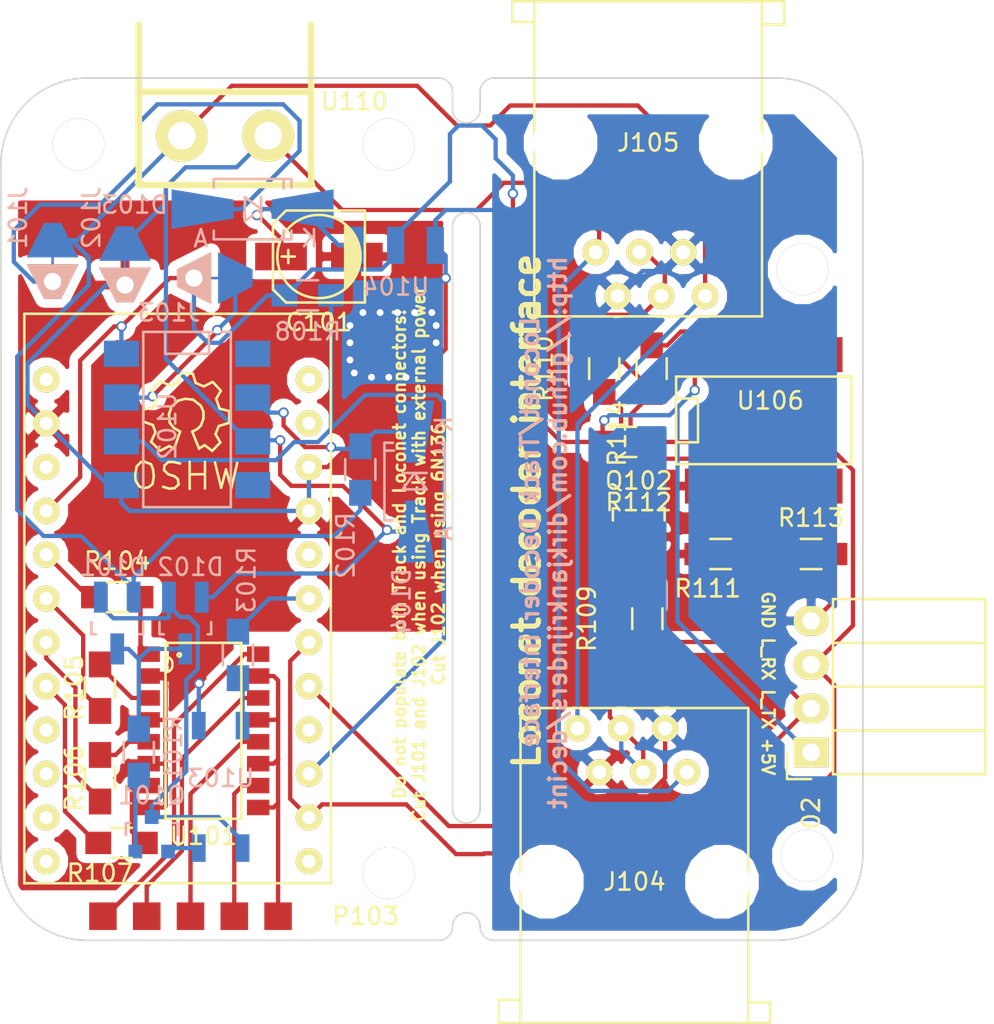
<source format=kicad_pcb>
(kicad_pcb (version 4) (host pcbnew "(2015-08-02 BZR 6038)-product")

  (general
    (links 90)
    (no_connects 0)
    (area 175.955952 55.43854 236.825001 130.475001)
    (thickness 1.6)
    (drawings 23)
    (tracks 435)
    (zones 0)
    (modules 43)
    (nets 48)
  )

  (page A4)
  (layers
    (0 F.Cu signal)
    (31 B.Cu signal)
    (32 B.Adhes user)
    (33 F.Adhes user)
    (34 B.Paste user hide)
    (35 F.Paste user)
    (36 B.SilkS user)
    (37 F.SilkS user)
    (38 B.Mask user)
    (39 F.Mask user)
    (40 Dwgs.User user)
    (41 Cmts.User user)
    (42 Eco1.User user)
    (43 Eco2.User user)
    (44 Edge.Cuts user)
    (45 Margin user)
    (46 B.CrtYd user)
    (47 F.CrtYd user)
    (48 B.Fab user)
    (49 F.Fab user)
  )

  (setup
    (last_trace_width 0.25)
    (trace_clearance 0.2)
    (zone_clearance 0.508)
    (zone_45_only no)
    (trace_min 0.2)
    (segment_width 0.2)
    (edge_width 0.1)
    (via_size 0.6)
    (via_drill 0.4)
    (via_min_size 0.4)
    (via_min_drill 0.3)
    (uvia_size 0.3)
    (uvia_drill 0.1)
    (uvias_allowed no)
    (uvia_min_size 0.2)
    (uvia_min_drill 0.1)
    (pcb_text_width 0.3)
    (pcb_text_size 1.5 1.5)
    (mod_edge_width 0.15)
    (mod_text_size 1 1)
    (mod_text_width 0.15)
    (pad_size 3.25 2.15)
    (pad_drill 0)
    (pad_to_mask_clearance 0.2)
    (aux_axis_origin 0 0)
    (visible_elements FFFFFF7F)
    (pcbplotparams
      (layerselection 0x310fc_80000001)
      (usegerberextensions true)
      (excludeedgelayer true)
      (linewidth 0.100000)
      (plotframeref false)
      (viasonmask false)
      (mode 1)
      (useauxorigin false)
      (hpglpennumber 1)
      (hpglpenspeed 20)
      (hpglpendiameter 15)
      (hpglpenoverlay 2)
      (psnegative false)
      (psa4output false)
      (plotreference true)
      (plotvalue true)
      (plotinvisibletext false)
      (padsonsilk false)
      (subtractmaskfromsilk false)
      (outputformat 1)
      (mirror false)
      (drillshape 0)
      (scaleselection 1)
      (outputdirectory Output/Rev.1/))
  )

  (net 0 "")
  (net 1 "Net-(C101-Pad1)")
  (net 2 DC_GND)
  (net 3 DC_PLUS)
  (net 4 VCC)
  (net 5 Track_B)
  (net 6 Track_O)
  (net 7 "Net-(Q101-Pad1)")
  (net 8 "Net-(Q101-Pad2)")
  (net 9 "Net-(D101-Pad1)")
  (net 10 "Net-(D101-Pad3)")
  (net 11 "Net-(D104-Pad1)")
  (net 12 "Net-(R103-Pad2)")
  (net 13 FB1)
  (net 14 "Net-(R104-Pad2)")
  (net 15 FB2)
  (net 16 "Net-(R105-Pad2)")
  (net 17 FB3)
  (net 18 "Net-(R106-Pad2)")
  (net 19 FB4)
  (net 20 "Net-(R107-Pad2)")
  (net 21 tracksignal)
  (net 22 FBO1)
  (net 23 FBO2)
  (net 24 FBO_COMMON)
  (net 25 FBO3)
  (net 26 FBO4)
  (net 27 "Net-(J103-Pad1)")
  (net 28 "Net-(U105-Pad1)")
  (net 29 "Net-(U105-Pad4)")
  (net 30 "Net-(U105-Pad8)")
  (net 31 "Net-(U105-Pad11)")
  (net 32 "Net-(U105-Pad12)")
  (net 33 "Net-(U105-Pad13)")
  (net 34 "Net-(U105-Pad21)")
  (net 35 "Net-(U105-Pad24)")
  (net 36 Loconet)
  (net 37 Loconet_TX)
  (net 38 Loconet_RX)
  (net 39 "Net-(Q102-Pad1)")
  (net 40 "Net-(R110-Pad2)")
  (net 41 "Net-(R112-Pad2)")
  (net 42 "Net-(U105-Pad15)")
  (net 43 "Net-(U105-Pad22)")
  (net 44 "Net-(U105-Pad23)")
  (net 45 "Net-(U106-Pad5)")
  (net 46 "Net-(U106-Pad6)")
  (net 47 ack)

  (net_class Default "This is the default net class."
    (clearance 0.2)
    (trace_width 0.25)
    (via_dia 0.6)
    (via_drill 0.4)
    (uvia_dia 0.3)
    (uvia_drill 0.1)
    (add_net DC_GND)
    (add_net DC_PLUS)
    (add_net FB1)
    (add_net FB2)
    (add_net FB3)
    (add_net FB4)
    (add_net FBO1)
    (add_net FBO2)
    (add_net FBO3)
    (add_net FBO4)
    (add_net FBO_COMMON)
    (add_net Loconet)
    (add_net Loconet_RX)
    (add_net Loconet_TX)
    (add_net "Net-(C101-Pad1)")
    (add_net "Net-(D101-Pad1)")
    (add_net "Net-(D101-Pad3)")
    (add_net "Net-(D104-Pad1)")
    (add_net "Net-(J103-Pad1)")
    (add_net "Net-(Q101-Pad1)")
    (add_net "Net-(Q101-Pad2)")
    (add_net "Net-(Q102-Pad1)")
    (add_net "Net-(R103-Pad2)")
    (add_net "Net-(R104-Pad2)")
    (add_net "Net-(R105-Pad2)")
    (add_net "Net-(R106-Pad2)")
    (add_net "Net-(R107-Pad2)")
    (add_net "Net-(R110-Pad2)")
    (add_net "Net-(R112-Pad2)")
    (add_net "Net-(U105-Pad1)")
    (add_net "Net-(U105-Pad11)")
    (add_net "Net-(U105-Pad12)")
    (add_net "Net-(U105-Pad13)")
    (add_net "Net-(U105-Pad15)")
    (add_net "Net-(U105-Pad21)")
    (add_net "Net-(U105-Pad22)")
    (add_net "Net-(U105-Pad23)")
    (add_net "Net-(U105-Pad24)")
    (add_net "Net-(U105-Pad4)")
    (add_net "Net-(U105-Pad8)")
    (add_net "Net-(U106-Pad5)")
    (add_net "Net-(U106-Pad6)")
    (add_net Track_B)
    (add_net Track_O)
    (add_net VCC)
    (add_net ack)
    (add_net tracksignal)
  )

  (module Connectors:RJ12_horizontal (layer F.Cu) (tedit 55520530) (tstamp 5652D1AE)
    (at 215.75 122)
    (path /564B7F7B)
    (fp_text reference J104 (at 0 0) (layer F.SilkS)
      (effects (font (size 1 1) (thickness 0.15)))
    )
    (fp_text value RJ12 (at 0 -2.54) (layer F.Fab)
      (effects (font (size 1 1) (thickness 0.15)))
    )
    (fp_line (start 6.604 8.2) (end 7.874 8.2) (layer F.SilkS) (width 0.15))
    (fp_line (start 7.874 8.2) (end 7.874 7) (layer F.SilkS) (width 0.15))
    (fp_line (start 7.874 7) (end 6.604 7) (layer F.SilkS) (width 0.15))
    (fp_line (start -6.604 8.2) (end -7.874 8.2) (layer F.SilkS) (width 0.15))
    (fp_line (start -7.874 8.128) (end -7.874 6.858) (layer F.SilkS) (width 0.15))
    (fp_line (start -7.874 6.858) (end -6.604 6.858) (layer F.SilkS) (width 0.15))
    (fp_line (start -6.605 -10.07) (end -6.605 8.2) (layer F.SilkS) (width 0.15))
    (fp_line (start 6.604 -10.07) (end 6.604 8.2) (layer F.SilkS) (width 0.15))
    (fp_line (start -6.605 8.2) (end 6.604 8.2) (layer F.SilkS) (width 0.15))
    (fp_line (start -6.605 -10.07) (end 6.605 -10.07) (layer F.SilkS) (width 0.15))
    (pad 3 thru_hole circle (at -0.762 -8.89) (size 1.524 1.524) (drill 0.8128) (layers *.Cu *.Mask F.SilkS)
      (net 36 Loconet))
    (pad 1 thru_hole circle (at -3.302 -8.89) (size 1.524 1.524) (drill 0.8128) (layers *.Cu *.Mask F.SilkS)
      (net 6 Track_O))
    (pad 5 thru_hole circle (at 1.778 -8.89) (size 1.524 1.524) (drill 0.8128) (layers *.Cu *.Mask F.SilkS)
      (net 2 DC_GND))
    (pad 2 thru_hole circle (at -2.032 -6.35) (size 1.524 1.524) (drill 0.8128) (layers *.Cu *.Mask F.SilkS)
      (net 2 DC_GND))
    (pad 4 thru_hole circle (at 0.508 -6.35) (size 1.524 1.524) (drill 0.8128) (layers *.Cu *.Mask F.SilkS)
      (net 36 Loconet))
    (pad 6 thru_hole circle (at 3.048 -6.35) (size 1.524 1.524) (drill 0.8128) (layers *.Cu *.Mask F.SilkS)
      (net 5 Track_B))
    (pad "" np_thru_hole circle (at 5.08 0) (size 3.25 3.25) (drill 3.25) (layers *.Cu *.Mask F.SilkS))
    (pad "" np_thru_hole circle (at -5.08 0) (size 3.25 3.25) (drill 3.25) (layers *.Cu *.Mask F.SilkS))
    (model "../../../../Users/dirkjan/Projects/Own/Loconet/MEBP 6-6S-4.wrl"
      (at (xyz 0 -0.415 0.33))
      (scale (xyz 0.3937 0.3937 0.3937))
      (rotate (xyz -90 0 0))
    )
  )

  (module Connectors:RJ12_horizontal (layer F.Cu) (tedit 55520530) (tstamp 5652D1B9)
    (at 216.548 79.15 180)
    (path /564B7012)
    (fp_text reference J105 (at 0 0 180) (layer F.SilkS)
      (effects (font (size 1 1) (thickness 0.15)))
    )
    (fp_text value RJ12 (at 0 -2.54 180) (layer F.Fab)
      (effects (font (size 1 1) (thickness 0.15)))
    )
    (fp_line (start 6.604 8.2) (end 7.874 8.2) (layer F.SilkS) (width 0.15))
    (fp_line (start 7.874 8.2) (end 7.874 7) (layer F.SilkS) (width 0.15))
    (fp_line (start 7.874 7) (end 6.604 7) (layer F.SilkS) (width 0.15))
    (fp_line (start -6.604 8.2) (end -7.874 8.2) (layer F.SilkS) (width 0.15))
    (fp_line (start -7.874 8.128) (end -7.874 6.858) (layer F.SilkS) (width 0.15))
    (fp_line (start -7.874 6.858) (end -6.604 6.858) (layer F.SilkS) (width 0.15))
    (fp_line (start -6.605 -10.07) (end -6.605 8.2) (layer F.SilkS) (width 0.15))
    (fp_line (start 6.604 -10.07) (end 6.604 8.2) (layer F.SilkS) (width 0.15))
    (fp_line (start -6.605 8.2) (end 6.604 8.2) (layer F.SilkS) (width 0.15))
    (fp_line (start -6.605 -10.07) (end 6.605 -10.07) (layer F.SilkS) (width 0.15))
    (pad 3 thru_hole circle (at -0.762 -8.89 180) (size 1.524 1.524) (drill 0.8128) (layers *.Cu *.Mask F.SilkS)
      (net 36 Loconet))
    (pad 1 thru_hole circle (at -3.302 -8.89 180) (size 1.524 1.524) (drill 0.8128) (layers *.Cu *.Mask F.SilkS)
      (net 6 Track_O))
    (pad 5 thru_hole circle (at 1.778 -8.89 180) (size 1.524 1.524) (drill 0.8128) (layers *.Cu *.Mask F.SilkS)
      (net 2 DC_GND))
    (pad 2 thru_hole circle (at -2.032 -6.35 180) (size 1.524 1.524) (drill 0.8128) (layers *.Cu *.Mask F.SilkS)
      (net 2 DC_GND))
    (pad 4 thru_hole circle (at 0.508 -6.35 180) (size 1.524 1.524) (drill 0.8128) (layers *.Cu *.Mask F.SilkS)
      (net 36 Loconet))
    (pad 6 thru_hole circle (at 3.048 -6.35 180) (size 1.524 1.524) (drill 0.8128) (layers *.Cu *.Mask F.SilkS)
      (net 5 Track_B))
    (pad "" np_thru_hole circle (at 5.08 0 180) (size 3.25 3.25) (drill 3.25) (layers *.Cu *.Mask F.SilkS))
    (pad "" np_thru_hole circle (at -5.08 0 180) (size 3.25 3.25) (drill 3.25) (layers *.Cu *.Mask F.SilkS))
    (model "../../../../Users/dirkjan/Projects/Own/Loconet/MEBP 6-6S-4.wrl"
      (at (xyz 0 -0.415 0.33))
      (scale (xyz 0.3937 0.3937 0.3937))
      (rotate (xyz -90 0 0))
    )
  )

  (module Capacitors_SMD:c_elec_5x4.5 (layer F.Cu) (tedit 556FE015) (tstamp 564ACE71)
    (at 197.44964 85.75 180)
    (descr "SMT capacitor, aluminium electrolytic, 5x4.5")
    (path /564A0C8C)
    (attr smd)
    (fp_text reference C101 (at 0 -3.81 180) (layer F.SilkS)
      (effects (font (size 1 1) (thickness 0.15)))
    )
    (fp_text value CAP (at 0 3.81 180) (layer F.Fab)
      (effects (font (size 1 1) (thickness 0.15)))
    )
    (fp_line (start -3.95 -3) (end 3.95 -3) (layer F.CrtYd) (width 0.05))
    (fp_line (start 3.95 -3) (end 3.95 3) (layer F.CrtYd) (width 0.05))
    (fp_line (start 3.95 3) (end -3.95 3) (layer F.CrtYd) (width 0.05))
    (fp_line (start -3.95 3) (end -3.95 -3) (layer F.CrtYd) (width 0.05))
    (fp_line (start -2.286 -0.635) (end -2.286 0.762) (layer F.SilkS) (width 0.15))
    (fp_line (start -2.159 -0.889) (end -2.159 0.889) (layer F.SilkS) (width 0.15))
    (fp_line (start -2.032 -1.27) (end -2.032 1.27) (layer F.SilkS) (width 0.15))
    (fp_line (start -1.905 1.397) (end -1.905 -1.397) (layer F.SilkS) (width 0.15))
    (fp_line (start -1.778 -1.524) (end -1.778 1.524) (layer F.SilkS) (width 0.15))
    (fp_line (start -1.651 1.651) (end -1.651 -1.651) (layer F.SilkS) (width 0.15))
    (fp_line (start -1.524 -1.778) (end -1.524 1.778) (layer F.SilkS) (width 0.15))
    (fp_line (start -2.667 -2.667) (end 1.905 -2.667) (layer F.SilkS) (width 0.15))
    (fp_line (start 1.905 -2.667) (end 2.667 -1.905) (layer F.SilkS) (width 0.15))
    (fp_line (start 2.667 -1.905) (end 2.667 1.905) (layer F.SilkS) (width 0.15))
    (fp_line (start 2.667 1.905) (end 1.905 2.667) (layer F.SilkS) (width 0.15))
    (fp_line (start 1.905 2.667) (end -2.667 2.667) (layer F.SilkS) (width 0.15))
    (fp_line (start -2.667 2.667) (end -2.667 -2.667) (layer F.SilkS) (width 0.15))
    (fp_line (start 2.159 0) (end 1.397 0) (layer F.SilkS) (width 0.15))
    (fp_line (start 1.778 -0.381) (end 1.778 0.381) (layer F.SilkS) (width 0.15))
    (fp_circle (center 0 0) (end -2.413 0) (layer F.SilkS) (width 0.15))
    (pad 1 smd rect (at 2.19964 0 180) (size 2.99974 1.6002) (layers F.Cu F.Paste F.Mask)
      (net 1 "Net-(C101-Pad1)"))
    (pad 2 smd rect (at -2.19964 0 180) (size 2.99974 1.6002) (layers F.Cu F.Paste F.Mask)
      (net 2 DC_GND))
    (model Capacitors_SMD.3dshapes/c_elec_5x4.5.wrl
      (at (xyz 0 0 0))
      (scale (xyz 1 1 1))
      (rotate (xyz 0 0 0))
    )
  )

  (module Kicad_Library:2PIN_Screw_Block (layer F.Cu) (tedit 0) (tstamp 564ACE8D)
    (at 192.00064 75.45054 270)
    (path /564ACD75)
    (fp_text reference P101 (at 0 7.112 270) (layer F.SilkS) hide
      (effects (font (thickness 0.3048)))
    )
    (fp_text value CONN_01X02 (at -18.288 -8.636 270) (layer F.SilkS) hide
      (effects (font (thickness 0.3048)))
    )
    (fp_line (start 0.75184 -5.00126) (end 0.75184 5.00126) (layer F.SilkS) (width 0.381))
    (fp_line (start -3.1496 5.00126) (end 6.14934 5.00126) (layer F.SilkS) (width 0.381))
    (fp_line (start 6.14934 5.00126) (end 6.14934 -5.04952) (layer F.SilkS) (width 0.381))
    (fp_line (start -3.1496 -5.00126) (end 6.14934 -5.00126) (layer F.SilkS) (width 0.381))
    (fp_line (start 5.99948 4.95046) (end 5.99948 5.04952) (layer F.SilkS) (width 0.381))
    (pad 1 thru_hole circle (at 3.29946 -2.49936 270) (size 2.99974 2.99974) (drill 1.6002) (layers *.Cu *.Mask F.SilkS)
      (net 5 Track_B))
    (pad 2 thru_hole circle (at 3.29946 2.49936 270) (size 2.99974 2.99974) (drill 1.6002) (layers *.Cu *.Mask F.SilkS)
      (net 6 Track_O))
    (model walter/conn_screw/mstba_2,5-2-g-5,08.wrl
      (at (xyz 0.13 0 0))
      (scale (xyz 1 1 1))
      (rotate (xyz 0 0 -90))
    )
  )

  (module Housings_SOT-23_SOT-143_TSOT-6:SOT-23 (layer B.Cu) (tedit 564DE757) (tstamp 564ACE94)
    (at 187.75 119.25 180)
    (descr "SOT-23, Standard")
    (tags SOT-23)
    (path /5649FFFD)
    (attr smd)
    (fp_text reference Q101 (at 0 2.25 180) (layer B.SilkS)
      (effects (font (size 1 1) (thickness 0.15)) (justify mirror))
    )
    (fp_text value BC857 (at 0 -2.75 180) (layer B.Fab)
      (effects (font (size 1 1) (thickness 0.15)) (justify mirror))
    )
    (fp_line (start -1.65 1.6) (end 1.65 1.6) (layer B.CrtYd) (width 0.05))
    (fp_line (start 1.65 1.6) (end 1.65 -1.6) (layer B.CrtYd) (width 0.05))
    (fp_line (start 1.65 -1.6) (end -1.65 -1.6) (layer B.CrtYd) (width 0.05))
    (fp_line (start -1.65 -1.6) (end -1.65 1.6) (layer B.CrtYd) (width 0.05))
    (fp_line (start 1.29916 0.65024) (end 1.2509 0.65024) (layer B.SilkS) (width 0.15))
    (fp_line (start -1.49982 -0.0508) (end -1.49982 0.65024) (layer B.SilkS) (width 0.15))
    (fp_line (start -1.49982 0.65024) (end -1.2509 0.65024) (layer B.SilkS) (width 0.15))
    (fp_line (start 1.29916 0.65024) (end 1.49982 0.65024) (layer B.SilkS) (width 0.15))
    (fp_line (start 1.49982 0.65024) (end 1.49982 -0.0508) (layer B.SilkS) (width 0.15))
    (pad 1 smd rect (at -0.95 -1.00076 180) (size 0.8001 0.8001) (layers B.Cu B.Paste B.Mask)
      (net 7 "Net-(Q101-Pad1)"))
    (pad 2 smd rect (at 0.95 -1.00076 180) (size 0.8001 0.8001) (layers B.Cu B.Paste B.Mask)
      (net 8 "Net-(Q101-Pad2)"))
    (pad 3 smd rect (at 0 0.99822 180) (size 0.8001 0.8001) (layers B.Cu B.Paste B.Mask)
      (net 9 "Net-(D101-Pad1)"))
    (model Housings_SOT-23_SOT-143_TSOT-6.3dshapes/SOT-23.wrl
      (at (xyz 0 0 0))
      (scale (xyz 1 1 1))
      (rotate (xyz 0 0 0))
    )
  )

  (module Resistors_SMD:R_0805_HandSoldering (layer B.Cu) (tedit 564DE734) (tstamp 564ACE9A)
    (at 187 114.5 90)
    (descr "Resistor SMD 0805, hand soldering")
    (tags "resistor 0805")
    (path /564A0083)
    (attr smd)
    (fp_text reference R101 (at 0.25 2 90) (layer B.SilkS)
      (effects (font (size 1 1) (thickness 0.15)) (justify mirror))
    )
    (fp_text value 100 (at 0 -2.1 90) (layer B.Fab)
      (effects (font (size 1 1) (thickness 0.15)) (justify mirror))
    )
    (fp_line (start -2.4 1) (end 2.4 1) (layer B.CrtYd) (width 0.05))
    (fp_line (start -2.4 -1) (end 2.4 -1) (layer B.CrtYd) (width 0.05))
    (fp_line (start -2.4 1) (end -2.4 -1) (layer B.CrtYd) (width 0.05))
    (fp_line (start 2.4 1) (end 2.4 -1) (layer B.CrtYd) (width 0.05))
    (fp_line (start 0.6 -0.875) (end -0.6 -0.875) (layer B.SilkS) (width 0.15))
    (fp_line (start -0.6 0.875) (end 0.6 0.875) (layer B.SilkS) (width 0.15))
    (pad 1 smd rect (at -1.35 0 90) (size 1.5 1.3) (layers B.Cu B.Paste B.Mask)
      (net 8 "Net-(Q101-Pad2)"))
    (pad 2 smd rect (at 1.35 0 90) (size 1.5 1.3) (layers B.Cu B.Paste B.Mask)
      (net 10 "Net-(D101-Pad3)"))
    (model Resistors_SMD.3dshapes/R_0805_HandSoldering.wrl
      (at (xyz 0 0 0))
      (scale (xyz 1 1 1))
      (rotate (xyz 0 0 0))
    )
  )

  (module Resistors_SMD:R_0805_HandSoldering (layer B.Cu) (tedit 54189DEE) (tstamp 564ACEA0)
    (at 199.85 98.1 270)
    (descr "Resistor SMD 0805, hand soldering")
    (tags "resistor 0805")
    (path /564A08B8)
    (attr smd)
    (fp_text reference R102 (at 4.4 0.85 270) (layer B.SilkS)
      (effects (font (size 1 1) (thickness 0.15)) (justify mirror))
    )
    (fp_text value 1k5 (at 3.9 -0.4 270) (layer B.Fab)
      (effects (font (size 1 1) (thickness 0.15)) (justify mirror))
    )
    (fp_line (start -2.4 1) (end 2.4 1) (layer B.CrtYd) (width 0.05))
    (fp_line (start -2.4 -1) (end 2.4 -1) (layer B.CrtYd) (width 0.05))
    (fp_line (start -2.4 1) (end -2.4 -1) (layer B.CrtYd) (width 0.05))
    (fp_line (start 2.4 1) (end 2.4 -1) (layer B.CrtYd) (width 0.05))
    (fp_line (start 0.6 -0.875) (end -0.6 -0.875) (layer B.SilkS) (width 0.15))
    (fp_line (start -0.6 0.875) (end 0.6 0.875) (layer B.SilkS) (width 0.15))
    (pad 1 smd rect (at -1.35 0 270) (size 1.5 1.3) (layers B.Cu B.Paste B.Mask)
      (net 11 "Net-(D104-Pad1)"))
    (pad 2 smd rect (at 1.35 0 270) (size 1.5 1.3) (layers B.Cu B.Paste B.Mask)
      (net 6 Track_O))
    (model Resistors_SMD.3dshapes/R_0805_HandSoldering.wrl
      (at (xyz 0 0 0))
      (scale (xyz 1 1 1))
      (rotate (xyz 0 0 0))
    )
  )

  (module Resistors_SMD:R_0805_HandSoldering (layer B.Cu) (tedit 564DE6A9) (tstamp 564ACEA6)
    (at 192.75 108.85 270)
    (descr "Resistor SMD 0805, hand soldering")
    (tags "resistor 0805")
    (path /5649F996)
    (attr smd)
    (fp_text reference R103 (at -4.35 -0.5 270) (layer B.SilkS)
      (effects (font (size 1 1) (thickness 0.15)) (justify mirror))
    )
    (fp_text value 1k (at -1.85 -1.75 270) (layer B.Fab)
      (effects (font (size 1 1) (thickness 0.15)) (justify mirror))
    )
    (fp_line (start -2.4 1) (end 2.4 1) (layer B.CrtYd) (width 0.05))
    (fp_line (start -2.4 -1) (end 2.4 -1) (layer B.CrtYd) (width 0.05))
    (fp_line (start -2.4 1) (end -2.4 -1) (layer B.CrtYd) (width 0.05))
    (fp_line (start 2.4 1) (end 2.4 -1) (layer B.CrtYd) (width 0.05))
    (fp_line (start 0.6 -0.875) (end -0.6 -0.875) (layer B.SilkS) (width 0.15))
    (fp_line (start -0.6 0.875) (end 0.6 0.875) (layer B.SilkS) (width 0.15))
    (pad 1 smd rect (at -1.35 0 270) (size 1.5 1.3) (layers B.Cu B.Paste B.Mask)
      (net 47 ack))
    (pad 2 smd rect (at 1.35 0 270) (size 1.5 1.3) (layers B.Cu B.Paste B.Mask)
      (net 12 "Net-(R103-Pad2)"))
    (model Resistors_SMD.3dshapes/R_0805_HandSoldering.wrl
      (at (xyz 0 0 0))
      (scale (xyz 1 1 1))
      (rotate (xyz 0 0 0))
    )
  )

  (module Resistors_SMD:R_0805_HandSoldering (layer F.Cu) (tedit 564DE6BE) (tstamp 564ACEAC)
    (at 185.75 105.5)
    (descr "Resistor SMD 0805, hand soldering")
    (tags "resistor 0805")
    (path /564A3ADE)
    (attr smd)
    (fp_text reference R104 (at 0 -2.1) (layer F.SilkS)
      (effects (font (size 1 1) (thickness 0.15)))
    )
    (fp_text value 1k (at 0 1.75) (layer F.Fab)
      (effects (font (size 1 1) (thickness 0.15)))
    )
    (fp_line (start -2.4 -1) (end 2.4 -1) (layer F.CrtYd) (width 0.05))
    (fp_line (start -2.4 1) (end 2.4 1) (layer F.CrtYd) (width 0.05))
    (fp_line (start -2.4 -1) (end -2.4 1) (layer F.CrtYd) (width 0.05))
    (fp_line (start 2.4 -1) (end 2.4 1) (layer F.CrtYd) (width 0.05))
    (fp_line (start 0.6 0.875) (end -0.6 0.875) (layer F.SilkS) (width 0.15))
    (fp_line (start -0.6 -0.875) (end 0.6 -0.875) (layer F.SilkS) (width 0.15))
    (pad 1 smd rect (at -1.35 0) (size 1.5 1.3) (layers F.Cu F.Paste F.Mask)
      (net 13 FB1))
    (pad 2 smd rect (at 1.35 0) (size 1.5 1.3) (layers F.Cu F.Paste F.Mask)
      (net 14 "Net-(R104-Pad2)"))
    (model Resistors_SMD.3dshapes/R_0805_HandSoldering.wrl
      (at (xyz 0 0 0))
      (scale (xyz 1 1 1))
      (rotate (xyz 0 0 0))
    )
  )

  (module Resistors_SMD:R_0805_HandSoldering (layer F.Cu) (tedit 564DE6B6) (tstamp 564ACEB2)
    (at 184.75 110.75 90)
    (descr "Resistor SMD 0805, hand soldering")
    (tags "resistor 0805")
    (path /564A3B38)
    (attr smd)
    (fp_text reference R105 (at 0 -1.5 90) (layer F.SilkS)
      (effects (font (size 1 1) (thickness 0.15)))
    )
    (fp_text value 1k (at 0 1.5 90) (layer F.Fab)
      (effects (font (size 1 1) (thickness 0.15)))
    )
    (fp_line (start -2.4 -1) (end 2.4 -1) (layer F.CrtYd) (width 0.05))
    (fp_line (start -2.4 1) (end 2.4 1) (layer F.CrtYd) (width 0.05))
    (fp_line (start -2.4 -1) (end -2.4 1) (layer F.CrtYd) (width 0.05))
    (fp_line (start 2.4 -1) (end 2.4 1) (layer F.CrtYd) (width 0.05))
    (fp_line (start 0.6 0.875) (end -0.6 0.875) (layer F.SilkS) (width 0.15))
    (fp_line (start -0.6 -0.875) (end 0.6 -0.875) (layer F.SilkS) (width 0.15))
    (pad 1 smd rect (at -1.35 0 90) (size 1.5 1.3) (layers F.Cu F.Paste F.Mask)
      (net 15 FB2))
    (pad 2 smd rect (at 1.35 0 90) (size 1.5 1.3) (layers F.Cu F.Paste F.Mask)
      (net 16 "Net-(R105-Pad2)"))
    (model Resistors_SMD.3dshapes/R_0805_HandSoldering.wrl
      (at (xyz 0 0 0))
      (scale (xyz 1 1 1))
      (rotate (xyz 0 0 0))
    )
  )

  (module Resistors_SMD:R_0805_HandSoldering (layer F.Cu) (tedit 564DE6C7) (tstamp 564ACEB8)
    (at 184.75 116 90)
    (descr "Resistor SMD 0805, hand soldering")
    (tags "resistor 0805")
    (path /564A3BAB)
    (attr smd)
    (fp_text reference R106 (at 0 -1.5 90) (layer F.SilkS)
      (effects (font (size 1 1) (thickness 0.15)))
    )
    (fp_text value 1k (at 0 1.5 90) (layer F.Fab)
      (effects (font (size 1 1) (thickness 0.15)))
    )
    (fp_line (start -2.4 -1) (end 2.4 -1) (layer F.CrtYd) (width 0.05))
    (fp_line (start -2.4 1) (end 2.4 1) (layer F.CrtYd) (width 0.05))
    (fp_line (start -2.4 -1) (end -2.4 1) (layer F.CrtYd) (width 0.05))
    (fp_line (start 2.4 -1) (end 2.4 1) (layer F.CrtYd) (width 0.05))
    (fp_line (start 0.6 0.875) (end -0.6 0.875) (layer F.SilkS) (width 0.15))
    (fp_line (start -0.6 -0.875) (end 0.6 -0.875) (layer F.SilkS) (width 0.15))
    (pad 1 smd rect (at -1.35 0 90) (size 1.5 1.3) (layers F.Cu F.Paste F.Mask)
      (net 17 FB3))
    (pad 2 smd rect (at 1.35 0 90) (size 1.5 1.3) (layers F.Cu F.Paste F.Mask)
      (net 18 "Net-(R106-Pad2)"))
    (model Resistors_SMD.3dshapes/R_0805_HandSoldering.wrl
      (at (xyz 0 0 0))
      (scale (xyz 1 1 1))
      (rotate (xyz 0 0 0))
    )
  )

  (module Resistors_SMD:R_0805_HandSoldering (layer F.Cu) (tedit 564DE6CD) (tstamp 564ACEBE)
    (at 186 119.75)
    (descr "Resistor SMD 0805, hand soldering")
    (tags "resistor 0805")
    (path /564A3C7F)
    (attr smd)
    (fp_text reference R107 (at -1.25 1.75) (layer F.SilkS)
      (effects (font (size 1 1) (thickness 0.15)))
    )
    (fp_text value 1k (at 1.5 1.75) (layer F.Fab)
      (effects (font (size 1 1) (thickness 0.15)))
    )
    (fp_line (start -2.4 -1) (end 2.4 -1) (layer F.CrtYd) (width 0.05))
    (fp_line (start -2.4 1) (end 2.4 1) (layer F.CrtYd) (width 0.05))
    (fp_line (start -2.4 -1) (end -2.4 1) (layer F.CrtYd) (width 0.05))
    (fp_line (start 2.4 -1) (end 2.4 1) (layer F.CrtYd) (width 0.05))
    (fp_line (start 0.6 0.875) (end -0.6 0.875) (layer F.SilkS) (width 0.15))
    (fp_line (start -0.6 -0.875) (end 0.6 -0.875) (layer F.SilkS) (width 0.15))
    (pad 1 smd rect (at -1.35 0) (size 1.5 1.3) (layers F.Cu F.Paste F.Mask)
      (net 19 FB4))
    (pad 2 smd rect (at 1.35 0) (size 1.5 1.3) (layers F.Cu F.Paste F.Mask)
      (net 20 "Net-(R107-Pad2)"))
    (model Resistors_SMD.3dshapes/R_0805_HandSoldering.wrl
      (at (xyz 0 0 0))
      (scale (xyz 1 1 1))
      (rotate (xyz 0 0 0))
    )
  )

  (module Resistors_SMD:R_0805_HandSoldering (layer B.Cu) (tedit 54189DEE) (tstamp 564ACEC4)
    (at 196.8 88)
    (descr "Resistor SMD 0805, hand soldering")
    (tags "resistor 0805")
    (path /564A063D)
    (attr smd)
    (fp_text reference R108 (at 0 2.1) (layer B.SilkS)
      (effects (font (size 1 1) (thickness 0.15)) (justify mirror))
    )
    (fp_text value 10k (at 0 3.25) (layer B.Fab)
      (effects (font (size 1 1) (thickness 0.15)) (justify mirror))
    )
    (fp_line (start -2.4 1) (end 2.4 1) (layer B.CrtYd) (width 0.05))
    (fp_line (start -2.4 -1) (end 2.4 -1) (layer B.CrtYd) (width 0.05))
    (fp_line (start -2.4 1) (end -2.4 -1) (layer B.CrtYd) (width 0.05))
    (fp_line (start 2.4 1) (end 2.4 -1) (layer B.CrtYd) (width 0.05))
    (fp_line (start 0.6 -0.875) (end -0.6 -0.875) (layer B.SilkS) (width 0.15))
    (fp_line (start -0.6 0.875) (end 0.6 0.875) (layer B.SilkS) (width 0.15))
    (pad 1 smd rect (at -1.35 0) (size 1.5 1.3) (layers B.Cu B.Paste B.Mask)
      (net 4 VCC))
    (pad 2 smd rect (at 1.35 0) (size 1.5 1.3) (layers B.Cu B.Paste B.Mask)
      (net 21 tracksignal))
    (model Resistors_SMD.3dshapes/R_0805_HandSoldering.wrl
      (at (xyz 0 0 0))
      (scale (xyz 1 1 1))
      (rotate (xyz 0 0 0))
    )
  )

  (module SMD_Packages:DIP-8_SMD (layer B.Cu) (tedit 0) (tstamp 564ACEE4)
    (at 189.8 95.2 270)
    (descr "DIP-8_300 smd shape")
    (tags "smd cms 8dip")
    (path /5649FA27)
    (attr smd)
    (fp_text reference U102 (at 0.381 1.143 270) (layer B.SilkS)
      (effects (font (size 1 1) (thickness 0.15)) (justify mirror))
    )
    (fp_text value 6N137 (at 0.25 -1 270) (layer B.Fab)
      (effects (font (size 1 1) (thickness 0.15)) (justify mirror))
    )
    (fp_line (start -5.08 2.54) (end -5.08 -2.54) (layer B.SilkS) (width 0.15))
    (fp_line (start -5.08 -2.54) (end 5.08 -2.54) (layer B.SilkS) (width 0.15))
    (fp_line (start 5.08 -2.54) (end 5.08 2.54) (layer B.SilkS) (width 0.15))
    (fp_line (start 5.08 2.54) (end -5.08 2.54) (layer B.SilkS) (width 0.15))
    (fp_line (start -5.08 1.27) (end -3.81 1.27) (layer B.SilkS) (width 0.15))
    (fp_line (start -3.81 1.27) (end -3.81 -1.27) (layer B.SilkS) (width 0.15))
    (fp_line (start -3.81 -1.27) (end -5.08 -1.27) (layer B.SilkS) (width 0.15))
    (pad 1 smd rect (at -3.81 -3.81 270) (size 1.524 2.032) (layers B.Cu B.Paste B.Mask))
    (pad 2 smd rect (at -1.27 -3.81 270) (size 1.524 2.032) (layers B.Cu B.Paste B.Mask)
      (net 11 "Net-(D104-Pad1)"))
    (pad 3 smd rect (at 1.27 -3.81 270) (size 1.524 2.032) (layers B.Cu B.Paste B.Mask)
      (net 5 Track_B))
    (pad 4 smd rect (at 3.81 -3.81 270) (size 1.524 2.032) (layers B.Cu B.Paste B.Mask))
    (pad 5 smd rect (at 3.81 3.81 270) (size 1.524 2.032) (layers B.Cu B.Paste B.Mask)
      (net 2 DC_GND))
    (pad 6 smd rect (at 1.27 3.81 270) (size 1.524 2.032) (layers B.Cu B.Paste B.Mask)
      (net 21 tracksignal))
    (pad 7 smd rect (at -1.27 3.81 270) (size 1.524 2.032) (layers B.Cu B.Paste B.Mask)
      (net 27 "Net-(J103-Pad1)"))
    (pad 8 smd rect (at -3.81 3.81 270) (size 1.524 2.032) (layers B.Cu B.Paste B.Mask)
      (net 4 VCC))
    (model SMD_Packages.3dshapes/DIP-8_SMD.wrl
      (at (xyz 0 0 0))
      (scale (xyz 1 0.5 0.8))
      (rotate (xyz 0 0 0))
    )
  )

  (module Kicad_Library:Arduino_Pro_Micro (layer F.Cu) (tedit 564DE5D9) (tstamp 564ACF04)
    (at 189.25 100.5)
    (path /564ACCD8)
    (fp_text reference U105 (at 0.5 0.75) (layer F.SilkS) hide
      (effects (font (size 1 1) (thickness 0.15)))
    )
    (fp_text value Arduino_Pro_Micro (at 0 -0.5) (layer F.Fab) hide
      (effects (font (size 1 1) (thickness 0.15)))
    )
    (fp_line (start -8.89 21.59) (end 8.89 21.59) (layer F.SilkS) (width 0.15))
    (fp_line (start 8.89 21.59) (end 8.89 -11.43) (layer F.SilkS) (width 0.15))
    (fp_line (start 8.89 -11.43) (end -8.89 -11.43) (layer F.SilkS) (width 0.15))
    (fp_line (start -8.89 -11.43) (end -8.89 21.59) (layer F.SilkS) (width 0.15))
    (pad 1 thru_hole circle (at 7.62 20.32) (size 1.524 1.524) (drill 0.762) (layers *.Cu *.Mask F.SilkS)
      (net 28 "Net-(U105-Pad1)"))
    (pad 2 thru_hole circle (at 7.62 17.78) (size 1.524 1.524) (drill 0.762) (layers *.Cu *.Mask F.SilkS)
      (net 38 Loconet_RX))
    (pad 3 thru_hole circle (at 7.62 15.24) (size 1.524 1.524) (drill 0.762) (layers *.Cu *.Mask F.SilkS)
      (net 21 tracksignal))
    (pad 4 thru_hole circle (at 7.62 12.7) (size 1.524 1.524) (drill 0.762) (layers *.Cu *.Mask F.SilkS)
      (net 29 "Net-(U105-Pad4)"))
    (pad 5 thru_hole circle (at 7.62 10.16) (size 1.524 1.524) (drill 0.762) (layers *.Cu *.Mask F.SilkS)
      (net 37 Loconet_TX))
    (pad 6 thru_hole circle (at 7.62 7.62) (size 1.524 1.524) (drill 0.762) (layers *.Cu *.Mask F.SilkS)
      (net 38 Loconet_RX))
    (pad 7 thru_hole circle (at 7.62 5.08) (size 1.524 1.524) (drill 0.762) (layers *.Cu *.Mask F.SilkS)
      (net 47 ack))
    (pad 8 thru_hole circle (at 7.62 2.54) (size 1.524 1.524) (drill 0.762) (layers *.Cu *.Mask F.SilkS)
      (net 30 "Net-(U105-Pad8)"))
    (pad 9 thru_hole circle (at 7.62 0) (size 1.524 1.524) (drill 0.762) (layers *.Cu *.Mask F.SilkS)
      (net 2 DC_GND))
    (pad 10 thru_hole circle (at 7.62 -2.54) (size 1.524 1.524) (drill 0.762) (layers *.Cu *.Mask F.SilkS)
      (net 2 DC_GND))
    (pad 11 thru_hole circle (at 7.62 -5.08) (size 1.524 1.524) (drill 0.762) (layers *.Cu *.Mask F.SilkS)
      (net 31 "Net-(U105-Pad11)"))
    (pad 12 thru_hole circle (at 7.62 -7.62) (size 1.524 1.524) (drill 0.762) (layers *.Cu *.Mask F.SilkS)
      (net 32 "Net-(U105-Pad12)"))
    (pad 13 thru_hole circle (at -7.62 -7.62) (size 1.524 1.524) (drill 0.762) (layers *.Cu *.Mask F.SilkS)
      (net 33 "Net-(U105-Pad13)"))
    (pad 14 thru_hole circle (at -7.62 -5.08) (size 1.524 1.524) (drill 0.762) (layers *.Cu *.Mask F.SilkS)
      (net 2 DC_GND))
    (pad 15 thru_hole circle (at -7.62 -2.54) (size 1.524 1.524) (drill 0.762) (layers *.Cu *.Mask F.SilkS)
      (net 42 "Net-(U105-Pad15)"))
    (pad 16 thru_hole circle (at -7.62 0) (size 1.524 1.524) (drill 0.762) (layers *.Cu *.Mask F.SilkS)
      (net 4 VCC))
    (pad 17 thru_hole circle (at -7.62 2.54) (size 1.524 1.524) (drill 0.762) (layers *.Cu *.Mask F.SilkS)
      (net 13 FB1))
    (pad 18 thru_hole circle (at -7.62 5.08) (size 1.524 1.524) (drill 0.762) (layers *.Cu *.Mask F.SilkS)
      (net 15 FB2))
    (pad 19 thru_hole circle (at -7.62 7.62) (size 1.524 1.524) (drill 0.762) (layers *.Cu *.Mask F.SilkS)
      (net 17 FB3))
    (pad 20 thru_hole circle (at -7.62 10.16) (size 1.524 1.524) (drill 0.762) (layers *.Cu *.Mask F.SilkS)
      (net 19 FB4))
    (pad 21 thru_hole circle (at -7.62 12.7) (size 1.524 1.524) (drill 0.762) (layers *.Cu *.Mask F.SilkS)
      (net 34 "Net-(U105-Pad21)"))
    (pad 22 thru_hole circle (at -7.62 15.24) (size 1.524 1.524) (drill 0.762) (layers *.Cu *.Mask F.SilkS)
      (net 43 "Net-(U105-Pad22)"))
    (pad 23 thru_hole circle (at -7.62 17.78) (size 1.524 1.524) (drill 0.762) (layers *.Cu *.Mask F.SilkS)
      (net 44 "Net-(U105-Pad23)"))
    (pad 24 thru_hole circle (at -7.62 20.32) (size 1.524 1.524) (drill 0.762) (layers *.Cu *.Mask F.SilkS)
      (net 35 "Net-(U105-Pad24)"))
  )

  (module Housings_SOT-23_SOT-143_TSOT-6:SOT-23_Handsoldering (layer B.Cu) (tedit 564DE728) (tstamp 564B89D1)
    (at 185.75 107)
    (descr "SOT-23, Handsoldering")
    (tags SOT-23)
    (path /5649FECD)
    (attr smd)
    (fp_text reference D101 (at -0.25 -3.25) (layer B.SilkS)
      (effects (font (size 1 1) (thickness 0.15)) (justify mirror))
    )
    (fp_text value BAV199 (at -0.5 -4.75) (layer B.Fab)
      (effects (font (size 1 1) (thickness 0.15)) (justify mirror))
    )
    (fp_line (start -1.49982 -0.0508) (end -1.49982 0.65024) (layer B.SilkS) (width 0.15))
    (fp_line (start -1.49982 0.65024) (end -1.2509 0.65024) (layer B.SilkS) (width 0.15))
    (fp_line (start 1.29916 0.65024) (end 1.49982 0.65024) (layer B.SilkS) (width 0.15))
    (fp_line (start 1.49982 0.65024) (end 1.49982 -0.0508) (layer B.SilkS) (width 0.15))
    (pad 1 smd rect (at -0.95 -1.50114) (size 0.8001 1.80086) (layers B.Cu B.Paste B.Mask)
      (net 9 "Net-(D101-Pad1)"))
    (pad 2 smd rect (at 0.95 -1.50114) (size 0.8001 1.80086) (layers B.Cu B.Paste B.Mask)
      (net 6 Track_O))
    (pad 3 smd rect (at 0 1.50114) (size 0.8001 1.80086) (layers B.Cu B.Paste B.Mask)
      (net 10 "Net-(D101-Pad3)"))
    (model Housings_SOT-23_SOT-143_TSOT-6.3dshapes/SOT-23_Handsoldering.wrl
      (at (xyz 0 0 0))
      (scale (xyz 1 1 1))
      (rotate (xyz 0 0 0))
    )
  )

  (module Housings_SOT-23_SOT-143_TSOT-6:SOT-23_Handsoldering (layer B.Cu) (tedit 564DE713) (tstamp 564B89D8)
    (at 189.7 107.00114)
    (descr "SOT-23, Handsoldering")
    (tags SOT-23)
    (path /5649FF74)
    (attr smd)
    (fp_text reference D102 (at 0.3 -3.25114) (layer B.SilkS)
      (effects (font (size 1 1) (thickness 0.15)) (justify mirror))
    )
    (fp_text value BAV199 (at 1.3 -5.00114) (layer B.Fab)
      (effects (font (size 1 1) (thickness 0.15)) (justify mirror))
    )
    (fp_line (start -1.49982 -0.0508) (end -1.49982 0.65024) (layer B.SilkS) (width 0.15))
    (fp_line (start -1.49982 0.65024) (end -1.2509 0.65024) (layer B.SilkS) (width 0.15))
    (fp_line (start 1.29916 0.65024) (end 1.49982 0.65024) (layer B.SilkS) (width 0.15))
    (fp_line (start 1.49982 0.65024) (end 1.49982 -0.0508) (layer B.SilkS) (width 0.15))
    (pad 1 smd rect (at -0.95 -1.50114) (size 0.8001 1.80086) (layers B.Cu B.Paste B.Mask)
      (net 9 "Net-(D101-Pad1)"))
    (pad 2 smd rect (at 0.95 -1.50114) (size 0.8001 1.80086) (layers B.Cu B.Paste B.Mask)
      (net 5 Track_B))
    (pad 3 smd rect (at 0 1.50114) (size 0.8001 1.80086) (layers B.Cu B.Paste B.Mask)
      (net 10 "Net-(D101-Pad3)"))
    (model Housings_SOT-23_SOT-143_TSOT-6.3dshapes/SOT-23_Handsoldering.wrl
      (at (xyz 0 0 0))
      (scale (xyz 1 1 1))
      (rotate (xyz 0 0 0))
    )
  )

  (module Diodes_SMD:Diode-Universal-SMA-SMB_Handsoldering (layer B.Cu) (tedit 564DE492) (tstamp 564B89DE)
    (at 193.6 83 180)
    (descr "Diode, Universal, SMA, SMB, Handsoldering,")
    (tags "Diode Universal SMA SMB Handsoldering ")
    (path /564A0BED)
    (attr smd)
    (fp_text reference D103 (at 6.85 0.25 180) (layer B.SilkS)
      (effects (font (size 1 1) (thickness 0.15)) (justify mirror))
    )
    (fp_text value D_Small (at 0.1 2 180) (layer B.Fab)
      (effects (font (size 1 1) (thickness 0.15)) (justify mirror))
    )
    (fp_line (start -0.49958 0) (end 0.45038 0.70104) (layer B.SilkS) (width 0.15))
    (fp_line (start 0.45038 0.70104) (end 0.45038 -0.70104) (layer B.SilkS) (width 0.15))
    (fp_line (start 0.45038 -0.70104) (end -0.49958 0) (layer B.SilkS) (width 0.15))
    (fp_line (start -0.49958 0.70104) (end -0.49958 -0.70104) (layer B.SilkS) (width 0.15))
    (fp_line (start -2.25044 -1.39954) (end -2.25044 -1.24968) (layer B.SilkS) (width 0.15))
    (fp_line (start -2.25044 1.39954) (end -2.25044 1.24968) (layer B.SilkS) (width 0.15))
    (fp_line (start -1.79914 -1.39954) (end -1.79914 -1.19888) (layer B.SilkS) (width 0.15))
    (fp_line (start 2.25044 -1.34874) (end 2.25044 -1.24968) (layer B.SilkS) (width 0.15))
    (fp_line (start -1.79914 1.34874) (end -1.79914 1.19888) (layer B.SilkS) (width 0.15))
    (fp_line (start 2.25044 1.39954) (end 2.25044 1.24968) (layer B.SilkS) (width 0.15))
    (fp_text user K (at -3.3 -1.7 180) (layer B.SilkS)
      (effects (font (size 1 1) (thickness 0.15)) (justify mirror))
    )
    (fp_text user A (at 2.99974 -1.69926 180) (layer B.SilkS)
      (effects (font (size 1 1) (thickness 0.15)) (justify mirror))
    )
    (fp_line (start -1.79914 -1.75006) (end -1.79914 -1.39954) (layer B.SilkS) (width 0.15))
    (fp_line (start -1.79914 1.75006) (end -1.79914 1.39954) (layer B.SilkS) (width 0.15))
    (fp_line (start 2.25044 -1.75006) (end 2.25044 -1.39954) (layer B.SilkS) (width 0.15))
    (fp_line (start -2.25044 -1.75006) (end -2.25044 -1.39954) (layer B.SilkS) (width 0.15))
    (fp_line (start -2.25044 1.75006) (end -2.25044 1.39954) (layer B.SilkS) (width 0.15))
    (fp_line (start 2.25044 1.75006) (end 2.25044 1.39954) (layer B.SilkS) (width 0.15))
    (fp_line (start -2.25044 -1.75006) (end 2.25044 -1.75006) (layer B.SilkS) (width 0.15))
    (fp_line (start -2.25044 1.75006) (end 2.25044 1.75006) (layer B.SilkS) (width 0.15))
    (pad 1 smd trapezoid (at -2.90068 0 180) (size 3.60172 1.69926) (rect_delta 0.59944 0 ) (layers B.Cu B.Paste B.Mask)
      (net 1 "Net-(C101-Pad1)"))
    (pad 2 smd trapezoid (at 2.90068 0) (size 3.60172 1.69926) (rect_delta 0.59944 0 ) (layers B.Cu B.Paste B.Mask)
      (net 3 DC_PLUS))
    (model Diodes_SMD.3dshapes/Diode-Universal-SMA-SMB_Handsoldering.wrl
      (at (xyz 0 0 0))
      (scale (xyz 0.3937 0.3937 0.3937))
      (rotate (xyz 0 0 180))
    )
  )

  (module Diodes_SMD:Diode-Universal-SMA-SMB_Handsoldering (layer B.Cu) (tedit 552FF496) (tstamp 564B89E4)
    (at 203 98.8 270)
    (descr "Diode, Universal, SMA, SMB, Handsoldering,")
    (tags "Diode Universal SMA SMB Handsoldering ")
    (path /564A07B8)
    (attr smd)
    (fp_text reference D104 (at 6.95 0.75 270) (layer B.SilkS)
      (effects (font (size 1 1) (thickness 0.15)) (justify mirror))
    )
    (fp_text value 1N4148 (at 7.95 -0.75 270) (layer B.Fab)
      (effects (font (size 1 1) (thickness 0.15)) (justify mirror))
    )
    (fp_line (start -0.49958 0) (end 0.45038 0.70104) (layer B.SilkS) (width 0.15))
    (fp_line (start 0.45038 0.70104) (end 0.45038 -0.70104) (layer B.SilkS) (width 0.15))
    (fp_line (start 0.45038 -0.70104) (end -0.49958 0) (layer B.SilkS) (width 0.15))
    (fp_line (start -0.49958 0.70104) (end -0.49958 -0.70104) (layer B.SilkS) (width 0.15))
    (fp_line (start -2.25044 -1.39954) (end -2.25044 -1.24968) (layer B.SilkS) (width 0.15))
    (fp_line (start -2.25044 1.39954) (end -2.25044 1.24968) (layer B.SilkS) (width 0.15))
    (fp_line (start -1.79914 -1.39954) (end -1.79914 -1.19888) (layer B.SilkS) (width 0.15))
    (fp_line (start 2.25044 -1.34874) (end 2.25044 -1.24968) (layer B.SilkS) (width 0.15))
    (fp_line (start -1.79914 1.34874) (end -1.79914 1.19888) (layer B.SilkS) (width 0.15))
    (fp_line (start 2.25044 1.39954) (end 2.25044 1.24968) (layer B.SilkS) (width 0.15))
    (fp_text user K (at -3.3 -1.7 270) (layer B.SilkS)
      (effects (font (size 1 1) (thickness 0.15)) (justify mirror))
    )
    (fp_text user A (at 2.99974 -1.69926 270) (layer B.SilkS)
      (effects (font (size 1 1) (thickness 0.15)) (justify mirror))
    )
    (fp_line (start -1.79914 -1.75006) (end -1.79914 -1.39954) (layer B.SilkS) (width 0.15))
    (fp_line (start -1.79914 1.75006) (end -1.79914 1.39954) (layer B.SilkS) (width 0.15))
    (fp_line (start 2.25044 -1.75006) (end 2.25044 -1.39954) (layer B.SilkS) (width 0.15))
    (fp_line (start -2.25044 -1.75006) (end -2.25044 -1.39954) (layer B.SilkS) (width 0.15))
    (fp_line (start -2.25044 1.75006) (end -2.25044 1.39954) (layer B.SilkS) (width 0.15))
    (fp_line (start 2.25044 1.75006) (end 2.25044 1.39954) (layer B.SilkS) (width 0.15))
    (fp_line (start -2.25044 -1.75006) (end 2.25044 -1.75006) (layer B.SilkS) (width 0.15))
    (fp_line (start -2.25044 1.75006) (end 2.25044 1.75006) (layer B.SilkS) (width 0.15))
    (pad 1 smd trapezoid (at -2.90068 0 270) (size 3.60172 1.69926) (rect_delta 0.59944 0 ) (layers B.Cu B.Paste B.Mask)
      (net 11 "Net-(D104-Pad1)"))
    (pad 2 smd trapezoid (at 2.90068 0 90) (size 3.60172 1.69926) (rect_delta 0.59944 0 ) (layers B.Cu B.Paste B.Mask)
      (net 5 Track_B))
    (model Diodes_SMD.3dshapes/Diode-Universal-SMA-SMB_Handsoldering.wrl
      (at (xyz 0 0 0))
      (scale (xyz 0.3937 0.3937 0.3937))
      (rotate (xyz 0 0 180))
    )
  )

  (module Other:solder_jumper_conn (layer B.Cu) (tedit 564DE460) (tstamp 564B89EA)
    (at 182 86 270)
    (path /564A117F)
    (fp_text reference J101 (at -2.5 2 270) (layer B.SilkS)
      (effects (font (size 1 1) (thickness 0.15)) (justify mirror))
    )
    (fp_text value SOLDER_JUMPER_CONN (at 0 -2.85 270) (layer B.SilkS) hide
      (effects (font (size 1 1) (thickness 0.15)) (justify mirror))
    )
    (fp_line (start 0.4 0) (end -0.35 0) (layer B.Mask) (width 0.15))
    (fp_line (start -0.3 0) (end 0.35 0) (layer B.Cu) (width 0.15))
    (pad 2 thru_hole trapezoid (at 1.2 0 270) (size 2 2) (rect_delta 1 0 ) (drill 1) (layers *.Cu *.Mask B.SilkS)
      (net 3 DC_PLUS))
    (pad 1 smd trapezoid (at -1.2 0 90) (size 2 2) (rect_delta 1 0 ) (layers B.Cu B.Paste B.Mask)
      (net 6 Track_O))
  )

  (module Other:solder_jumper_conn (layer B.Cu) (tedit 564DE472) (tstamp 564B89F0)
    (at 186.2 86.2 270)
    (path /564A10EA)
    (fp_text reference J102 (at -2.7 1.95 270) (layer B.SilkS)
      (effects (font (size 1 1) (thickness 0.15)) (justify mirror))
    )
    (fp_text value SOLDER_JUMPER_CONN (at 0 -2.85 270) (layer B.SilkS) hide
      (effects (font (size 1 1) (thickness 0.15)) (justify mirror))
    )
    (fp_line (start 0.4 0) (end -0.35 0) (layer B.Mask) (width 0.15))
    (fp_line (start -0.3 0) (end 0.35 0) (layer B.Cu) (width 0.15))
    (pad 2 thru_hole trapezoid (at 1.2 0 270) (size 2 2) (rect_delta 1 0 ) (drill 1) (layers *.Cu *.Mask B.SilkS)
      (net 2 DC_GND))
    (pad 1 smd trapezoid (at -1.2 0 90) (size 2 2) (rect_delta 1 0 ) (layers B.Cu B.Paste B.Mask)
      (net 5 Track_B))
  )

  (module Other:solder_jumper_conn (layer B.Cu) (tedit 564DE484) (tstamp 564B89F6)
    (at 191.4 87 180)
    (path /564A03AC)
    (fp_text reference J103 (at 2.65 -2 180) (layer B.SilkS)
      (effects (font (size 1 1) (thickness 0.15)) (justify mirror))
    )
    (fp_text value SOLDER_JUMPER_CONN (at 0 -2.85 180) (layer B.SilkS) hide
      (effects (font (size 1 1) (thickness 0.15)) (justify mirror))
    )
    (fp_line (start 0.4 0) (end -0.35 0) (layer B.Mask) (width 0.15))
    (fp_line (start -0.3 0) (end 0.35 0) (layer B.Cu) (width 0.15))
    (pad 2 thru_hole trapezoid (at 1.2 0 180) (size 2 2) (rect_delta 1 0 ) (drill 1) (layers *.Cu *.Mask B.SilkS)
      (net 4 VCC))
    (pad 1 smd trapezoid (at -1.2 0) (size 2 2) (rect_delta 1 0 ) (layers B.Cu B.Paste B.Mask)
      (net 27 "Net-(J103-Pad1)"))
  )

  (module Socket_Strips:Socket_Strip_Angled_1x04 (layer F.Cu) (tedit 564DE1EF) (tstamp 564B8A16)
    (at 226 114.5 90)
    (descr "Through hole socket strip")
    (tags "socket strip")
    (path /564B7FE1)
    (fp_text reference P102 (at -4.5 0 90) (layer F.SilkS)
      (effects (font (size 1 1) (thickness 0.15)))
    )
    (fp_text value CONN_01X04 (at 0 -2.75 90) (layer F.Fab) hide
      (effects (font (size 1 1) (thickness 0.15)))
    )
    (fp_line (start -1.75 -1.5) (end -1.75 10.6) (layer F.CrtYd) (width 0.05))
    (fp_line (start 9.4 -1.5) (end 9.4 10.6) (layer F.CrtYd) (width 0.05))
    (fp_line (start -1.75 -1.5) (end 9.4 -1.5) (layer F.CrtYd) (width 0.05))
    (fp_line (start -1.75 10.6) (end 9.4 10.6) (layer F.CrtYd) (width 0.05))
    (fp_line (start 8.89 10.1) (end 8.89 1.27) (layer F.SilkS) (width 0.15))
    (fp_line (start 6.35 10.1) (end 8.89 10.1) (layer F.SilkS) (width 0.15))
    (fp_line (start 6.35 1.27) (end 8.89 1.27) (layer F.SilkS) (width 0.15))
    (fp_line (start 3.81 1.27) (end 6.35 1.27) (layer F.SilkS) (width 0.15))
    (fp_line (start 3.81 10.1) (end 6.35 10.1) (layer F.SilkS) (width 0.15))
    (fp_line (start 6.35 10.1) (end 6.35 1.27) (layer F.SilkS) (width 0.15))
    (fp_line (start 3.81 10.1) (end 3.81 1.27) (layer F.SilkS) (width 0.15))
    (fp_line (start 1.27 10.1) (end 3.81 10.1) (layer F.SilkS) (width 0.15))
    (fp_line (start 1.27 1.27) (end 1.27 10.1) (layer F.SilkS) (width 0.15))
    (fp_line (start 1.27 1.27) (end 3.81 1.27) (layer F.SilkS) (width 0.15))
    (fp_line (start -1.27 1.27) (end 1.27 1.27) (layer F.SilkS) (width 0.15))
    (fp_line (start 0 -1.4) (end -1.55 -1.4) (layer F.SilkS) (width 0.15))
    (fp_line (start -1.55 -1.4) (end -1.55 0) (layer F.SilkS) (width 0.15))
    (fp_line (start -1.27 1.27) (end -1.27 10.1) (layer F.SilkS) (width 0.15))
    (fp_line (start -1.27 10.1) (end 1.27 10.1) (layer F.SilkS) (width 0.15))
    (fp_line (start 1.27 10.1) (end 1.27 1.27) (layer F.SilkS) (width 0.15))
    (pad 1 thru_hole rect (at 0 0 90) (size 1.7272 2.032) (drill 1.016) (layers *.Cu *.Mask F.SilkS)
      (net 4 VCC))
    (pad 2 thru_hole oval (at 2.54 0 90) (size 1.7272 2.032) (drill 1.016) (layers *.Cu *.Mask F.SilkS)
      (net 37 Loconet_TX))
    (pad 3 thru_hole oval (at 5.08 0 90) (size 1.7272 2.032) (drill 1.016) (layers *.Cu *.Mask F.SilkS)
      (net 38 Loconet_RX))
    (pad 4 thru_hole oval (at 7.62 0 90) (size 1.7272 2.032) (drill 1.016) (layers *.Cu *.Mask F.SilkS)
      (net 2 DC_GND))
    (model Socket_Strips.3dshapes/Socket_Strip_Angled_1x04.wrl
      (at (xyz 0.15 0 0))
      (scale (xyz 1 1 1))
      (rotate (xyz 0 0 180))
    )
  )

  (module Housings_SOT-23_SOT-143_TSOT-6:SOT-23 (layer F.Cu) (tedit 564DE375) (tstamp 564B8A1D)
    (at 216 101)
    (descr "SOT-23, Standard")
    (tags SOT-23)
    (path /564B55B8)
    (attr smd)
    (fp_text reference Q102 (at 0 -2.25) (layer F.SilkS)
      (effects (font (size 1 1) (thickness 0.15)))
    )
    (fp_text value BC849 (at -0.5 2.5) (layer F.Fab)
      (effects (font (size 1 1) (thickness 0.15)))
    )
    (fp_line (start -1.65 -1.6) (end 1.65 -1.6) (layer F.CrtYd) (width 0.05))
    (fp_line (start 1.65 -1.6) (end 1.65 1.6) (layer F.CrtYd) (width 0.05))
    (fp_line (start 1.65 1.6) (end -1.65 1.6) (layer F.CrtYd) (width 0.05))
    (fp_line (start -1.65 1.6) (end -1.65 -1.6) (layer F.CrtYd) (width 0.05))
    (fp_line (start 1.29916 -0.65024) (end 1.2509 -0.65024) (layer F.SilkS) (width 0.15))
    (fp_line (start -1.49982 0.0508) (end -1.49982 -0.65024) (layer F.SilkS) (width 0.15))
    (fp_line (start -1.49982 -0.65024) (end -1.2509 -0.65024) (layer F.SilkS) (width 0.15))
    (fp_line (start 1.29916 -0.65024) (end 1.49982 -0.65024) (layer F.SilkS) (width 0.15))
    (fp_line (start 1.49982 -0.65024) (end 1.49982 0.0508) (layer F.SilkS) (width 0.15))
    (pad 1 smd rect (at -0.95 1.00076) (size 0.8001 0.8001) (layers F.Cu F.Paste F.Mask)
      (net 39 "Net-(Q102-Pad1)"))
    (pad 2 smd rect (at 0.95 1.00076) (size 0.8001 0.8001) (layers F.Cu F.Paste F.Mask)
      (net 2 DC_GND))
    (pad 3 smd rect (at 0 -0.99822) (size 0.8001 0.8001) (layers F.Cu F.Paste F.Mask)
      (net 36 Loconet))
    (model Housings_SOT-23_SOT-143_TSOT-6.3dshapes/SOT-23.wrl
      (at (xyz 0 0 0))
      (scale (xyz 1 1 1))
      (rotate (xyz 0 0 0))
    )
  )

  (module Resistors_SMD:R_0805_HandSoldering (layer F.Cu) (tedit 564DE3E1) (tstamp 564B8A23)
    (at 216.5 106.75 90)
    (descr "Resistor SMD 0805, hand soldering")
    (tags "resistor 0805")
    (path /564B56B8)
    (attr smd)
    (fp_text reference R109 (at 0 -3.5 90) (layer F.SilkS)
      (effects (font (size 1 1) (thickness 0.15)))
    )
    (fp_text value 4k7 (at 0 -2 90) (layer F.Fab)
      (effects (font (size 1 1) (thickness 0.15)))
    )
    (fp_line (start -2.4 -1) (end 2.4 -1) (layer F.CrtYd) (width 0.05))
    (fp_line (start -2.4 1) (end 2.4 1) (layer F.CrtYd) (width 0.05))
    (fp_line (start -2.4 -1) (end -2.4 1) (layer F.CrtYd) (width 0.05))
    (fp_line (start 2.4 -1) (end 2.4 1) (layer F.CrtYd) (width 0.05))
    (fp_line (start 0.6 0.875) (end -0.6 0.875) (layer F.SilkS) (width 0.15))
    (fp_line (start -0.6 -0.875) (end 0.6 -0.875) (layer F.SilkS) (width 0.15))
    (pad 1 smd rect (at -1.35 0 90) (size 1.5 1.3) (layers F.Cu F.Paste F.Mask)
      (net 37 Loconet_TX))
    (pad 2 smd rect (at 1.35 0 90) (size 1.5 1.3) (layers F.Cu F.Paste F.Mask)
      (net 39 "Net-(Q102-Pad1)"))
    (model Resistors_SMD.3dshapes/R_0805_HandSoldering.wrl
      (at (xyz 0 0 0))
      (scale (xyz 1 1 1))
      (rotate (xyz 0 0 0))
    )
  )

  (module Resistors_SMD:R_0805_HandSoldering (layer F.Cu) (tedit 564DE261) (tstamp 564B8A29)
    (at 214 92.25 90)
    (descr "Resistor SMD 0805, hand soldering")
    (tags "resistor 0805")
    (path /564B5B39)
    (attr smd)
    (fp_text reference R110 (at 0 -3.5 90) (layer F.SilkS)
      (effects (font (size 1 1) (thickness 0.15)))
    )
    (fp_text value 47k (at -0.25 -2 90) (layer F.Fab)
      (effects (font (size 1 1) (thickness 0.15)))
    )
    (fp_line (start -2.4 -1) (end 2.4 -1) (layer F.CrtYd) (width 0.05))
    (fp_line (start -2.4 1) (end 2.4 1) (layer F.CrtYd) (width 0.05))
    (fp_line (start -2.4 -1) (end -2.4 1) (layer F.CrtYd) (width 0.05))
    (fp_line (start 2.4 -1) (end 2.4 1) (layer F.CrtYd) (width 0.05))
    (fp_line (start 0.6 0.875) (end -0.6 0.875) (layer F.SilkS) (width 0.15))
    (fp_line (start -0.6 -0.875) (end 0.6 -0.875) (layer F.SilkS) (width 0.15))
    (pad 1 smd rect (at -1.35 0 90) (size 1.5 1.3) (layers F.Cu F.Paste F.Mask)
      (net 36 Loconet))
    (pad 2 smd rect (at 1.35 0 90) (size 1.5 1.3) (layers F.Cu F.Paste F.Mask)
      (net 40 "Net-(R110-Pad2)"))
    (model Resistors_SMD.3dshapes/R_0805_HandSoldering.wrl
      (at (xyz 0 0 0))
      (scale (xyz 1 1 1))
      (rotate (xyz 0 0 0))
    )
  )

  (module Resistors_SMD:R_0805_HandSoldering (layer F.Cu) (tedit 564DE36B) (tstamp 564B8A2F)
    (at 220.75 103 180)
    (descr "Resistor SMD 0805, hand soldering")
    (tags "resistor 0805")
    (path /564B5C43)
    (attr smd)
    (fp_text reference R111 (at 0.75 -2 180) (layer F.SilkS)
      (effects (font (size 1 1) (thickness 0.15)))
    )
    (fp_text value 150k (at 0 2.1 180) (layer F.Fab)
      (effects (font (size 1 1) (thickness 0.15)))
    )
    (fp_line (start -2.4 -1) (end 2.4 -1) (layer F.CrtYd) (width 0.05))
    (fp_line (start -2.4 1) (end 2.4 1) (layer F.CrtYd) (width 0.05))
    (fp_line (start -2.4 -1) (end -2.4 1) (layer F.CrtYd) (width 0.05))
    (fp_line (start 2.4 -1) (end 2.4 1) (layer F.CrtYd) (width 0.05))
    (fp_line (start 0.6 0.875) (end -0.6 0.875) (layer F.SilkS) (width 0.15))
    (fp_line (start -0.6 -0.875) (end 0.6 -0.875) (layer F.SilkS) (width 0.15))
    (pad 1 smd rect (at -1.35 0 180) (size 1.5 1.3) (layers F.Cu F.Paste F.Mask)
      (net 40 "Net-(R110-Pad2)"))
    (pad 2 smd rect (at 1.35 0 180) (size 1.5 1.3) (layers F.Cu F.Paste F.Mask)
      (net 2 DC_GND))
    (model Resistors_SMD.3dshapes/R_0805_HandSoldering.wrl
      (at (xyz 0 0 0))
      (scale (xyz 1 1 1))
      (rotate (xyz 0 0 0))
    )
  )

  (module Resistors_SMD:R_0805_HandSoldering (layer F.Cu) (tedit 564DE27D) (tstamp 564B8A35)
    (at 215.25 96.5)
    (descr "Resistor SMD 0805, hand soldering")
    (tags "resistor 0805")
    (path /564B5BCB)
    (attr smd)
    (fp_text reference R112 (at 0.75 3.5) (layer F.SilkS)
      (effects (font (size 1 1) (thickness 0.15)))
    )
    (fp_text value 10k (at 1.25 2) (layer F.Fab)
      (effects (font (size 1 1) (thickness 0.15)))
    )
    (fp_line (start -2.4 -1) (end 2.4 -1) (layer F.CrtYd) (width 0.05))
    (fp_line (start -2.4 1) (end 2.4 1) (layer F.CrtYd) (width 0.05))
    (fp_line (start -2.4 -1) (end -2.4 1) (layer F.CrtYd) (width 0.05))
    (fp_line (start 2.4 -1) (end 2.4 1) (layer F.CrtYd) (width 0.05))
    (fp_line (start 0.6 0.875) (end -0.6 0.875) (layer F.SilkS) (width 0.15))
    (fp_line (start -0.6 -0.875) (end 0.6 -0.875) (layer F.SilkS) (width 0.15))
    (pad 1 smd rect (at -1.35 0) (size 1.5 1.3) (layers F.Cu F.Paste F.Mask)
      (net 4 VCC))
    (pad 2 smd rect (at 1.35 0) (size 1.5 1.3) (layers F.Cu F.Paste F.Mask)
      (net 41 "Net-(R112-Pad2)"))
    (model Resistors_SMD.3dshapes/R_0805_HandSoldering.wrl
      (at (xyz 0 0 0))
      (scale (xyz 1 1 1))
      (rotate (xyz 0 0 0))
    )
  )

  (module Resistors_SMD:R_0805_HandSoldering (layer F.Cu) (tedit 564DE388) (tstamp 564B8A3B)
    (at 226 103)
    (descr "Resistor SMD 0805, hand soldering")
    (tags "resistor 0805")
    (path /564B5CBC)
    (attr smd)
    (fp_text reference R113 (at 0 -2.1) (layer F.SilkS)
      (effects (font (size 1 1) (thickness 0.15)))
    )
    (fp_text value 22k (at 0 1.75) (layer F.Fab)
      (effects (font (size 1 1) (thickness 0.15)))
    )
    (fp_line (start -2.4 -1) (end 2.4 -1) (layer F.CrtYd) (width 0.05))
    (fp_line (start -2.4 1) (end 2.4 1) (layer F.CrtYd) (width 0.05))
    (fp_line (start -2.4 -1) (end -2.4 1) (layer F.CrtYd) (width 0.05))
    (fp_line (start 2.4 -1) (end 2.4 1) (layer F.CrtYd) (width 0.05))
    (fp_line (start 0.6 0.875) (end -0.6 0.875) (layer F.SilkS) (width 0.15))
    (fp_line (start -0.6 -0.875) (end 0.6 -0.875) (layer F.SilkS) (width 0.15))
    (pad 1 smd rect (at -1.35 0) (size 1.5 1.3) (layers F.Cu F.Paste F.Mask)
      (net 41 "Net-(R112-Pad2)"))
    (pad 2 smd rect (at 1.35 0) (size 1.5 1.3) (layers F.Cu F.Paste F.Mask)
      (net 2 DC_GND))
    (model Resistors_SMD.3dshapes/R_0805_HandSoldering.wrl
      (at (xyz 0 0 0))
      (scale (xyz 1 1 1))
      (rotate (xyz 0 0 0))
    )
  )

  (module Resistors_SMD:R_0805_HandSoldering (layer F.Cu) (tedit 564DE269) (tstamp 564B8A41)
    (at 216.75 92.25 270)
    (descr "Resistor SMD 0805, hand soldering")
    (tags "resistor 0805")
    (path /564B5D7C)
    (attr smd)
    (fp_text reference R114 (at 3.75 2 270) (layer F.SilkS)
      (effects (font (size 1 1) (thickness 0.15)))
    )
    (fp_text value 220k (at 0 2.1 270) (layer F.Fab)
      (effects (font (size 1 1) (thickness 0.15)))
    )
    (fp_line (start -2.4 -1) (end 2.4 -1) (layer F.CrtYd) (width 0.05))
    (fp_line (start -2.4 1) (end 2.4 1) (layer F.CrtYd) (width 0.05))
    (fp_line (start -2.4 -1) (end -2.4 1) (layer F.CrtYd) (width 0.05))
    (fp_line (start 2.4 -1) (end 2.4 1) (layer F.CrtYd) (width 0.05))
    (fp_line (start 0.6 0.875) (end -0.6 0.875) (layer F.SilkS) (width 0.15))
    (fp_line (start -0.6 -0.875) (end 0.6 -0.875) (layer F.SilkS) (width 0.15))
    (pad 1 smd rect (at -1.35 0 270) (size 1.5 1.3) (layers F.Cu F.Paste F.Mask)
      (net 38 Loconet_RX))
    (pad 2 smd rect (at 1.35 0 270) (size 1.5 1.3) (layers F.Cu F.Paste F.Mask)
      (net 40 "Net-(R110-Pad2)"))
    (model Resistors_SMD.3dshapes/R_0805_HandSoldering.wrl
      (at (xyz 0 0 0))
      (scale (xyz 1 1 1))
      (rotate (xyz 0 0 0))
    )
  )

  (module Kicad_Library:HalfPitchMiniFlatPackage (layer F.Cu) (tedit 564DE21C) (tstamp 564B8A42)
    (at 190.75 113.25)
    (descr http://www.farnell.com/datasheets/485045.pdf)
    (tags "Half Pitch Mini-Flat Package, ")
    (path /564A3516)
    (fp_text reference U101 (at 0 6.1) (layer F.SilkS)
      (effects (font (size 1 1) (thickness 0.15)))
    )
    (fp_text value OPTO-TRANSISTOR-4 (at 1.1 -5.8) (layer F.Fab) hide
      (effects (font (size 1 1) (thickness 0.15)))
    )
    (fp_arc (start -2.2 -3.8) (end -1.8 -3.8) (angle 90) (layer F.SilkS) (width 0.15))
    (fp_arc (start -2.2 -3.9) (end -2.2 -4.3) (angle 90) (layer F.SilkS) (width 0.15))
    (fp_circle (center -1.4 -4.4) (end -1.3 -4.4) (layer F.SilkS) (width 0.15))
    (fp_line (start -2.2 -5.1) (end -2.2 5.1) (layer F.SilkS) (width 0.15))
    (fp_line (start -2.2 5.1) (end 2.2 5.1) (layer F.SilkS) (width 0.15))
    (fp_line (start 2.2 5.1) (end 2.2 -5.1) (layer F.SilkS) (width 0.15))
    (fp_line (start 2.2 -5.1) (end -2.2 -5.1) (layer F.SilkS) (width 0.15))
    (pad 1 smd rect (at -3.175 -4.445) (size 1.3 0.9) (layers F.Cu F.Paste F.Mask)
      (net 14 "Net-(R104-Pad2)"))
    (pad 2 smd rect (at -3.175 -3.175) (size 1.3 0.9) (layers F.Cu F.Paste F.Mask)
      (net 2 DC_GND))
    (pad 3 smd rect (at -3.175 -1.905) (size 1.3 0.9) (layers F.Cu F.Paste F.Mask)
      (net 16 "Net-(R105-Pad2)"))
    (pad 4 smd rect (at -3.175 -0.635) (size 1.3 0.9) (layers F.Cu F.Paste F.Mask)
      (net 2 DC_GND))
    (pad 5 smd rect (at -3.175 0.635) (size 1.3 0.9) (layers F.Cu F.Paste F.Mask)
      (net 18 "Net-(R106-Pad2)"))
    (pad 6 smd rect (at -3.175 1.905) (size 1.3 0.9) (layers F.Cu F.Paste F.Mask)
      (net 2 DC_GND))
    (pad 7 smd rect (at -3.175 3.175) (size 1.3 0.9) (layers F.Cu F.Paste F.Mask)
      (net 20 "Net-(R107-Pad2)"))
    (pad 8 smd rect (at -3.175 4.445) (size 1.3 0.9) (layers F.Cu F.Paste F.Mask)
      (net 2 DC_GND))
    (pad 9 smd rect (at 3.175 4.445) (size 1.3 0.9) (layers F.Cu F.Paste F.Mask)
      (net 24 FBO_COMMON))
    (pad 10 smd rect (at 3.175 3.175) (size 1.3 0.9) (layers F.Cu F.Paste F.Mask)
      (net 26 FBO4))
    (pad 11 smd rect (at 3.175 1.905) (size 1.3 0.9) (layers F.Cu F.Paste F.Mask)
      (net 24 FBO_COMMON))
    (pad 12 smd rect (at 3.175 0.635) (size 1.3 0.9) (layers F.Cu F.Paste F.Mask)
      (net 25 FBO3))
    (pad 13 smd rect (at 3.175 -0.635) (size 1.3 0.9) (layers F.Cu F.Paste F.Mask)
      (net 24 FBO_COMMON))
    (pad 14 smd rect (at 3.175 -1.905) (size 1.3 0.9) (layers F.Cu F.Paste F.Mask)
      (net 23 FBO2))
    (pad 15 smd rect (at 3.175 -3.175) (size 1.3 0.9) (layers F.Cu F.Paste F.Mask)
      (net 24 FBO_COMMON))
    (pad 16 smd rect (at 3.175 -4.445) (size 1.3 0.9) (layers F.Cu F.Paste F.Mask)
      (net 22 FBO1))
  )

  (module SMD_Packages:DIP-8_SMD (layer F.Cu) (tedit 0) (tstamp 564B8A6F)
    (at 223.25 95.25)
    (descr "DIP-8_300 smd shape")
    (tags "smd cms 8dip")
    (path /564B5EC8)
    (attr smd)
    (fp_text reference U106 (at 0.381 -1.143) (layer F.SilkS)
      (effects (font (size 1 1) (thickness 0.15)))
    )
    (fp_text value LM311N (at 0 0.762) (layer F.Fab)
      (effects (font (size 1 1) (thickness 0.15)))
    )
    (fp_line (start -5.08 -2.54) (end -5.08 2.54) (layer F.SilkS) (width 0.15))
    (fp_line (start -5.08 2.54) (end 5.08 2.54) (layer F.SilkS) (width 0.15))
    (fp_line (start 5.08 2.54) (end 5.08 -2.54) (layer F.SilkS) (width 0.15))
    (fp_line (start 5.08 -2.54) (end -5.08 -2.54) (layer F.SilkS) (width 0.15))
    (fp_line (start -5.08 -1.27) (end -3.81 -1.27) (layer F.SilkS) (width 0.15))
    (fp_line (start -3.81 -1.27) (end -3.81 1.27) (layer F.SilkS) (width 0.15))
    (fp_line (start -3.81 1.27) (end -5.08 1.27) (layer F.SilkS) (width 0.15))
    (pad 1 smd rect (at -3.81 3.81) (size 1.524 2.032) (layers F.Cu F.Paste F.Mask)
      (net 2 DC_GND))
    (pad 2 smd rect (at -1.27 3.81) (size 1.524 2.032) (layers F.Cu F.Paste F.Mask)
      (net 40 "Net-(R110-Pad2)"))
    (pad 3 smd rect (at 1.27 3.81) (size 1.524 2.032) (layers F.Cu F.Paste F.Mask)
      (net 41 "Net-(R112-Pad2)"))
    (pad 4 smd rect (at 3.81 3.81) (size 1.524 2.032) (layers F.Cu F.Paste F.Mask)
      (net 2 DC_GND))
    (pad 5 smd rect (at 3.81 -3.81) (size 1.524 2.032) (layers F.Cu F.Paste F.Mask)
      (net 45 "Net-(U106-Pad5)"))
    (pad 6 smd rect (at 1.27 -3.81) (size 1.524 2.032) (layers F.Cu F.Paste F.Mask)
      (net 46 "Net-(U106-Pad6)"))
    (pad 7 smd rect (at -1.27 -3.81) (size 1.524 2.032) (layers F.Cu F.Paste F.Mask)
      (net 38 Loconet_RX))
    (pad 8 smd rect (at -3.81 -3.81) (size 1.524 2.032) (layers F.Cu F.Paste F.Mask)
      (net 4 VCC))
    (model SMD_Packages.3dshapes/DIP-8_SMD.wrl
      (at (xyz 0 0 0))
      (scale (xyz 1 0.5 0.8))
      (rotate (xyz 0 0 0))
    )
  )

  (module Kicad_Library:SMD_PIN_01x05 (layer F.Cu) (tedit 564DE827) (tstamp 564C2123)
    (at 190 124)
    (path /564C46FB)
    (fp_text reference P103 (at 10.16 0) (layer F.SilkS)
      (effects (font (size 1 1) (thickness 0.15)))
    )
    (fp_text value CONN_01X05 (at 4 -1.5) (layer F.Fab)
      (effects (font (size 1 1) (thickness 0.15)))
    )
    (pad 3 smd rect (at 0 0) (size 1.6 1.6) (layers F.Cu F.Paste F.Mask)
      (net 25 FBO3))
    (pad 4 smd rect (at 2.54 0) (size 1.6 1.6) (layers F.Cu F.Paste F.Mask)
      (net 26 FBO4))
    (pad 5 smd rect (at 5.08 0) (size 1.6 1.6) (layers F.Cu F.Paste F.Mask)
      (net 24 FBO_COMMON))
    (pad 2 smd rect (at -2.54 0) (size 1.6 1.6) (layers F.Cu F.Paste F.Mask)
      (net 23 FBO2))
    (pad 1 smd rect (at -5.08 0) (size 1.6 1.6) (layers F.Cu F.Paste F.Mask)
      (net 22 FBO1))
  )

  (module Kicad_Library:LTV_354 (layer B.Cu) (tedit 564C1EB6) (tstamp 564C2124)
    (at 191.75 116.5)
    (path /5649F43F)
    (fp_text reference U103 (at 0 -0.5) (layer B.SilkS)
      (effects (font (size 1 1) (thickness 0.15)) (justify mirror))
    )
    (fp_text value LTV-817 (at 0 0.5) (layer B.Fab)
      (effects (font (size 1 1) (thickness 0.15)) (justify mirror))
    )
    (pad 1 smd rect (at -1.27 -3.55) (size 0.8 1.6) (layers B.Cu B.Paste B.Mask)
      (net 2 DC_GND))
    (pad 2 smd rect (at 1.27 -3.55) (size 0.8 1.6) (layers B.Cu B.Paste B.Mask)
      (net 12 "Net-(R103-Pad2)"))
    (pad 3 smd rect (at 1.27 3.55) (size 0.8 1.6) (layers B.Cu B.Paste B.Mask)
      (net 9 "Net-(D101-Pad1)"))
    (pad 4 smd rect (at -1.27 3.55) (size 0.8 1.6) (layers B.Cu B.Paste B.Mask)
      (net 7 "Net-(Q101-Pad1)"))
  )

  (module Kicad_Library:SOT-223 (layer B.Cu) (tedit 564E2D21) (tstamp 564C212B)
    (at 201.9 88)
    (descr http://www.ti.com/lit/ds/symlink/lm1117-n.pdf)
    (tags "DCY, Small plastic outline")
    (path /564A0C43)
    (fp_text reference U104 (at 0 -0.5) (layer B.SilkS)
      (effects (font (size 1 1) (thickness 0.15)) (justify mirror))
    )
    (fp_text value LM1117 (at 0 0.5) (layer B.Fab)
      (effects (font (size 1 1) (thickness 0.15)) (justify mirror))
    )
    (pad 4 smd rect (at 0 2.9) (size 3.25 2.15) (layers B.Cu B.Paste B.Mask)
      (net 2 DC_GND))
    (pad 1 smd rect (at -2.3 -2.9) (size 1 2.15) (layers B.Cu B.Paste B.Mask)
      (net 1 "Net-(C101-Pad1)"))
    (pad 2 smd rect (at 0 -2.9) (size 1 2.15) (layers B.Cu B.Paste B.Mask)
      (net 4 VCC))
    (pad 3 smd rect (at 2.3 -2.9) (size 1 2.15) (layers B.Cu B.Paste B.Mask)
      (net 2 DC_GND))
  )

  (module Mounting_Holes:MountingHole_3mm (layer F.Cu) (tedit 564DE1FA) (tstamp 564C9DF2)
    (at 225.75 120.5)
    (descr "Mounting hole, Befestigungsbohrung, 3mm, No Annular, Kein Restring,")
    (tags "Mounting hole, Befestigungsbohrung, 3mm, No Annular, Kein Restring,")
    (path /564C537D)
    (fp_text reference U107 (at 0 -4.0005) (layer F.SilkS) hide
      (effects (font (size 1 1) (thickness 0.15)))
    )
    (fp_text value M3_Mounting_hole (at 1.00076 5.00126) (layer F.Fab) hide
      (effects (font (size 1 1) (thickness 0.15)))
    )
    (fp_circle (center 0 0) (end 3 0) (layer Cmts.User) (width 0.381))
    (pad 1 thru_hole circle (at 0 0) (size 3 3) (drill 3) (layers))
  )

  (module Mounting_Holes:MountingHole_3mm (layer F.Cu) (tedit 564DE6E0) (tstamp 564C9DF8)
    (at 201.5 121.5)
    (descr "Mounting hole, Befestigungsbohrung, 3mm, No Annular, Kein Restring,")
    (tags "Mounting hole, Befestigungsbohrung, 3mm, No Annular, Kein Restring,")
    (path /564C540A)
    (fp_text reference U108 (at 0 -4.0005) (layer F.SilkS) hide
      (effects (font (size 1 1) (thickness 0.15)))
    )
    (fp_text value M3_Mounting_hole (at 1.00076 5.00126) (layer F.Fab) hide
      (effects (font (size 1 1) (thickness 0.15)))
    )
    (fp_circle (center 0 0) (end 3 0) (layer Cmts.User) (width 0.381))
    (pad 1 thru_hole circle (at 0 0) (size 3 3) (drill 3) (layers))
  )

  (module Mounting_Holes:MountingHole_3mm (layer F.Cu) (tedit 564DE200) (tstamp 564C9DFE)
    (at 225.5 86.5)
    (descr "Mounting hole, Befestigungsbohrung, 3mm, No Annular, Kein Restring,")
    (tags "Mounting hole, Befestigungsbohrung, 3mm, No Annular, Kein Restring,")
    (path /564C549A)
    (fp_text reference U109 (at 0 -4.0005) (layer F.SilkS) hide
      (effects (font (size 1 1) (thickness 0.15)))
    )
    (fp_text value M3_Mounting_hole (at 1.00076 5.00126) (layer F.Fab) hide
      (effects (font (size 1 1) (thickness 0.15)))
    )
    (fp_circle (center 0 0) (end 3 0) (layer Cmts.User) (width 0.381))
    (pad 1 thru_hole circle (at 0 0) (size 3 3) (drill 3) (layers))
  )

  (module Mounting_Holes:MountingHole_3mm (layer F.Cu) (tedit 564DE212) (tstamp 564C9E04)
    (at 201.5 79.25)
    (descr "Mounting hole, Befestigungsbohrung, 3mm, No Annular, Kein Restring,")
    (tags "Mounting hole, Befestigungsbohrung, 3mm, No Annular, Kein Restring,")
    (path /564C5542)
    (fp_text reference U110 (at -2 -2.5) (layer F.SilkS)
      (effects (font (size 1 1) (thickness 0.15)))
    )
    (fp_text value M3_Mounting_hole (at 1.00076 5.00126) (layer F.Fab) hide
      (effects (font (size 1 1) (thickness 0.15)))
    )
    (fp_circle (center 0 0) (end 3 0) (layer Cmts.User) (width 0.381))
    (pad 1 thru_hole circle (at 0 0) (size 3 3) (drill 3) (layers))
  )

  (module Mounting_Holes:MountingHole_3mm (layer F.Cu) (tedit 564DE535) (tstamp 56518E4C)
    (at 183.5 79.25)
    (descr "Mounting hole, Befestigungsbohrung, 3mm, No Annular, Kein Restring,")
    (tags "Mounting hole, Befestigungsbohrung, 3mm, No Annular, Kein Restring,")
    (fp_text reference REF** (at 0 -4.0005) (layer F.SilkS) hide
      (effects (font (size 1 1) (thickness 0.15)))
    )
    (fp_text value MountingHole_3mm (at 1.00076 5.00126) (layer F.Fab) hide
      (effects (font (size 1 1) (thickness 0.15)))
    )
    (fp_circle (center 0 0) (end 3 0) (layer Cmts.User) (width 0.381))
    (pad 1 thru_hole circle (at 0 0) (size 3 3) (drill 3) (layers))
  )

  (module Other:Mousebite (layer F.Cu) (tedit 55524250) (tstamp 56532D5F)
    (at 206 121.2 90)
    (fp_text reference REF** (at 0 1.4 90) (layer F.SilkS) hide
      (effects (font (size 1 1) (thickness 0.15)))
    )
    (fp_text value Mousebite (at 0 -1.2 90) (layer F.Fab) hide
      (effects (font (size 1 1) (thickness 0.15)))
    )
    (fp_arc (start -3.4 0) (end -3.4 -0.8) (angle 90) (layer Edge.Cuts) (width 0.1))
    (fp_arc (start -3.4 0) (end -2.6 0) (angle 90) (layer Edge.Cuts) (width 0.1))
    (fp_arc (start 3.4 0) (end 3.4 0.8) (angle 90) (layer Edge.Cuts) (width 0.1))
    (fp_arc (start 3.4 0) (end 2.6 0) (angle 90) (layer Edge.Cuts) (width 0.1))
    (pad "" np_thru_hole circle (at -1.6 0 90) (size 1 1) (drill 1) (layers *.Cu *.Mask F.SilkS))
    (pad "" np_thru_hole circle (at 0 0 90) (size 1 1) (drill 1) (layers *.Cu *.Mask F.SilkS))
    (pad "" np_thru_hole circle (at 1.6 0 90) (size 1 1) (drill 1) (layers *.Cu *.Mask F.SilkS))
  )

  (module Other:Mousebite (layer F.Cu) (tedit 55524250) (tstamp 56532D6A)
    (at 206 80.6 90)
    (fp_text reference REF** (at 0 1.4 90) (layer F.SilkS) hide
      (effects (font (size 1 1) (thickness 0.15)))
    )
    (fp_text value Mousebite (at 0 -1.2 90) (layer F.Fab) hide
      (effects (font (size 1 1) (thickness 0.15)))
    )
    (fp_arc (start -3.4 0) (end -3.4 -0.8) (angle 90) (layer Edge.Cuts) (width 0.1))
    (fp_arc (start -3.4 0) (end -2.6 0) (angle 90) (layer Edge.Cuts) (width 0.1))
    (fp_arc (start 3.4 0) (end 3.4 0.8) (angle 90) (layer Edge.Cuts) (width 0.1))
    (fp_arc (start 3.4 0) (end 2.6 0) (angle 90) (layer Edge.Cuts) (width 0.1))
    (pad "" np_thru_hole circle (at -1.6 0 90) (size 1 1) (drill 1) (layers *.Cu *.Mask F.SilkS))
    (pad "" np_thru_hole circle (at 0 0 90) (size 1 1) (drill 1) (layers *.Cu *.Mask F.SilkS))
    (pad "" np_thru_hole circle (at 1.6 0 90) (size 1 1) (drill 1) (layers *.Cu *.Mask F.SilkS))
  )

  (module Symbols:Symbol_OSHW-Logo_SilkScreen (layer F.Cu) (tedit 564DEF40) (tstamp 5652CE5F)
    (at 189.75 95)
    (descr "Symbol, OSHW-Logo, Silk Screen,")
    (tags "Symbol, OSHW-Logo, Silk Screen,")
    (fp_text reference REF** (at 0.09906 -4.38912) (layer F.SilkS) hide
      (effects (font (size 1 1) (thickness 0.15)))
    )
    (fp_text value Symbol_OSHW-Logo_SilkScreen (at 0.30988 6.56082) (layer F.Fab) hide
      (effects (font (size 1 1) (thickness 0.15)))
    )
    (fp_line (start 1.66878 2.68986) (end 2.02946 4.16052) (layer F.SilkS) (width 0.15))
    (fp_line (start 2.02946 4.16052) (end 2.30886 3.0988) (layer F.SilkS) (width 0.15))
    (fp_line (start 2.30886 3.0988) (end 2.61874 4.17068) (layer F.SilkS) (width 0.15))
    (fp_line (start 2.61874 4.17068) (end 2.9591 2.72034) (layer F.SilkS) (width 0.15))
    (fp_line (start 0.24892 3.38074) (end 1.03886 3.37058) (layer F.SilkS) (width 0.15))
    (fp_line (start 1.03886 3.37058) (end 1.04902 3.38074) (layer F.SilkS) (width 0.15))
    (fp_line (start 1.04902 3.38074) (end 1.04902 3.37058) (layer F.SilkS) (width 0.15))
    (fp_line (start 1.08966 2.65938) (end 1.08966 4.20116) (layer F.SilkS) (width 0.15))
    (fp_line (start 0.20066 2.64922) (end 0.20066 4.21894) (layer F.SilkS) (width 0.15))
    (fp_line (start 0.20066 4.21894) (end 0.21082 4.20878) (layer F.SilkS) (width 0.15))
    (fp_line (start -0.35052 2.75082) (end -0.70104 2.66954) (layer F.SilkS) (width 0.15))
    (fp_line (start -0.70104 2.66954) (end -1.02108 2.65938) (layer F.SilkS) (width 0.15))
    (fp_line (start -1.02108 2.65938) (end -1.25984 2.86004) (layer F.SilkS) (width 0.15))
    (fp_line (start -1.25984 2.86004) (end -1.29032 3.12928) (layer F.SilkS) (width 0.15))
    (fp_line (start -1.29032 3.12928) (end -1.04902 3.37058) (layer F.SilkS) (width 0.15))
    (fp_line (start -1.04902 3.37058) (end -0.6604 3.50012) (layer F.SilkS) (width 0.15))
    (fp_line (start -0.6604 3.50012) (end -0.48006 3.66014) (layer F.SilkS) (width 0.15))
    (fp_line (start -0.48006 3.66014) (end -0.43942 3.95986) (layer F.SilkS) (width 0.15))
    (fp_line (start -0.43942 3.95986) (end -0.67056 4.18084) (layer F.SilkS) (width 0.15))
    (fp_line (start -0.67056 4.18084) (end -0.9906 4.20878) (layer F.SilkS) (width 0.15))
    (fp_line (start -0.9906 4.20878) (end -1.34112 4.09956) (layer F.SilkS) (width 0.15))
    (fp_line (start -2.37998 2.64922) (end -2.6289 2.66954) (layer F.SilkS) (width 0.15))
    (fp_line (start -2.6289 2.66954) (end -2.8702 2.91084) (layer F.SilkS) (width 0.15))
    (fp_line (start -2.8702 2.91084) (end -2.9591 3.40106) (layer F.SilkS) (width 0.15))
    (fp_line (start -2.9591 3.40106) (end -2.93116 3.74904) (layer F.SilkS) (width 0.15))
    (fp_line (start -2.93116 3.74904) (end -2.7305 4.06908) (layer F.SilkS) (width 0.15))
    (fp_line (start -2.7305 4.06908) (end -2.47904 4.191) (layer F.SilkS) (width 0.15))
    (fp_line (start -2.47904 4.191) (end -2.16916 4.11988) (layer F.SilkS) (width 0.15))
    (fp_line (start -2.16916 4.11988) (end -1.95072 3.93954) (layer F.SilkS) (width 0.15))
    (fp_line (start -1.95072 3.93954) (end -1.8796 3.4798) (layer F.SilkS) (width 0.15))
    (fp_line (start -1.8796 3.4798) (end -1.9304 3.07086) (layer F.SilkS) (width 0.15))
    (fp_line (start -1.9304 3.07086) (end -2.03962 2.78892) (layer F.SilkS) (width 0.15))
    (fp_line (start -2.03962 2.78892) (end -2.4003 2.65938) (layer F.SilkS) (width 0.15))
    (fp_line (start -1.78054 0.92964) (end -2.03962 1.49098) (layer F.SilkS) (width 0.15))
    (fp_line (start -2.03962 1.49098) (end -1.50114 2.00914) (layer F.SilkS) (width 0.15))
    (fp_line (start -1.50114 2.00914) (end -0.98044 1.7399) (layer F.SilkS) (width 0.15))
    (fp_line (start -0.98044 1.7399) (end -0.70104 1.89992) (layer F.SilkS) (width 0.15))
    (fp_line (start 0.73914 1.8796) (end 1.06934 1.6891) (layer F.SilkS) (width 0.15))
    (fp_line (start 1.06934 1.6891) (end 1.50876 2.0193) (layer F.SilkS) (width 0.15))
    (fp_line (start 1.50876 2.0193) (end 1.9812 1.52908) (layer F.SilkS) (width 0.15))
    (fp_line (start 1.9812 1.52908) (end 1.69926 1.04902) (layer F.SilkS) (width 0.15))
    (fp_line (start 1.69926 1.04902) (end 1.88976 0.57912) (layer F.SilkS) (width 0.15))
    (fp_line (start 1.88976 0.57912) (end 2.49936 0.39116) (layer F.SilkS) (width 0.15))
    (fp_line (start 2.49936 0.39116) (end 2.49936 -0.28956) (layer F.SilkS) (width 0.15))
    (fp_line (start 2.49936 -0.28956) (end 1.94056 -0.42926) (layer F.SilkS) (width 0.15))
    (fp_line (start 1.94056 -0.42926) (end 1.7399 -1.00076) (layer F.SilkS) (width 0.15))
    (fp_line (start 1.7399 -1.00076) (end 2.00914 -1.47066) (layer F.SilkS) (width 0.15))
    (fp_line (start 2.00914 -1.47066) (end 1.53924 -1.9812) (layer F.SilkS) (width 0.15))
    (fp_line (start 1.53924 -1.9812) (end 1.02108 -1.71958) (layer F.SilkS) (width 0.15))
    (fp_line (start 1.02108 -1.71958) (end 0.55118 -1.92024) (layer F.SilkS) (width 0.15))
    (fp_line (start 0.55118 -1.92024) (end 0.381 -2.46126) (layer F.SilkS) (width 0.15))
    (fp_line (start 0.381 -2.46126) (end -0.30988 -2.47904) (layer F.SilkS) (width 0.15))
    (fp_line (start -0.30988 -2.47904) (end -0.5207 -1.9304) (layer F.SilkS) (width 0.15))
    (fp_line (start -0.5207 -1.9304) (end -0.9398 -1.76022) (layer F.SilkS) (width 0.15))
    (fp_line (start -0.9398 -1.76022) (end -1.49098 -2.02946) (layer F.SilkS) (width 0.15))
    (fp_line (start -1.49098 -2.02946) (end -2.00914 -1.50114) (layer F.SilkS) (width 0.15))
    (fp_line (start -2.00914 -1.50114) (end -1.76022 -0.96012) (layer F.SilkS) (width 0.15))
    (fp_line (start -1.76022 -0.96012) (end -1.9304 -0.48006) (layer F.SilkS) (width 0.15))
    (fp_line (start -1.9304 -0.48006) (end -2.47904 -0.381) (layer F.SilkS) (width 0.15))
    (fp_line (start -2.47904 -0.381) (end -2.4892 0.32004) (layer F.SilkS) (width 0.15))
    (fp_line (start -2.4892 0.32004) (end -1.9304 0.5207) (layer F.SilkS) (width 0.15))
    (fp_line (start -1.9304 0.5207) (end -1.7907 0.91948) (layer F.SilkS) (width 0.15))
    (fp_line (start 0.35052 0.89916) (end 0.65024 0.7493) (layer F.SilkS) (width 0.15))
    (fp_line (start 0.65024 0.7493) (end 0.8509 0.55118) (layer F.SilkS) (width 0.15))
    (fp_line (start 0.8509 0.55118) (end 1.00076 0.14986) (layer F.SilkS) (width 0.15))
    (fp_line (start 1.00076 0.14986) (end 1.00076 -0.24892) (layer F.SilkS) (width 0.15))
    (fp_line (start 1.00076 -0.24892) (end 0.8509 -0.59944) (layer F.SilkS) (width 0.15))
    (fp_line (start 0.8509 -0.59944) (end 0.39878 -0.94996) (layer F.SilkS) (width 0.15))
    (fp_line (start 0.39878 -0.94996) (end -0.0508 -1.00076) (layer F.SilkS) (width 0.15))
    (fp_line (start -0.0508 -1.00076) (end -0.44958 -0.89916) (layer F.SilkS) (width 0.15))
    (fp_line (start -0.44958 -0.89916) (end -0.8509 -0.55118) (layer F.SilkS) (width 0.15))
    (fp_line (start -0.8509 -0.55118) (end -1.00076 -0.09906) (layer F.SilkS) (width 0.15))
    (fp_line (start -1.00076 -0.09906) (end -0.94996 0.39878) (layer F.SilkS) (width 0.15))
    (fp_line (start -0.94996 0.39878) (end -0.70104 0.70104) (layer F.SilkS) (width 0.15))
    (fp_line (start -0.70104 0.70104) (end -0.35052 0.89916) (layer F.SilkS) (width 0.15))
    (fp_line (start -0.35052 0.89916) (end -0.70104 1.89992) (layer F.SilkS) (width 0.15))
    (fp_line (start 0.35052 0.89916) (end 0.7493 1.89992) (layer F.SilkS) (width 0.15))
  )

  (gr_line (start 223.6 75.4) (end 224 75.4) (layer Edge.Cuts) (width 0.1))
  (gr_text "Do not populate both Track and Loconet connectors!\nCut J101 and J102 when using Track with external power\nCut J102 when using 6N136" (at 203.25 103 90) (layer F.SilkS)
    (effects (font (size 0.7 0.7) (thickness 0.15)))
  )
  (gr_text "Loconet/Track Decoder interface\nhttp://github.com/dirkjankrijnders/decint" (at 210.5 101.75 90) (layer B.SilkS)
    (effects (font (size 1 1) (thickness 0.2)) (justify mirror))
  )
  (gr_text "GND L_RX L_TX +5V" (at 223.5 110.5 270) (layer F.SilkS)
    (effects (font (size 0.7 0.7) (thickness 0.15)))
  )
  (gr_text "Loconet decoder interface" (at 209.5 100.5 90) (layer F.SilkS)
    (effects (font (size 1.5 1.5) (thickness 0.3)))
  )
  (gr_line (start 223.6 75.4) (end 207.6 75.4) (layer Edge.Cuts) (width 0.1))
  (gr_line (start 204.4 75.4) (end 184 75.4) (layer Edge.Cuts) (width 0.1))
  (gr_line (start 205.2 77.2) (end 205.2 76.2) (layer Edge.Cuts) (width 0.1))
  (gr_line (start 206.8 76.2) (end 206.8 77.2) (layer Edge.Cuts) (width 0.1))
  (gr_arc (start 204.4 76.2) (end 204.4 75.4) (angle 90) (layer Edge.Cuts) (width 0.1))
  (gr_arc (start 207.6 76.2) (end 206.8 76.2) (angle 90) (layer Edge.Cuts) (width 0.1))
  (gr_arc (start 224 80.4) (end 224 75.4) (angle 90) (layer Edge.Cuts) (width 0.1))
  (gr_line (start 229 120.4) (end 229 80.4) (layer Edge.Cuts) (width 0.1))
  (gr_arc (start 224 120.4) (end 229 120.4) (angle 90) (layer Edge.Cuts) (width 0.1))
  (gr_line (start 207.6 125.4) (end 224 125.4) (layer Edge.Cuts) (width 0.1))
  (gr_arc (start 184 80.4) (end 179 80.4) (angle 90) (layer Edge.Cuts) (width 0.1))
  (gr_line (start 179 120.4) (end 179 80.4) (layer Edge.Cuts) (width 0.1))
  (gr_arc (start 184 120.4) (end 184 125.4) (angle 90) (layer Edge.Cuts) (width 0.1))
  (gr_line (start 204.4 125.4) (end 184 125.4) (layer Edge.Cuts) (width 0.1))
  (gr_line (start 206.8 84) (end 206.8 117.8) (layer Edge.Cuts) (width 0.1))
  (gr_line (start 205.2 117.8) (end 205.2 84) (layer Edge.Cuts) (width 0.1))
  (gr_arc (start 207.6 124.6) (end 207.6 125.4) (angle 90) (layer Edge.Cuts) (width 0.1))
  (gr_arc (start 204.4 124.6) (end 205.2 124.6) (angle 90) (layer Edge.Cuts) (width 0.1))

  (segment (start 199.6 85.1) (end 198.60068 85.1) (width 0.25) (layer B.Cu) (net 1) (status 10))
  (segment (start 198.60068 85.1) (end 196.50068 83) (width 0.25) (layer B.Cu) (net 1) (status 20))
  (segment (start 193.85 83.35) (end 194.2 83) (width 0.25) (layer B.Cu) (net 1))
  (segment (start 194.2 83) (end 196.50068 83) (width 0.25) (layer B.Cu) (net 1) (status 20))
  (segment (start 195.25 85.75) (end 195.25 84.6999) (width 0.25) (layer F.Cu) (net 1) (status 10))
  (segment (start 195.25 84.6999) (end 193.9001 83.35) (width 0.25) (layer F.Cu) (net 1))
  (segment (start 193.9001 83.35) (end 193.85 83.35) (width 0.25) (layer F.Cu) (net 1))
  (via (at 193.85 83.35) (size 0.6) (drill 0.4) (layers F.Cu B.Cu) (net 1))
  (segment (start 218.58 85.5) (end 216.13 83.05) (width 0.25) (layer B.Cu) (net 2) (status 10))
  (segment (start 216.13 83.05) (end 204.8 83.05) (width 0.25) (layer B.Cu) (net 2))
  (segment (start 204.8 83.05) (end 204.2 83.65) (width 0.25) (layer B.Cu) (net 2))
  (segment (start 204.2 83.65) (end 204.2 85.1) (width 0.25) (layer B.Cu) (net 2) (status 20))
  (segment (start 217.528 113.11) (end 217.528 115.988762) (width 0.25) (layer F.Cu) (net 2) (status 10))
  (segment (start 214.805001 116.737001) (end 213.718 115.65) (width 0.25) (layer F.Cu) (net 2) (status 20))
  (segment (start 217.528 115.988762) (end 216.779761 116.737001) (width 0.25) (layer F.Cu) (net 2))
  (segment (start 216.779761 116.737001) (end 214.805001 116.737001) (width 0.25) (layer F.Cu) (net 2))
  (segment (start 218.58 85.5) (end 217.492999 86.587001) (width 0.25) (layer B.Cu) (net 2) (status 10))
  (segment (start 199.5 92.5) (end 199.5 92) (width 0.25) (layer F.Cu) (net 2))
  (segment (start 199.5 92) (end 199.25 91.75) (width 0.25) (layer F.Cu) (net 2))
  (via (at 199.25 91.75) (size 0.6) (drill 0.4) (layers F.Cu B.Cu) (net 2))
  (segment (start 200.5 92.75) (end 199.75 92.75) (width 0.25) (layer B.Cu) (net 2))
  (segment (start 199.75 92.75) (end 199.5 92.5) (width 0.25) (layer B.Cu) (net 2))
  (via (at 199.5 92.5) (size 0.6) (drill 0.4) (layers F.Cu B.Cu) (net 2))
  (segment (start 201.5 92.75) (end 200.5 92.75) (width 0.25) (layer F.Cu) (net 2))
  (via (at 200.5 92.75) (size 0.6) (drill 0.4) (layers F.Cu B.Cu) (net 2))
  (segment (start 202.5 92.75) (end 201.5 92.75) (width 0.25) (layer B.Cu) (net 2))
  (via (at 201.5 92.75) (size 0.6) (drill 0.4) (layers F.Cu B.Cu) (net 2))
  (segment (start 204.25 90.75) (end 202.5 92.5) (width 0.25) (layer F.Cu) (net 2))
  (segment (start 202.5 92.5) (end 202.5 92.75) (width 0.25) (layer F.Cu) (net 2))
  (via (at 202.5 92.75) (size 0.6) (drill 0.4) (layers F.Cu B.Cu) (net 2))
  (segment (start 204.25 89.75) (end 204.25 90.75) (width 0.25) (layer B.Cu) (net 2))
  (via (at 204.25 90.75) (size 0.6) (drill 0.4) (layers F.Cu B.Cu) (net 2))
  (segment (start 204 89) (end 204 89.5) (width 0.25) (layer F.Cu) (net 2))
  (segment (start 204 89.5) (end 204.25 89.75) (width 0.25) (layer F.Cu) (net 2))
  (via (at 204.25 89.75) (size 0.6) (drill 0.4) (layers F.Cu B.Cu) (net 2))
  (segment (start 203 89) (end 204 89) (width 0.25) (layer B.Cu) (net 2))
  (via (at 204 89) (size 0.6) (drill 0.4) (layers F.Cu B.Cu) (net 2))
  (segment (start 202 89) (end 203 89) (width 0.25) (layer F.Cu) (net 2))
  (via (at 203 89) (size 0.6) (drill 0.4) (layers F.Cu B.Cu) (net 2))
  (segment (start 201 89) (end 202 89) (width 0.25) (layer B.Cu) (net 2))
  (via (at 202 89) (size 0.6) (drill 0.4) (layers F.Cu B.Cu) (net 2))
  (segment (start 200 89) (end 201 89) (width 0.25) (layer F.Cu) (net 2))
  (via (at 201 89) (size 0.6) (drill 0.4) (layers F.Cu B.Cu) (net 2))
  (segment (start 199.25 89.75) (end 200 89) (width 0.25) (layer B.Cu) (net 2))
  (via (at 200 89) (size 0.6) (drill 0.4) (layers F.Cu B.Cu) (net 2))
  (segment (start 199.25 90.75) (end 199.25 89.75) (width 0.25) (layer F.Cu) (net 2))
  (via (at 199.25 89.75) (size 0.6) (drill 0.4) (layers F.Cu B.Cu) (net 2))
  (segment (start 201.9 90.9) (end 199.4 90.9) (width 0.25) (layer B.Cu) (net 2) (status 10))
  (segment (start 199.4 90.9) (end 199.25 90.75) (width 0.25) (layer B.Cu) (net 2))
  (via (at 199.25 90.75) (size 0.6) (drill 0.4) (layers F.Cu B.Cu) (net 2))
  (segment (start 201.9 90.9) (end 201.9 89.9) (width 0.25) (layer B.Cu) (net 2) (status 30))
  (segment (start 201.9 89.9) (end 204.8 87) (width 0.25) (layer B.Cu) (net 2) (tstamp 56533028) (status 10))
  (segment (start 226 106.88) (end 226.1524 106.88) (width 0.25) (layer B.Cu) (net 2) (status 30))
  (segment (start 204.8 87) (end 199.84918 87) (width 0.25) (layer F.Cu) (net 2))
  (segment (start 199.84918 87) (end 199.64928 86.8001) (width 0.25) (layer F.Cu) (net 2))
  (segment (start 199.64928 86.8001) (end 199.64928 85.75) (width 0.25) (layer F.Cu) (net 2) (status 20))
  (segment (start 185.99 99.01) (end 185.99 100.022) (width 0.25) (layer B.Cu) (net 2) (status 10))
  (segment (start 185.99 100.022) (end 186.468 100.5) (width 0.25) (layer B.Cu) (net 2))
  (segment (start 186.468 100.5) (end 196.87 100.5) (width 0.25) (layer B.Cu) (net 2) (status 20))
  (segment (start 204.8 87) (end 204.8 85.7) (width 0.25) (layer B.Cu) (net 2))
  (segment (start 204.8 85.7) (end 204.2 85.1) (width 0.25) (layer B.Cu) (net 2) (status 20))
  (segment (start 204.8 91.10763) (end 204.8 87) (width 0.25) (layer F.Cu) (net 2))
  (via (at 204.8 87) (size 0.6) (drill 0.4) (layers F.Cu B.Cu) (net 2))
  (segment (start 196.87 97.96) (end 197.94763 97.96) (width 0.25) (layer F.Cu) (net 2) (status 10))
  (segment (start 197.94763 97.96) (end 204.8 91.10763) (width 0.25) (layer F.Cu) (net 2))
  (segment (start 196.87 100.5) (end 196.87 97.96) (width 0.25) (layer B.Cu) (net 2) (status 30))
  (segment (start 181.63 95.42) (end 180.542999 94.332999) (width 0.25) (layer B.Cu) (net 2) (status 10))
  (segment (start 180.542999 94.332999) (end 180.542999 91.957001) (width 0.25) (layer B.Cu) (net 2))
  (segment (start 180.542999 91.957001) (end 185.1 87.4) (width 0.25) (layer B.Cu) (net 2))
  (segment (start 185.1 87.4) (end 186.2 87.4) (width 0.25) (layer B.Cu) (net 2) (status 20))
  (segment (start 185.99 99.01) (end 185.22 99.01) (width 0.25) (layer B.Cu) (net 2) (status 30))
  (segment (start 185.22 99.01) (end 181.63 95.42) (width 0.25) (layer B.Cu) (net 2) (status 30))
  (segment (start 190.5 110.5) (end 190.799999 110.200001) (width 0.25) (layer F.Cu) (net 2))
  (segment (start 190.799999 110.200001) (end 190.799999 106.570001) (width 0.25) (layer F.Cu) (net 2))
  (segment (start 190.799999 106.570001) (end 196.87 100.5) (width 0.25) (layer F.Cu) (net 2) (status 20))
  (segment (start 190.5 110.5) (end 190.075 110.075) (width 0.25) (layer F.Cu) (net 2))
  (segment (start 190.075 110.075) (end 187.575 110.075) (width 0.25) (layer F.Cu) (net 2) (status 20))
  (segment (start 190.48 112.95) (end 190.48 110.52) (width 0.25) (layer B.Cu) (net 2) (status 10))
  (segment (start 190.48 110.52) (end 190.5 110.5) (width 0.25) (layer B.Cu) (net 2))
  (via (at 190.5 110.5) (size 0.6) (drill 0.4) (layers F.Cu B.Cu) (net 2))
  (segment (start 219.44 99.06) (end 219.44 102.96) (width 0.25) (layer F.Cu) (net 2) (status 30))
  (segment (start 219.44 102.96) (end 219.4 103) (width 0.25) (layer F.Cu) (net 2) (status 30))
  (segment (start 219.44 99.06) (end 218.428 99.06) (width 0.25) (layer F.Cu) (net 2) (status 10))
  (segment (start 218.428 99.06) (end 216.95 100.538) (width 0.25) (layer F.Cu) (net 2))
  (segment (start 216.95 100.538) (end 216.95 102.00076) (width 0.25) (layer F.Cu) (net 2) (status 20))
  (segment (start 227.35 103) (end 227.271412 103) (width 0.25) (layer F.Cu) (net 2) (status 30))
  (segment (start 227.271412 103) (end 225.846401 104.425011) (width 0.25) (layer F.Cu) (net 2) (status 10))
  (segment (start 225.846401 104.425011) (end 221.540007 104.425009) (width 0.25) (layer F.Cu) (net 2))
  (segment (start 221.540007 104.425009) (end 220.114998 103) (width 0.25) (layer F.Cu) (net 2) (status 20))
  (segment (start 220.114998 103) (end 219.4 103) (width 0.25) (layer F.Cu) (net 2) (status 30))
  (segment (start 227.35 103) (end 227.35 105.6824) (width 0.25) (layer F.Cu) (net 2) (status 10))
  (segment (start 227.35 105.6824) (end 226.1524 106.88) (width 0.25) (layer F.Cu) (net 2) (status 20))
  (segment (start 226.1524 106.88) (end 226 106.88) (width 0.25) (layer F.Cu) (net 2) (status 30))
  (segment (start 227.35 103) (end 227.35 99.35) (width 0.25) (layer F.Cu) (net 2) (status 30))
  (segment (start 227.35 99.35) (end 227.06 99.06) (width 0.25) (layer F.Cu) (net 2) (status 30))
  (segment (start 187.575 117.695) (end 188.475 117.695) (width 0.25) (layer F.Cu) (net 2) (status 10))
  (segment (start 188.475 117.695) (end 188.550001 117.619999) (width 0.25) (layer F.Cu) (net 2))
  (segment (start 188.550001 117.619999) (end 188.550001 110.150001) (width 0.25) (layer F.Cu) (net 2))
  (segment (start 188.550001 110.150001) (end 188.475 110.075) (width 0.25) (layer F.Cu) (net 2))
  (segment (start 188.475 110.075) (end 187.575 110.075) (width 0.25) (layer F.Cu) (net 2) (status 20))
  (segment (start 188.550001 117.619999) (end 188.550001 112.690001) (width 0.25) (layer F.Cu) (net 2))
  (segment (start 188.550001 112.690001) (end 188.475 112.615) (width 0.25) (layer F.Cu) (net 2))
  (segment (start 188.475 112.615) (end 187.575 112.615) (width 0.25) (layer F.Cu) (net 2) (status 20))
  (segment (start 188.550001 117.619999) (end 188.550001 115.230001) (width 0.25) (layer F.Cu) (net 2))
  (segment (start 188.550001 115.230001) (end 188.475 115.155) (width 0.25) (layer F.Cu) (net 2))
  (segment (start 188.475 115.155) (end 187.575 115.155) (width 0.25) (layer F.Cu) (net 2) (status 20))
  (segment (start 217.492999 86.587001) (end 216.222999 86.587001) (width 0.25) (layer B.Cu) (net 2))
  (segment (start 216.222999 86.587001) (end 214.77 88.04) (width 0.25) (layer B.Cu) (net 2) (status 20))
  (segment (start 190.69932 83) (end 192.95081 83) (width 0.25) (layer B.Cu) (net 3) (status 10))
  (segment (start 179.75 84.25) (end 179.75 86.05) (width 0.25) (layer B.Cu) (net 3))
  (segment (start 192.95081 83) (end 196.324871 79.625939) (width 0.25) (layer B.Cu) (net 3))
  (segment (start 196.324871 79.625939) (end 196.324871 77.874061) (width 0.25) (layer B.Cu) (net 3))
  (segment (start 196.324871 77.874061) (end 195.375939 76.925129) (width 0.25) (layer B.Cu) (net 3))
  (segment (start 179.75 86.05) (end 180.9 87.2) (width 0.25) (layer B.Cu) (net 3))
  (segment (start 195.375939 76.925129) (end 188.074871 76.925129) (width 0.25) (layer B.Cu) (net 3))
  (segment (start 184.75 82.75) (end 181.25 82.75) (width 0.25) (layer B.Cu) (net 3))
  (segment (start 188.074871 76.925129) (end 187 78) (width 0.25) (layer B.Cu) (net 3))
  (segment (start 187 78) (end 187 80.5) (width 0.25) (layer B.Cu) (net 3))
  (segment (start 187 80.5) (end 184.75 82.75) (width 0.25) (layer B.Cu) (net 3))
  (segment (start 181.25 82.75) (end 179.75 84.25) (width 0.25) (layer B.Cu) (net 3))
  (segment (start 180.9 87.2) (end 182 87.2) (width 0.25) (layer B.Cu) (net 3) (status 20))
  (segment (start 219.25 93.5) (end 219.25 91.63) (width 0.25) (layer F.Cu) (net 4))
  (segment (start 219.25 91.63) (end 219.44 91.44) (width 0.25) (layer F.Cu) (net 4))
  (segment (start 218.25 94.5) (end 218.336166 94.413834) (width 0.25) (layer B.Cu) (net 4))
  (segment (start 218.336166 94.413834) (end 219.25 93.5) (width 0.25) (layer B.Cu) (net 4))
  (segment (start 214 95.25) (end 214.299999 94.950001) (width 0.25) (layer B.Cu) (net 4))
  (segment (start 217.799999 94.950001) (end 218.336166 94.413834) (width 0.25) (layer B.Cu) (net 4))
  (segment (start 214.299999 94.950001) (end 217.799999 94.950001) (width 0.25) (layer B.Cu) (net 4))
  (segment (start 213.9 96.5) (end 213.9 95.35) (width 0.25) (layer F.Cu) (net 4) (status 10))
  (segment (start 213.9 95.35) (end 214 95.25) (width 0.25) (layer F.Cu) (net 4))
  (via (at 214 95.25) (size 0.6) (drill 0.4) (layers F.Cu B.Cu) (net 4))
  (segment (start 213.75 96.65) (end 213.9 96.5) (width 0.25) (layer F.Cu) (net 4) (status 30))
  (segment (start 218.25 106.9024) (end 218.25 94.5) (width 0.25) (layer B.Cu) (net 4))
  (via (at 219.25 93.5) (size 0.6) (drill 0.4) (layers F.Cu B.Cu) (net 4))
  (segment (start 213.9 96.5) (end 211.5 96.5) (width 0.25) (layer F.Cu) (net 4) (status 10))
  (segment (start 211.5 96.5) (end 208.7 93.7) (width 0.25) (layer F.Cu) (net 4))
  (segment (start 208.7 93.7) (end 208.7 82.1) (width 0.25) (layer F.Cu) (net 4))
  (segment (start 191 90.75) (end 190.2 89.95) (width 0.25) (layer B.Cu) (net 4))
  (segment (start 190.2 89.95) (end 190.2 87) (width 0.25) (layer B.Cu) (net 4) (status 20))
  (segment (start 191.7 90.75) (end 191 90.75) (width 0.25) (layer B.Cu) (net 4))
  (segment (start 195.45 88) (end 194.45 88) (width 0.25) (layer B.Cu) (net 4) (status 10))
  (segment (start 194.45 88) (end 191.7 90.75) (width 0.25) (layer B.Cu) (net 4))
  (segment (start 205.05 81.4) (end 205.05 78.65) (width 0.25) (layer B.Cu) (net 4))
  (segment (start 203.4 83.05) (end 205.05 81.4) (width 0.25) (layer B.Cu) (net 4))
  (segment (start 203.375 83.05) (end 203.4 83.05) (width 0.25) (layer B.Cu) (net 4))
  (segment (start 201.9 85.1) (end 201.9 84.525) (width 0.25) (layer B.Cu) (net 4) (status 30))
  (segment (start 201.9 84.525) (end 203.375 83.05) (width 0.25) (layer B.Cu) (net 4) (status 10))
  (segment (start 195.45 88) (end 195.55 88) (width 0.25) (layer B.Cu) (net 4) (status 30))
  (segment (start 195.55 88) (end 197.049999 86.500001) (width 0.25) (layer B.Cu) (net 4) (status 10))
  (segment (start 197.049999 86.500001) (end 201.074999 86.500001) (width 0.25) (layer B.Cu) (net 4))
  (segment (start 201.074999 86.500001) (end 201.9 85.675) (width 0.25) (layer B.Cu) (net 4) (status 20))
  (segment (start 201.9 85.675) (end 201.9 85.1) (width 0.25) (layer B.Cu) (net 4) (status 30))
  (segment (start 183.6 91.775736) (end 183.6 98.53) (width 0.25) (layer F.Cu) (net 4))
  (segment (start 183.6 98.53) (end 181.63 100.5) (width 0.25) (layer F.Cu) (net 4) (status 20))
  (segment (start 186 89.8) (end 185.575736 89.8) (width 0.25) (layer F.Cu) (net 4))
  (segment (start 185.575736 89.8) (end 183.6 91.775736) (width 0.25) (layer F.Cu) (net 4))
  (segment (start 186 89.8) (end 188.8 87) (width 0.25) (layer F.Cu) (net 4))
  (segment (start 188.8 87) (end 190.2 87) (width 0.25) (layer F.Cu) (net 4) (status 20))
  (segment (start 185.99 91.39) (end 185.99 89.81) (width 0.25) (layer B.Cu) (net 4) (status 10))
  (segment (start 185.99 89.81) (end 186 89.8) (width 0.25) (layer B.Cu) (net 4))
  (via (at 186 89.8) (size 0.6) (drill 0.4) (layers F.Cu B.Cu) (net 4))
  (segment (start 218.25 106.9024) (end 225.8476 114.5) (width 0.25) (layer B.Cu) (net 4) (status 20))
  (segment (start 225.8476 114.5) (end 226 114.5) (width 0.25) (layer B.Cu) (net 4) (status 30))
  (segment (start 205.55 78.15) (end 206.9 78.15) (width 0.25) (layer B.Cu) (net 4))
  (segment (start 205.05 78.65) (end 205.55 78.15) (width 0.25) (layer B.Cu) (net 4))
  (segment (start 207.7 80.05) (end 207.7 78.95) (width 0.25) (layer B.Cu) (net 4))
  (segment (start 206.9 78.15) (end 207.7 78.95) (width 0.25) (layer B.Cu) (net 4))
  (segment (start 208.7 81.05) (end 207.7 80.05) (width 0.25) (layer B.Cu) (net 4))
  (segment (start 208.7 82.1) (end 208.7 81.05) (width 0.25) (layer B.Cu) (net 4))
  (via (at 208.7 82.1) (size 0.6) (drill 0.4) (layers F.Cu B.Cu) (net 4))
  (segment (start 218.798 115.65) (end 217.710999 116.737001) (width 0.25) (layer B.Cu) (net 5) (status 10))
  (segment (start 211.360999 87.639001) (end 213.5 85.5) (width 0.25) (layer B.Cu) (net 5) (status 20))
  (segment (start 217.710999 116.737001) (end 213.196239 116.737001) (width 0.25) (layer B.Cu) (net 5))
  (segment (start 213.196239 116.737001) (end 211.360999 114.901761) (width 0.25) (layer B.Cu) (net 5))
  (segment (start 211.360999 114.901761) (end 211.360999 87.639001) (width 0.25) (layer B.Cu) (net 5))
  (segment (start 213.702 85.35) (end 213.702 84.27237) (width 0.25) (layer F.Cu) (net 5) (status 10))
  (segment (start 213.702 84.27237) (end 213.452 84.02237) (width 0.25) (layer F.Cu) (net 5))
  (segment (start 213.452 84.02237) (end 213.452 83.39) (width 0.25) (layer F.Cu) (net 5))
  (segment (start 190.65 105.5) (end 191.30005 105.5) (width 0.25) (layer B.Cu) (net 5) (status 10))
  (segment (start 191.30005 105.5) (end 192.673049 104.127001) (width 0.25) (layer B.Cu) (net 5))
  (segment (start 192.673049 104.127001) (end 198.872999 104.127001) (width 0.25) (layer B.Cu) (net 5))
  (segment (start 198.872999 104.127001) (end 201.4 101.6) (width 0.25) (layer B.Cu) (net 5))
  (segment (start 198.8 83.05) (end 194.5 78.75) (width 0.25) (layer F.Cu) (net 5) (status 20))
  (segment (start 206.6 83.05) (end 198.8 83.05) (width 0.25) (layer F.Cu) (net 5))
  (segment (start 208.175001 81.474999) (end 206.6 83.05) (width 0.25) (layer F.Cu) (net 5))
  (segment (start 195.2 96.4) (end 193.68 96.4) (width 0.25) (layer B.Cu) (net 5) (status 20))
  (segment (start 193.68 96.4) (end 193.61 96.47) (width 0.25) (layer B.Cu) (net 5) (status 30))
  (segment (start 195.847001 99.047001) (end 195.2 98.4) (width 0.25) (layer F.Cu) (net 5))
  (via (at 195.2 96.4) (size 0.6) (drill 0.4) (layers F.Cu B.Cu) (net 5))
  (segment (start 195.2 98.4) (end 195.2 96.4) (width 0.25) (layer F.Cu) (net 5))
  (segment (start 201.4 101.6) (end 198.847001 99.047001) (width 0.25) (layer F.Cu) (net 5))
  (segment (start 198.847001 99.047001) (end 195.847001 99.047001) (width 0.25) (layer F.Cu) (net 5))
  (segment (start 203 101.70068) (end 201.50068 101.70068) (width 0.25) (layer B.Cu) (net 5) (status 10))
  (via (at 201.4 101.6) (size 0.6) (drill 0.4) (layers F.Cu B.Cu) (net 5))
  (segment (start 201.50068 101.70068) (end 201.4 101.6) (width 0.25) (layer B.Cu) (net 5))
  (segment (start 186.2 85) (end 188.57345 82.62655) (width 0.25) (layer B.Cu) (net 5) (status 10))
  (segment (start 188.57345 82.62655) (end 188.57345 81.716024) (width 0.25) (layer B.Cu) (net 5))
  (segment (start 193.61 96.47) (end 193.356 96.47) (width 0.25) (layer B.Cu) (net 5) (status 30))
  (segment (start 193.356 96.47) (end 188.57345 91.68745) (width 0.25) (layer B.Cu) (net 5) (status 10))
  (segment (start 188.57345 91.68745) (end 188.57345 81.716024) (width 0.25) (layer B.Cu) (net 5))
  (segment (start 188.57345 81.716024) (end 189.714603 80.574871) (width 0.25) (layer B.Cu) (net 5))
  (segment (start 189.714603 80.574871) (end 192.675129 80.574871) (width 0.25) (layer B.Cu) (net 5))
  (segment (start 192.675129 80.574871) (end 194.5 78.75) (width 0.25) (layer B.Cu) (net 5) (status 20))
  (segment (start 211.536999 81.474999) (end 208.175001 81.474999) (width 0.25) (layer F.Cu) (net 5))
  (segment (start 213.452 83.39) (end 211.536999 81.474999) (width 0.25) (layer F.Cu) (net 5))
  (segment (start 212.448 113.11) (end 212.448 95.442) (width 0.25) (layer B.Cu) (net 6) (status 10))
  (segment (start 212.448 95.442) (end 219.85 88.04) (width 0.25) (layer B.Cu) (net 6) (status 20))
  (segment (start 219.85 88.04) (end 219.85 80.898) (width 0.25) (layer F.Cu) (net 6) (status 10))
  (segment (start 215.945129 76.993129) (end 208.543129 76.993129) (width 0.25) (layer F.Cu) (net 6))
  (segment (start 219.85 80.898) (end 215.945129 76.993129) (width 0.25) (layer F.Cu) (net 6))
  (segment (start 208.543129 76.993129) (end 207.386258 78.15) (width 0.25) (layer F.Cu) (net 6))
  (segment (start 207.386258 78.15) (end 205.45 78.15) (width 0.25) (layer F.Cu) (net 6))
  (segment (start 205.45 78.15) (end 203.15 75.85) (width 0.25) (layer F.Cu) (net 6))
  (segment (start 199.85 99.45) (end 199.85 100.45) (width 0.25) (layer B.Cu) (net 6) (status 10))
  (segment (start 199.85 100.45) (end 198.347001 101.952999) (width 0.25) (layer B.Cu) (net 6))
  (segment (start 189.095431 101.952999) (end 186.7 104.34843) (width 0.25) (layer B.Cu) (net 6))
  (segment (start 198.347001 101.952999) (end 189.095431 101.952999) (width 0.25) (layer B.Cu) (net 6))
  (segment (start 179.95 91.55) (end 179.95 100.428762) (width 0.25) (layer B.Cu) (net 6))
  (segment (start 179.95 100.428762) (end 181.474237 101.952999) (width 0.25) (layer B.Cu) (net 6))
  (segment (start 181.474237 101.952999) (end 183.654519 101.952999) (width 0.25) (layer B.Cu) (net 6))
  (segment (start 183.654519 101.952999) (end 186.7 104.99848) (width 0.25) (layer B.Cu) (net 6) (status 20))
  (segment (start 186.7 104.99848) (end 186.7 105.49886) (width 0.25) (layer B.Cu) (net 6) (status 30))
  (segment (start 184.1 87.4) (end 179.95 91.55) (width 0.25) (layer B.Cu) (net 6))
  (segment (start 184.1 85.8) (end 184.1 87.4) (width 0.25) (layer B.Cu) (net 6))
  (segment (start 182 84.8) (end 183.1 84.8) (width 0.25) (layer B.Cu) (net 6) (status 10))
  (segment (start 183.1 84.8) (end 184.1 85.8) (width 0.25) (layer B.Cu) (net 6))
  (segment (start 186.7 105.49886) (end 186.7 104.34843) (width 0.25) (layer B.Cu) (net 6) (status 10))
  (segment (start 203.15 75.85) (end 192.40128 75.85) (width 0.25) (layer F.Cu) (net 6))
  (segment (start 192.40128 75.85) (end 189.50128 78.75) (width 0.25) (layer F.Cu) (net 6) (status 20))
  (segment (start 189.50128 78.75) (end 183.45128 84.8) (width 0.25) (layer B.Cu) (net 6) (status 10))
  (segment (start 183.45128 84.8) (end 182 84.8) (width 0.25) (layer B.Cu) (net 6) (status 20))
  (segment (start 190.48 120.05) (end 188.90076 120.05) (width 0.25) (layer B.Cu) (net 7) (status 30))
  (segment (start 188.90076 120.05) (end 188.7 120.25076) (width 0.25) (layer B.Cu) (net 7) (status 30))
  (segment (start 186.8 120.25076) (end 186.8 116.05) (width 0.25) (layer B.Cu) (net 8) (status 30))
  (segment (start 186.8 116.05) (end 187 115.85) (width 0.25) (layer B.Cu) (net 8) (status 30))
  (segment (start 188.75 105.5) (end 188.75 106.65043) (width 0.25) (layer B.Cu) (net 9) (status 10))
  (segment (start 188.75 106.65043) (end 188.676139 106.724291) (width 0.25) (layer B.Cu) (net 9))
  (segment (start 188.676139 106.724291) (end 185.525051 106.724291) (width 0.25) (layer B.Cu) (net 9))
  (segment (start 185.525051 106.724291) (end 184.8 105.99924) (width 0.25) (layer B.Cu) (net 9) (status 20))
  (segment (start 184.8 105.99924) (end 184.8 105.49886) (width 0.25) (layer B.Cu) (net 9) (status 30))
  (segment (start 187.75 118.25178) (end 187.75 117.60173) (width 0.25) (layer B.Cu) (net 9) (status 10))
  (segment (start 187.75 117.60173) (end 189.754999 115.596731) (width 0.25) (layer B.Cu) (net 9))
  (segment (start 189.754999 115.596731) (end 189.754999 110.332763) (width 0.25) (layer B.Cu) (net 9))
  (segment (start 189.754999 110.332763) (end 190.425051 109.662711) (width 0.25) (layer B.Cu) (net 9))
  (segment (start 189.90043 106.65043) (end 189.40005 106.65043) (width 0.25) (layer B.Cu) (net 9))
  (segment (start 190.425051 109.662711) (end 190.425051 107.175051) (width 0.25) (layer B.Cu) (net 9))
  (segment (start 190.425051 107.175051) (end 189.90043 106.65043) (width 0.25) (layer B.Cu) (net 9))
  (segment (start 189.40005 106.65043) (end 188.75 106.00038) (width 0.25) (layer B.Cu) (net 9) (status 20))
  (segment (start 188.75 106.00038) (end 188.75 105.5) (width 0.25) (layer B.Cu) (net 9) (status 30))
  (segment (start 193.02 120.05) (end 193.02 119.65) (width 0.25) (layer B.Cu) (net 9) (status 30))
  (segment (start 193.02 119.65) (end 191.62178 118.25178) (width 0.25) (layer B.Cu) (net 9) (status 10))
  (segment (start 191.62178 118.25178) (end 187.75 118.25178) (width 0.25) (layer B.Cu) (net 9) (status 20))
  (segment (start 189.7 108.50228) (end 187.59881 108.50228) (width 0.25) (layer B.Cu) (net 10) (status 10))
  (segment (start 187.59881 108.50228) (end 187 109.10109) (width 0.25) (layer B.Cu) (net 10))
  (segment (start 187 113.15) (end 187 109.10109) (width 0.25) (layer B.Cu) (net 10) (status 10))
  (segment (start 187 109.10109) (end 186.40005 108.50114) (width 0.25) (layer B.Cu) (net 10))
  (segment (start 186.40005 108.50114) (end 185.75 108.50114) (width 0.25) (layer B.Cu) (net 10) (status 20))
  (segment (start 195.4 94.8) (end 194.48 94.8) (width 0.25) (layer B.Cu) (net 11))
  (segment (start 194.48 94.8) (end 193.61 93.93) (width 0.25) (layer B.Cu) (net 11) (status 20))
  (segment (start 198.15 96.8) (end 196.641238 96.8) (width 0.25) (layer F.Cu) (net 11))
  (segment (start 196.641238 96.8) (end 195.4 95.558762) (width 0.25) (layer F.Cu) (net 11))
  (segment (start 195.4 95.558762) (end 195.4 94.8) (width 0.25) (layer F.Cu) (net 11))
  (via (at 195.4 94.8) (size 0.6) (drill 0.4) (layers F.Cu B.Cu) (net 11))
  (segment (start 199.8 96.9) (end 198.25 96.9) (width 0.25) (layer B.Cu) (net 11) (status 10))
  (segment (start 198.25 96.9) (end 198.15 96.8) (width 0.25) (layer B.Cu) (net 11))
  (via (at 198.15 96.8) (size 0.6) (drill 0.4) (layers F.Cu B.Cu) (net 11))
  (segment (start 203 95.89932) (end 200.70068 95.89932) (width 0.25) (layer B.Cu) (net 11) (status 10))
  (segment (start 200.70068 95.89932) (end 199.8 96.8) (width 0.25) (layer B.Cu) (net 11) (status 20))
  (segment (start 199.8 96.8) (end 199.8 96.9) (width 0.25) (layer B.Cu) (net 11) (status 30))
  (segment (start 193.02 112.95) (end 193.02 110.47) (width 0.25) (layer B.Cu) (net 12) (status 30))
  (segment (start 193.02 110.47) (end 192.75 110.2) (width 0.25) (layer B.Cu) (net 12) (status 30))
  (segment (start 181.63 103.04) (end 184.09 105.5) (width 0.25) (layer F.Cu) (net 13) (status 30))
  (segment (start 184.09 105.5) (end 184.4 105.5) (width 0.25) (layer F.Cu) (net 13) (status 30))
  (segment (start 187.1 105.5) (end 187.1 108.33) (width 0.25) (layer F.Cu) (net 14) (status 10))
  (segment (start 187.1 108.33) (end 187.575 108.805) (width 0.25) (layer F.Cu) (net 14) (status 20))
  (segment (start 181.63 105.58) (end 183.774999 107.724999) (width 0.25) (layer F.Cu) (net 15) (status 10))
  (segment (start 183.774999 107.724999) (end 183.774999 111.024999) (width 0.25) (layer F.Cu) (net 15))
  (segment (start 183.774999 111.024999) (end 184.75 112) (width 0.25) (layer F.Cu) (net 15) (status 20))
  (segment (start 184.75 112) (end 184.75 112.1) (width 0.25) (layer F.Cu) (net 15) (status 30))
  (segment (start 184.75 109.4) (end 184.75 109.5) (width 0.25) (layer F.Cu) (net 16) (status 30))
  (segment (start 184.75 109.5) (end 186.595 111.345) (width 0.25) (layer F.Cu) (net 16) (status 10))
  (segment (start 186.595 111.345) (end 187.575 111.345) (width 0.25) (layer F.Cu) (net 16) (status 20))
  (segment (start 181.63 108.12) (end 181.63 109.051238) (width 0.25) (layer F.Cu) (net 17) (status 10))
  (segment (start 181.63 109.051238) (end 183.324989 110.746227) (width 0.25) (layer F.Cu) (net 17))
  (segment (start 183.324989 110.746227) (end 183.324989 115.824989) (width 0.25) (layer F.Cu) (net 17))
  (segment (start 183.324989 115.824989) (end 184.75 117.25) (width 0.25) (layer F.Cu) (net 17) (status 20))
  (segment (start 184.75 117.25) (end 184.75 117.35) (width 0.25) (layer F.Cu) (net 17) (status 30))
  (segment (start 184.75 114.65) (end 185.65 114.65) (width 0.25) (layer F.Cu) (net 18) (status 10))
  (segment (start 185.65 114.65) (end 186.415 113.885) (width 0.25) (layer F.Cu) (net 18))
  (segment (start 186.415 113.885) (end 187.575 113.885) (width 0.25) (layer F.Cu) (net 18) (status 20))
  (segment (start 181.63 110.66) (end 182.717001 111.747001) (width 0.25) (layer F.Cu) (net 19) (status 10))
  (segment (start 182.717001 111.747001) (end 182.717001 117.917001) (width 0.25) (layer F.Cu) (net 19))
  (segment (start 182.717001 117.917001) (end 184.55 119.75) (width 0.25) (layer F.Cu) (net 19) (status 20))
  (segment (start 184.55 119.75) (end 184.65 119.75) (width 0.25) (layer F.Cu) (net 19) (status 30))
  (segment (start 187.35 119.75) (end 187.25 119.75) (width 0.25) (layer F.Cu) (net 20) (status 30))
  (segment (start 186.599999 116.500001) (end 186.675 116.425) (width 0.25) (layer F.Cu) (net 20))
  (segment (start 187.25 119.75) (end 186.599999 119.099999) (width 0.25) (layer F.Cu) (net 20) (status 10))
  (segment (start 186.599999 119.099999) (end 186.599999 116.500001) (width 0.25) (layer F.Cu) (net 20))
  (segment (start 186.675 116.425) (end 187.575 116.425) (width 0.25) (layer F.Cu) (net 20) (status 20))
  (segment (start 197.391761 96.507001) (end 198.065601 95.833161) (width 0.25) (layer B.Cu) (net 21))
  (segment (start 204.7 107.91) (end 204.7 94.189474) (width 0.25) (layer B.Cu) (net 21))
  (segment (start 204.283976 93.77345) (end 200.125312 93.77345) (width 0.25) (layer B.Cu) (net 21))
  (segment (start 198.065601 95.833161) (end 198.15 95.748762) (width 0.25) (layer B.Cu) (net 21))
  (segment (start 204.7 94.189474) (end 204.283976 93.77345) (width 0.25) (layer B.Cu) (net 21))
  (segment (start 200.125312 93.77345) (end 198.065601 95.833161) (width 0.25) (layer B.Cu) (net 21))
  (segment (start 196.87 115.74) (end 204.7 107.91) (width 0.25) (layer B.Cu) (net 21) (status 10))
  (segment (start 196.018001 96.507001) (end 197.391761 96.507001) (width 0.25) (layer B.Cu) (net 21))
  (segment (start 194.968001 97.557001) (end 196.018001 96.507001) (width 0.25) (layer B.Cu) (net 21))
  (segment (start 188.343001 97.557001) (end 194.968001 97.557001) (width 0.25) (layer B.Cu) (net 21))
  (segment (start 187.256 96.47) (end 188.343001 97.557001) (width 0.25) (layer B.Cu) (net 21))
  (segment (start 185.99 96.47) (end 187.256 96.47) (width 0.25) (layer B.Cu) (net 21) (status 10))
  (segment (start 198.15 95.748762) (end 198.15 88) (width 0.25) (layer B.Cu) (net 21) (status 20))
  (segment (start 189.049996 112.875006) (end 193.120002 108.805) (width 0.25) (layer F.Cu) (net 22))
  (segment (start 189.049996 120.035006) (end 189.049996 112.875006) (width 0.25) (layer F.Cu) (net 22))
  (segment (start 184.92 124) (end 185.085002 124) (width 0.25) (layer F.Cu) (net 22) (status 30))
  (segment (start 193.120002 108.805) (end 193.925 108.805) (width 0.25) (layer F.Cu) (net 22) (status 20))
  (segment (start 185.085002 124) (end 189.049996 120.035006) (width 0.25) (layer F.Cu) (net 22) (status 10))
  (segment (start 193.025 111.345) (end 189.500006 114.869994) (width 0.25) (layer F.Cu) (net 23))
  (segment (start 193.925 111.345) (end 193.025 111.345) (width 0.25) (layer F.Cu) (net 23) (status 10))
  (segment (start 187.46 122.261412) (end 187.46 124) (width 0.25) (layer F.Cu) (net 23) (status 20))
  (segment (start 189.500006 114.869994) (end 189.500005 120.221407) (width 0.25) (layer F.Cu) (net 23))
  (segment (start 189.500005 120.221407) (end 187.46 122.261412) (width 0.25) (layer F.Cu) (net 23))
  (segment (start 195.08 112.603063) (end 195.08 114.867673) (width 0.25) (layer F.Cu) (net 24))
  (segment (start 195.08 114.867673) (end 195.08 117.514621) (width 0.25) (layer F.Cu) (net 24))
  (segment (start 193.925 115.155) (end 194.825 115.155) (width 0.25) (layer F.Cu) (net 24) (status 10))
  (segment (start 194.825 115.155) (end 195.08 114.9) (width 0.25) (layer F.Cu) (net 24))
  (segment (start 195.08 114.9) (end 195.08 114.867673) (width 0.25) (layer F.Cu) (net 24))
  (segment (start 195.08 117.514621) (end 195.08 124) (width 0.25) (layer F.Cu) (net 24) (status 20))
  (segment (start 193.925 117.695) (end 194.825 117.695) (width 0.25) (layer F.Cu) (net 24) (status 10))
  (segment (start 194.825 117.695) (end 195.005379 117.514621) (width 0.25) (layer F.Cu) (net 24))
  (segment (start 195.005379 117.514621) (end 195.08 117.514621) (width 0.25) (layer F.Cu) (net 24))
  (segment (start 195.08 110.33) (end 195.08 112.603063) (width 0.25) (layer F.Cu) (net 24))
  (segment (start 193.925 112.615) (end 194.825 112.615) (width 0.25) (layer F.Cu) (net 24) (status 10))
  (segment (start 194.836937 112.603063) (end 195.08 112.603063) (width 0.25) (layer F.Cu) (net 24))
  (segment (start 194.825 112.615) (end 194.836937 112.603063) (width 0.25) (layer F.Cu) (net 24))
  (segment (start 193.925 110.075) (end 194.825 110.075) (width 0.25) (layer F.Cu) (net 24) (status 10))
  (segment (start 194.825 110.075) (end 195.08 110.33) (width 0.25) (layer F.Cu) (net 24))
  (segment (start 193.925 113.885) (end 193.025 113.885) (width 0.25) (layer F.Cu) (net 25) (status 10))
  (segment (start 193.025 113.885) (end 190 116.91) (width 0.25) (layer F.Cu) (net 25))
  (segment (start 190 116.91) (end 190 124) (width 0.25) (layer F.Cu) (net 25) (status 20))
  (segment (start 193.925 116.425) (end 193.025 116.425) (width 0.25) (layer F.Cu) (net 26) (status 10))
  (segment (start 193.025 116.425) (end 192.54 116.91) (width 0.25) (layer F.Cu) (net 26))
  (segment (start 192.54 116.91) (end 192.54 124) (width 0.25) (layer F.Cu) (net 26) (status 20))
  (segment (start 187.8 93.85) (end 191.549588 90.100412) (width 0.25) (layer F.Cu) (net 27))
  (segment (start 191.549588 90.100412) (end 191.549588 90.0165) (width 0.25) (layer F.Cu) (net 27))
  (segment (start 192.6 88.966088) (end 191.549588 90.0165) (width 0.25) (layer B.Cu) (net 27))
  (segment (start 192.6 87) (end 192.6 88.966088) (width 0.25) (layer B.Cu) (net 27) (status 10))
  (via (at 191.549588 90.0165) (size 0.6) (drill 0.4) (layers F.Cu B.Cu) (net 27))
  (segment (start 185.99 93.93) (end 187.72 93.93) (width 0.25) (layer B.Cu) (net 27) (status 10))
  (segment (start 187.72 93.93) (end 187.8 93.85) (width 0.25) (layer B.Cu) (net 27))
  (via (at 187.8 93.85) (size 0.6) (drill 0.4) (layers F.Cu B.Cu) (net 27))
  (segment (start 213.787997 89.127001) (end 216.222999 89.127001) (width 0.25) (layer F.Cu) (net 36))
  (segment (start 216.222999 89.127001) (end 217.31 88.04) (width 0.25) (layer F.Cu) (net 36) (status 20))
  (segment (start 217.512 87.89) (end 217.512 86.62) (width 0.25) (layer F.Cu) (net 36) (status 10))
  (segment (start 217.512 86.62) (end 216.242 85.35) (width 0.25) (layer F.Cu) (net 36) (status 20))
  (segment (start 217.100009 88.436401) (end 217.100009 88.301991) (width 0.25) (layer F.Cu) (net 36) (status 30))
  (segment (start 217.100009 88.301991) (end 217.512 87.89) (width 0.25) (layer F.Cu) (net 36) (status 30))
  (segment (start 217.512 87.69763) (end 217.512 87.79999) (width 0.25) (layer F.Cu) (net 36) (status 30))
  (segment (start 214 93.6) (end 214.975001 94.575001) (width 0.25) (layer F.Cu) (net 36) (status 10))
  (segment (start 212.5 93) (end 212.5 90.414998) (width 0.25) (layer F.Cu) (net 36))
  (segment (start 212.5 90.414998) (end 213.787997 89.127001) (width 0.25) (layer F.Cu) (net 36))
  (segment (start 214 93.6) (end 213.1 93.6) (width 0.25) (layer F.Cu) (net 36) (status 10))
  (segment (start 213.1 93.6) (end 212.5 93) (width 0.25) (layer F.Cu) (net 36))
  (segment (start 216.258 115.65) (end 216.258 114.38) (width 0.25) (layer F.Cu) (net 36) (status 10))
  (segment (start 216.258 114.38) (end 214.324949 112.446949) (width 0.25) (layer F.Cu) (net 36))
  (segment (start 214.324949 112.446949) (end 214.324949 101.026781) (width 0.25) (layer F.Cu) (net 36))
  (segment (start 214.324949 101.026781) (end 215.34995 100.00178) (width 0.25) (layer F.Cu) (net 36))
  (segment (start 215.34995 100.00178) (end 216 100.00178) (width 0.25) (layer F.Cu) (net 36) (status 20))
  (segment (start 216.258 115.65) (end 214.988 114.38) (width 0.25) (layer B.Cu) (net 36) (status 10))
  (segment (start 214.988 114.38) (end 214.988 113.11) (width 0.25) (layer B.Cu) (net 36) (status 20))
  (segment (start 214 93.6) (end 214 93.5) (width 0.25) (layer F.Cu) (net 36) (status 30))
  (segment (start 216 100.00178) (end 216 99.35173) (width 0.25) (layer F.Cu) (net 36) (status 10))
  (segment (start 216 99.35173) (end 214.975001 98.326731) (width 0.25) (layer F.Cu) (net 36))
  (segment (start 214.975001 98.326731) (end 214.975001 94.575001) (width 0.25) (layer F.Cu) (net 36))
  (segment (start 226 111.96) (end 225.8476 111.96) (width 0.25) (layer F.Cu) (net 37) (status 30))
  (segment (start 225.8476 111.96) (end 219.032601 118.774999) (width 0.25) (layer F.Cu) (net 37) (status 10))
  (segment (start 219.032601 118.774999) (end 204.984999 118.774999) (width 0.25) (layer F.Cu) (net 37))
  (segment (start 204.984999 118.774999) (end 196.87 110.66) (width 0.25) (layer F.Cu) (net 37) (status 20))
  (segment (start 216.5 108.1) (end 222.14 108.1) (width 0.25) (layer F.Cu) (net 37) (status 10))
  (segment (start 222.14 108.1) (end 224.734 110.694) (width 0.25) (layer F.Cu) (net 37))
  (segment (start 224.734 110.694) (end 224.734 110.8464) (width 0.25) (layer F.Cu) (net 37))
  (segment (start 224.734 110.8464) (end 225.8476 111.96) (width 0.25) (layer F.Cu) (net 37) (status 20))
  (segment (start 220.892999 90.098999) (end 218.451001 90.098999) (width 0.25) (layer F.Cu) (net 38))
  (segment (start 218.451001 90.098999) (end 217.65 90.9) (width 0.25) (layer F.Cu) (net 38))
  (segment (start 207.042871 120.357129) (end 209.183859 120.357129) (width 0.25) (layer F.Cu) (net 38))
  (segment (start 221.25 119.5) (end 210.040988 119.5) (width 0.25) (layer F.Cu) (net 38))
  (segment (start 210.040988 119.5) (end 209.183859 120.357129) (width 0.25) (layer F.Cu) (net 38))
  (segment (start 223.75 117) (end 221.25 119.5) (width 0.25) (layer F.Cu) (net 38))
  (segment (start 225.964602 117) (end 223.75 117) (width 0.25) (layer F.Cu) (net 38))
  (segment (start 226.1524 109.42) (end 227.341001 110.608601) (width 0.25) (layer F.Cu) (net 38) (status 10))
  (segment (start 227.341001 110.608601) (end 227.341001 115.623601) (width 0.25) (layer F.Cu) (net 38))
  (segment (start 227.341001 115.623601) (end 225.964602 117) (width 0.25) (layer F.Cu) (net 38))
  (segment (start 221.98 91.44) (end 221.98 91.186) (width 0.25) (layer F.Cu) (net 38) (status 30))
  (segment (start 221.98 91.186) (end 220.892999 90.098999) (width 0.25) (layer F.Cu) (net 38) (status 10))
  (segment (start 217.65 90.9) (end 216.75 90.9) (width 0.25) (layer F.Cu) (net 38) (status 20))
  (segment (start 221.98 91.44) (end 221.98 91.694) (width 0.25) (layer F.Cu) (net 38) (status 30))
  (segment (start 221.98 91.694) (end 228.425001 98.139001) (width 0.25) (layer F.Cu) (net 38) (status 10))
  (segment (start 207 120.4) (end 207.042871 120.357129) (width 0.25) (layer F.Cu) (net 38))
  (segment (start 207 120.4) (end 205.4 120.4) (width 0.25) (layer F.Cu) (net 38))
  (segment (start 197.631999 117.518001) (end 202.518001 117.518001) (width 0.25) (layer F.Cu) (net 38))
  (segment (start 197.631999 117.518001) (end 196.87 118.28) (width 0.25) (layer F.Cu) (net 38) (status 20))
  (segment (start 202.518001 117.518001) (end 205.4 120.4) (width 0.25) (layer F.Cu) (net 38))
  (segment (start 228.425001 98.139001) (end 228.425001 107.147399) (width 0.25) (layer F.Cu) (net 38))
  (segment (start 228.425001 107.147399) (end 226.1524 109.42) (width 0.25) (layer F.Cu) (net 38) (status 20))
  (segment (start 226.1524 109.42) (end 226 109.42) (width 0.25) (layer F.Cu) (net 38) (status 30))
  (segment (start 196.87 108.12) (end 195.782999 109.207001) (width 0.25) (layer F.Cu) (net 38) (status 10))
  (segment (start 195.782999 109.207001) (end 195.782999 117.192999) (width 0.25) (layer F.Cu) (net 38))
  (segment (start 195.782999 117.192999) (end 196.87 118.28) (width 0.25) (layer F.Cu) (net 38) (status 20))
  (segment (start 216.5 91.2) (end 216.5 91.1) (width 0.25) (layer F.Cu) (net 38) (status 30))
  (segment (start 215.05 102.00076) (end 215.05 104.85) (width 0.25) (layer F.Cu) (net 39) (status 10))
  (segment (start 215.05 104.85) (end 215.6 105.4) (width 0.25) (layer F.Cu) (net 39))
  (segment (start 215.6 105.4) (end 216.5 105.4) (width 0.25) (layer F.Cu) (net 39) (status 20))
  (segment (start 216.75 93.6) (end 216.75 93.5) (width 0.25) (layer F.Cu) (net 40) (status 30))
  (segment (start 216.75 93.5) (end 214.15 90.9) (width 0.25) (layer F.Cu) (net 40) (status 30))
  (segment (start 214.15 90.9) (end 214 90.9) (width 0.25) (layer F.Cu) (net 40) (status 30))
  (segment (start 221.98 99.06) (end 221.98 98.806) (width 0.25) (layer F.Cu) (net 40) (status 30))
  (segment (start 215.524999 94.925001) (end 216.75 93.7) (width 0.25) (layer F.Cu) (net 40) (status 20))
  (segment (start 221.98 98.806) (end 220.649001 97.475001) (width 0.25) (layer F.Cu) (net 40) (status 10))
  (segment (start 220.649001 97.475001) (end 215.589999 97.475001) (width 0.25) (layer F.Cu) (net 40))
  (segment (start 215.589999 97.475001) (end 215.524999 97.410001) (width 0.25) (layer F.Cu) (net 40))
  (segment (start 215.524999 97.410001) (end 215.524999 94.925001) (width 0.25) (layer F.Cu) (net 40))
  (segment (start 216.75 93.7) (end 216.75 93.6) (width 0.25) (layer F.Cu) (net 40) (status 30))
  (segment (start 217.234 93.9) (end 216.5 93.9) (width 0.25) (layer F.Cu) (net 40) (status 30))
  (segment (start 222.2 103) (end 222.1 103) (width 0.25) (layer F.Cu) (net 40) (status 30))
  (segment (start 221.98 99.06) (end 221.98 102.88) (width 0.25) (layer F.Cu) (net 40) (status 30))
  (segment (start 221.98 102.88) (end 222.1 103) (width 0.25) (layer F.Cu) (net 40) (status 30))
  (segment (start 224.52 99.06) (end 224.52 98.806) (width 0.25) (layer F.Cu) (net 41) (status 30))
  (segment (start 224.52 98.806) (end 222.214 96.5) (width 0.25) (layer F.Cu) (net 41) (status 10))
  (segment (start 222.214 96.5) (end 216.6 96.5) (width 0.25) (layer F.Cu) (net 41) (status 20))
  (segment (start 224.65 103) (end 224.65 99.366998) (width 0.25) (layer F.Cu) (net 41) (status 30))
  (segment (start 224.65 103) (end 224.65 99.19) (width 0.25) (layer F.Cu) (net 41) (status 30))
  (segment (start 224.65 99.19) (end 224.52 99.06) (width 0.25) (layer F.Cu) (net 41) (status 30))
  (segment (start 196.87 105.58) (end 194.57 105.58) (width 0.25) (layer B.Cu) (net 47) (status 10))
  (segment (start 194.57 105.58) (end 192.75 107.4) (width 0.25) (layer B.Cu) (net 47) (status 20))
  (segment (start 192.75 107.4) (end 192.75 107.5) (width 0.25) (layer B.Cu) (net 47) (status 30))

  (zone (net 2) (net_name DC_GND) (layer F.Cu) (tstamp 0) (hatch edge 0.508)
    (connect_pads (clearance 0.508))
    (min_thickness 0.254)
    (fill yes (arc_segments 16) (thermal_gap 0.508) (thermal_bridge_width 0.508))
    (polygon
      (pts
        (xy 180 82.5) (xy 180 122.5) (xy 192.5 122.5) (xy 192.5 107.5) (xy 205 107.5)
        (xy 205 82.5)
      )
    )
    (filled_polygon
      (pts
        (xy 193.057808 82.819673) (xy 192.915162 83.163201) (xy 192.914838 83.535167) (xy 193.056883 83.878943) (xy 193.319673 84.142192)
        (xy 193.663201 84.284838) (xy 193.760221 84.284923) (xy 193.777758 84.30246) (xy 193.75013 84.30246) (xy 193.514813 84.346738)
        (xy 193.298689 84.48581) (xy 193.153699 84.69801) (xy 193.10269 84.9499) (xy 193.10269 86.5501) (xy 193.146968 86.785417)
        (xy 193.28604 87.001541) (xy 193.49824 87.146531) (xy 193.75013 87.19754) (xy 196.74987 87.19754) (xy 196.985187 87.153262)
        (xy 197.201311 87.01419) (xy 197.346301 86.80199) (xy 197.39731 86.5501) (xy 197.39731 86.03575) (xy 197.51441 86.03575)
        (xy 197.51441 86.67641) (xy 197.611083 86.909799) (xy 197.789712 87.088427) (xy 198.023101 87.1851) (xy 199.36353 87.1851)
        (xy 199.52228 87.02635) (xy 199.52228 85.877) (xy 199.77628 85.877) (xy 199.77628 87.02635) (xy 199.93503 87.1851)
        (xy 201.275459 87.1851) (xy 201.508848 87.088427) (xy 201.687477 86.909799) (xy 201.78415 86.67641) (xy 201.78415 86.03575)
        (xy 201.6254 85.877) (xy 199.77628 85.877) (xy 199.52228 85.877) (xy 197.67316 85.877) (xy 197.51441 86.03575)
        (xy 197.39731 86.03575) (xy 197.39731 84.9499) (xy 197.373544 84.82359) (xy 197.51441 84.82359) (xy 197.51441 85.46425)
        (xy 197.67316 85.623) (xy 199.52228 85.623) (xy 199.52228 84.47365) (xy 199.77628 84.47365) (xy 199.77628 85.623)
        (xy 201.6254 85.623) (xy 201.78415 85.46425) (xy 201.78415 84.82359) (xy 201.687477 84.590201) (xy 201.508848 84.411573)
        (xy 201.275459 84.3149) (xy 199.93503 84.3149) (xy 199.77628 84.47365) (xy 199.52228 84.47365) (xy 199.36353 84.3149)
        (xy 198.023101 84.3149) (xy 197.789712 84.411573) (xy 197.611083 84.590201) (xy 197.51441 84.82359) (xy 197.373544 84.82359)
        (xy 197.353032 84.714583) (xy 197.21396 84.498459) (xy 197.00176 84.353469) (xy 196.74987 84.30246) (xy 195.88092 84.30246)
        (xy 195.787401 84.162499) (xy 194.781942 83.15704) (xy 194.643117 82.821057) (xy 194.449398 82.627) (xy 197.302198 82.627)
        (xy 198.262599 83.587401) (xy 198.50916 83.752148) (xy 198.8 83.81) (xy 204.539373 83.81) (xy 204.528162 83.866364)
        (xy 204.528162 83.93383) (xy 204.515 84) (xy 204.515 107.373) (xy 198.072902 107.373) (xy 198.05501 107.329697)
        (xy 197.66237 106.936371) (xy 197.454488 106.850051) (xy 197.660303 106.76501) (xy 198.053629 106.37237) (xy 198.266757 105.8591)
        (xy 198.267242 105.303339) (xy 198.05501 104.789697) (xy 197.66237 104.396371) (xy 197.454488 104.310051) (xy 197.660303 104.22501)
        (xy 198.053629 103.83237) (xy 198.266757 103.3191) (xy 198.267242 102.763339) (xy 198.05501 102.249697) (xy 197.66237 101.856371)
        (xy 197.470273 101.776605) (xy 197.601143 101.722397) (xy 197.670608 101.480213) (xy 196.87 100.679605) (xy 196.069392 101.480213)
        (xy 196.138857 101.722397) (xy 196.279318 101.772509) (xy 196.079697 101.85499) (xy 195.686371 102.24763) (xy 195.473243 102.7609)
        (xy 195.472758 103.316661) (xy 195.68499 103.830303) (xy 196.07763 104.223629) (xy 196.285512 104.309949) (xy 196.079697 104.39499)
        (xy 195.686371 104.78763) (xy 195.473243 105.3009) (xy 195.472758 105.856661) (xy 195.68499 106.370303) (xy 196.07763 106.763629)
        (xy 196.285512 106.849949) (xy 196.079697 106.93499) (xy 195.686371 107.32763) (xy 195.667532 107.373) (xy 192.5 107.373)
        (xy 192.45059 107.383006) (xy 192.408965 107.411447) (xy 192.381685 107.453841) (xy 192.373 107.5) (xy 192.373 108.4772)
        (xy 188.845798 112.004402) (xy 188.835211 111.978844) (xy 188.87244 111.795) (xy 188.87244 110.895) (xy 188.837024 110.706779)
        (xy 188.86 110.65131) (xy 188.86 110.36075) (xy 188.70125 110.202) (xy 187.702 110.202) (xy 187.702 110.222)
        (xy 187.448 110.222) (xy 187.448 110.202) (xy 187.428 110.202) (xy 187.428 109.948) (xy 187.448 109.948)
        (xy 187.448 109.928) (xy 187.702 109.928) (xy 187.702 109.948) (xy 188.70125 109.948) (xy 188.86 109.78925)
        (xy 188.86 109.49869) (xy 188.835211 109.438844) (xy 188.87244 109.255) (xy 188.87244 108.355) (xy 188.828162 108.119683)
        (xy 188.68909 107.903559) (xy 188.47689 107.758569) (xy 188.225 107.70756) (xy 187.86 107.70756) (xy 187.86 106.795558)
        (xy 188.085317 106.753162) (xy 188.301441 106.61409) (xy 188.446431 106.40189) (xy 188.49744 106.15) (xy 188.49744 104.85)
        (xy 188.453162 104.614683) (xy 188.31409 104.398559) (xy 188.10189 104.253569) (xy 187.85 104.20256) (xy 186.35 104.20256)
        (xy 186.114683 104.246838) (xy 185.898559 104.38591) (xy 185.753569 104.59811) (xy 185.750919 104.611197) (xy 185.61409 104.398559)
        (xy 185.40189 104.253569) (xy 185.15 104.20256) (xy 183.867362 104.20256) (xy 183.014183 103.349381) (xy 183.026757 103.3191)
        (xy 183.027242 102.763339) (xy 182.81501 102.249697) (xy 182.42237 101.856371) (xy 182.214488 101.770051) (xy 182.420303 101.68501)
        (xy 182.813629 101.29237) (xy 183.026757 100.7791) (xy 183.027242 100.223339) (xy 183.013857 100.190945) (xy 184.137401 99.067401)
        (xy 184.302148 98.820839) (xy 184.36 98.53) (xy 184.36 96.585167) (xy 194.264838 96.585167) (xy 194.406883 96.928943)
        (xy 194.44 96.962118) (xy 194.44 98.4) (xy 194.497852 98.690839) (xy 194.662599 98.937401) (xy 195.3096 99.584402)
        (xy 195.556162 99.749149) (xy 195.65073 99.76796) (xy 195.647603 99.768857) (xy 195.460856 100.292302) (xy 195.488638 100.847368)
        (xy 195.647603 101.231143) (xy 195.889787 101.300608) (xy 196.690395 100.5) (xy 196.676253 100.485858) (xy 196.855858 100.306253)
        (xy 196.87 100.320395) (xy 196.884143 100.306253) (xy 197.063748 100.485858) (xy 197.049605 100.5) (xy 197.850213 101.300608)
        (xy 198.092397 101.231143) (xy 198.279144 100.707698) (xy 198.251362 100.152632) (xy 198.108197 99.807001) (xy 198.532199 99.807001)
        (xy 200.464878 101.73968) (xy 200.464838 101.785167) (xy 200.606883 102.128943) (xy 200.869673 102.392192) (xy 201.213201 102.534838)
        (xy 201.585167 102.535162) (xy 201.928943 102.393117) (xy 202.192192 102.130327) (xy 202.334838 101.786799) (xy 202.335162 101.414833)
        (xy 202.193117 101.071057) (xy 201.930327 100.807808) (xy 201.586799 100.665162) (xy 201.539923 100.665121) (xy 199.384402 98.5096)
        (xy 199.13784 98.344853) (xy 198.847001 98.287001) (xy 198.236581 98.287001) (xy 198.279144 98.167698) (xy 198.257491 97.735094)
        (xy 198.335167 97.735162) (xy 198.678943 97.593117) (xy 198.942192 97.330327) (xy 199.084838 96.986799) (xy 199.085162 96.614833)
        (xy 198.943117 96.271057) (xy 198.680327 96.007808) (xy 198.336799 95.865162) (xy 198.197852 95.865041) (xy 198.266757 95.6991)
        (xy 198.267242 95.143339) (xy 198.05501 94.629697) (xy 197.66237 94.236371) (xy 197.454488 94.150051) (xy 197.660303 94.06501)
        (xy 198.053629 93.67237) (xy 198.266757 93.1591) (xy 198.267242 92.603339) (xy 198.05501 92.089697) (xy 197.66237 91.696371)
        (xy 197.1491 91.483243) (xy 196.593339 91.482758) (xy 196.079697 91.69499) (xy 195.686371 92.08763) (xy 195.473243 92.6009)
        (xy 195.472758 93.156661) (xy 195.68499 93.670303) (xy 196.07763 94.063629) (xy 196.285512 94.149949) (xy 196.134506 94.212343)
        (xy 195.930327 94.007808) (xy 195.586799 93.865162) (xy 195.214833 93.864838) (xy 194.871057 94.006883) (xy 194.607808 94.269673)
        (xy 194.465162 94.613201) (xy 194.464838 94.985167) (xy 194.606883 95.328943) (xy 194.64 95.362118) (xy 194.64 95.558762)
        (xy 194.653131 95.624777) (xy 194.407808 95.869673) (xy 194.265162 96.213201) (xy 194.264838 96.585167) (xy 184.36 96.585167)
        (xy 184.36 92.090538) (xy 185.744307 90.706231) (xy 185.813201 90.734838) (xy 186.185167 90.735162) (xy 186.528943 90.593117)
        (xy 186.792192 90.330327) (xy 186.934838 89.986799) (xy 186.934879 89.939923) (xy 188.846054 88.028748) (xy 188.910456 88.079088)
        (xy 190.910456 89.079088) (xy 191.182113 89.147193) (xy 191.2217 89.140309) (xy 191.020645 89.223383) (xy 190.757396 89.486173)
        (xy 190.61475 89.829701) (xy 190.614636 89.960562) (xy 187.66032 92.914878) (xy 187.614833 92.914838) (xy 187.271057 93.056883)
        (xy 187.007808 93.319673) (xy 186.865162 93.663201) (xy 186.864838 94.035167) (xy 187.006883 94.378943) (xy 187.269673 94.642192)
        (xy 187.613201 94.784838) (xy 187.985167 94.785162) (xy 188.328943 94.643117) (xy 188.592192 94.380327) (xy 188.734838 94.036799)
        (xy 188.734879 93.989923) (xy 191.800168 90.924634) (xy 192.078531 90.809617) (xy 192.34178 90.546827) (xy 192.484426 90.203299)
        (xy 192.48475 89.831333) (xy 192.342705 89.487557) (xy 192.079915 89.224308) (xy 191.736387 89.081662) (xy 191.469091 89.081429)
        (xy 191.651441 88.96409) (xy 191.796431 88.75189) (xy 191.84744 88.5) (xy 191.84744 85.5) (xy 191.786866 85.226565)
        (xy 191.634248 85.019784) (xy 191.413204 84.888671) (xy 191.158566 84.853887) (xy 190.910456 84.920912) (xy 188.910456 85.920912)
        (xy 188.748559 86.03591) (xy 188.603569 86.24811) (xy 188.597036 86.280372) (xy 188.509161 86.297852) (xy 188.345353 86.407305)
        (xy 188.303162 86.164683) (xy 188.16409 85.948559) (xy 187.95189 85.803569) (xy 187.7 85.75256) (xy 186.327 85.75256)
        (xy 186.327 87.273) (xy 186.347 87.273) (xy 186.347 87.527) (xy 186.327 87.527) (xy 186.327 87.547)
        (xy 186.073 87.547) (xy 186.073 87.527) (xy 184.53964 87.527) (xy 185.120912 88.689544) (xy 185.23591 88.851441)
        (xy 185.44811 88.996431) (xy 185.480486 89.002987) (xy 185.471057 89.006883) (xy 185.403578 89.074245) (xy 185.284897 89.097852)
        (xy 185.038335 89.262599) (xy 183.062599 91.238335) (xy 182.897852 91.484897) (xy 182.84 91.775736) (xy 182.84 92.150178)
        (xy 182.81501 92.089697) (xy 182.42237 91.696371) (xy 181.9091 91.483243) (xy 181.353339 91.482758) (xy 180.839697 91.69499)
        (xy 180.446371 92.08763) (xy 180.233243 92.6009) (xy 180.232758 93.156661) (xy 180.44499 93.670303) (xy 180.83763 94.063629)
        (xy 181.029727 94.143395) (xy 180.898857 94.197603) (xy 180.829392 94.439787) (xy 181.63 95.240395) (xy 182.430608 94.439787)
        (xy 182.361143 94.197603) (xy 182.220682 94.147491) (xy 182.420303 94.06501) (xy 182.813629 93.67237) (xy 182.84 93.608861)
        (xy 182.84 94.685301) (xy 182.610213 94.619392) (xy 181.809605 95.42) (xy 182.610213 96.220608) (xy 182.84 96.154699)
        (xy 182.84 97.230178) (xy 182.81501 97.169697) (xy 182.42237 96.776371) (xy 182.230273 96.696605) (xy 182.361143 96.642397)
        (xy 182.430608 96.400213) (xy 181.63 95.599605) (xy 180.829392 96.400213) (xy 180.898857 96.642397) (xy 181.039318 96.692509)
        (xy 180.839697 96.77499) (xy 180.446371 97.16763) (xy 180.233243 97.6809) (xy 180.232758 98.236661) (xy 180.44499 98.750303)
        (xy 180.83763 99.143629) (xy 181.045512 99.229949) (xy 180.839697 99.31499) (xy 180.446371 99.70763) (xy 180.233243 100.2209)
        (xy 180.232758 100.776661) (xy 180.44499 101.290303) (xy 180.83763 101.683629) (xy 181.045512 101.769949) (xy 180.839697 101.85499)
        (xy 180.446371 102.24763) (xy 180.233243 102.7609) (xy 180.232758 103.316661) (xy 180.44499 103.830303) (xy 180.83763 104.223629)
        (xy 181.045512 104.309949) (xy 180.839697 104.39499) (xy 180.446371 104.78763) (xy 180.233243 105.3009) (xy 180.232758 105.856661)
        (xy 180.44499 106.370303) (xy 180.83763 106.763629) (xy 181.045512 106.849949) (xy 180.839697 106.93499) (xy 180.446371 107.32763)
        (xy 180.233243 107.8409) (xy 180.232758 108.396661) (xy 180.44499 108.910303) (xy 180.83763 109.303629) (xy 180.927639 109.341004)
        (xy 180.927852 109.342077) (xy 180.978375 109.41769) (xy 180.839697 109.47499) (xy 180.446371 109.86763) (xy 180.233243 110.3809)
        (xy 180.232758 110.936661) (xy 180.44499 111.450303) (xy 180.83763 111.843629) (xy 181.045512 111.929949) (xy 180.839697 112.01499)
        (xy 180.446371 112.40763) (xy 180.233243 112.9209) (xy 180.232758 113.476661) (xy 180.44499 113.990303) (xy 180.83763 114.383629)
        (xy 181.045512 114.469949) (xy 180.839697 114.55499) (xy 180.446371 114.94763) (xy 180.233243 115.4609) (xy 180.232758 116.016661)
        (xy 180.44499 116.530303) (xy 180.83763 116.923629) (xy 181.045512 117.009949) (xy 180.839697 117.09499) (xy 180.446371 117.48763)
        (xy 180.233243 118.0009) (xy 180.232758 118.556661) (xy 180.44499 119.070303) (xy 180.83763 119.463629) (xy 181.045512 119.549949)
        (xy 180.839697 119.63499) (xy 180.446371 120.02763) (xy 180.233243 120.5409) (xy 180.232758 121.096661) (xy 180.44499 121.610303)
        (xy 180.83763 122.003629) (xy 181.3509 122.216757) (xy 181.906661 122.217242) (xy 182.420303 122.00501) (xy 182.813629 121.61237)
        (xy 183.026757 121.0991) (xy 183.027242 120.543339) (xy 182.81501 120.029697) (xy 182.42237 119.636371) (xy 182.214488 119.550051)
        (xy 182.420303 119.46501) (xy 182.805591 119.080393) (xy 183.25256 119.527362) (xy 183.25256 120.4) (xy 183.296838 120.635317)
        (xy 183.43591 120.851441) (xy 183.64811 120.996431) (xy 183.9 121.04744) (xy 185.4 121.04744) (xy 185.635317 121.003162)
        (xy 185.851441 120.86409) (xy 185.996431 120.65189) (xy 185.999081 120.638803) (xy 186.13591 120.851441) (xy 186.34811 120.996431)
        (xy 186.6 121.04744) (xy 186.96276 121.04744) (xy 185.6372 122.373) (xy 180.244257 122.373) (xy 180.127 122.197512)
        (xy 180.127 95.212302) (xy 180.220856 95.212302) (xy 180.248638 95.767368) (xy 180.407603 96.151143) (xy 180.649787 96.220608)
        (xy 181.450395 95.42) (xy 180.649787 94.619392) (xy 180.407603 94.688857) (xy 180.220856 95.212302) (xy 180.127 95.212302)
        (xy 180.127 86.90172) (xy 180.920912 88.489544) (xy 181.03591 88.651441) (xy 181.24811 88.796431) (xy 181.5 88.84744)
        (xy 182.5 88.84744) (xy 182.696234 88.816985) (xy 182.920815 88.69203) (xy 183.079088 88.489544) (xy 184.071164 86.505391)
        (xy 184.120912 86.689544) (xy 184.41264 87.273) (xy 186.073 87.273) (xy 186.073 85.75256) (xy 184.7 85.75256)
        (xy 184.426565 85.813134) (xy 184.219784 85.965752) (xy 184.129745 86.11755) (xy 184.103162 85.964683) (xy 183.96409 85.748559)
        (xy 183.75189 85.603569) (xy 183.5 85.55256) (xy 180.5 85.55256) (xy 180.226565 85.613134) (xy 180.127 85.68662)
        (xy 180.127 82.627) (xy 193.250818 82.627)
      )
    )
    (filled_polygon
      (pts
        (xy 197.063748 97.945858) (xy 197.049605 97.96) (xy 197.063748 97.974143) (xy 196.884143 98.153748) (xy 196.87 98.139605)
        (xy 196.855858 98.153748) (xy 196.676253 97.974143) (xy 196.690395 97.96) (xy 196.676253 97.945858) (xy 196.855858 97.766253)
        (xy 196.87 97.780395) (xy 196.884143 97.766253)
      )
    )
    (filled_polygon
      (pts
        (xy 187.702 117.568) (xy 187.722 117.568) (xy 187.722 117.822) (xy 187.702 117.822) (xy 187.702 117.842)
        (xy 187.448 117.842) (xy 187.448 117.822) (xy 187.428 117.822) (xy 187.428 117.568) (xy 187.448 117.568)
        (xy 187.448 117.548) (xy 187.702 117.548)
      )
    )
    (filled_polygon
      (pts
        (xy 186.44875 115.028) (xy 187.448 115.028) (xy 187.448 115.008) (xy 187.702 115.008) (xy 187.702 115.028)
        (xy 187.722 115.028) (xy 187.722 115.282) (xy 187.702 115.282) (xy 187.702 115.302) (xy 187.448 115.302)
        (xy 187.448 115.282) (xy 186.44875 115.282) (xy 186.29 115.44075) (xy 186.29 115.73131) (xy 186.307667 115.773963)
        (xy 186.137599 115.887599) (xy 186.062598 115.9626) (xy 185.900518 116.20517) (xy 185.86409 116.148559) (xy 185.65189 116.003569)
        (xy 185.638803 116.000919) (xy 185.851441 115.86409) (xy 185.996431 115.65189) (xy 186.04744 115.4) (xy 186.04744 115.28092)
        (xy 186.187401 115.187401) (xy 186.397776 114.977026)
      )
    )
    (filled_polygon
      (pts
        (xy 186.057599 111.882401) (xy 186.290326 112.037904) (xy 186.29 112.03869) (xy 186.29 112.32925) (xy 186.44875 112.488)
        (xy 187.448 112.488) (xy 187.448 112.468) (xy 187.702 112.468) (xy 187.702 112.488) (xy 187.722 112.488)
        (xy 187.722 112.742) (xy 187.702 112.742) (xy 187.702 112.762) (xy 187.448 112.762) (xy 187.448 112.742)
        (xy 186.44875 112.742) (xy 186.29 112.90075) (xy 186.29 113.149864) (xy 186.12416 113.182852) (xy 185.877599 113.347599)
        (xy 185.812137 113.413061) (xy 185.756603 113.375116) (xy 185.851441 113.31409) (xy 185.996431 113.10189) (xy 186.04744 112.85)
        (xy 186.04744 111.872242)
      )
    )
  )
  (zone (net 2) (net_name DC_GND) (layer F.Cu) (tstamp 0) (hatch edge 0.508)
    (connect_pads (clearance 0.508))
    (min_thickness 0.254)
    (fill yes (arc_segments 16) (thermal_gap 0.508) (thermal_bridge_width 0.508))
    (polygon
      (pts
        (xy 207.5 77.5) (xy 207.5 125) (xy 225 125) (xy 227.5 122.5) (xy 227.5 80)
        (xy 225 77.5)
      )
    )
    (filled_polygon
      (pts
        (xy 207.94 93.7) (xy 207.997852 93.990839) (xy 208.162599 94.237401) (xy 210.962599 97.037401) (xy 211.209161 97.202148)
        (xy 211.5 97.26) (xy 212.523258 97.26) (xy 212.546838 97.385317) (xy 212.68591 97.601441) (xy 212.89811 97.746431)
        (xy 213.15 97.79744) (xy 214.215001 97.79744) (xy 214.215001 98.326731) (xy 214.272853 98.61757) (xy 214.4376 98.864132)
        (xy 214.947605 99.374137) (xy 214.812549 99.464379) (xy 213.787548 100.48938) (xy 213.622801 100.735942) (xy 213.564949 101.026781)
        (xy 213.564949 112.251517) (xy 213.24037 111.926371) (xy 212.7271 111.713243) (xy 212.171339 111.712758) (xy 211.657697 111.92499)
        (xy 211.264371 112.31763) (xy 211.051243 112.8309) (xy 211.050758 113.386661) (xy 211.26299 113.900303) (xy 211.65563 114.293629)
        (xy 212.1689 114.506757) (xy 212.724661 114.507242) (xy 213.238303 114.29501) (xy 213.631629 113.90237) (xy 213.717949 113.694488)
        (xy 213.80299 113.900303) (xy 214.19563 114.293629) (xy 214.7089 114.506757) (xy 215.264661 114.507242) (xy 215.297055 114.493857)
        (xy 215.367855 114.564657) (xy 215.074371 114.85763) (xy 214.994605 115.049727) (xy 214.940397 114.918857) (xy 214.698213 114.849392)
        (xy 213.897605 115.65) (xy 214.698213 116.450608) (xy 214.940397 116.381143) (xy 214.990509 116.240682) (xy 215.07299 116.440303)
        (xy 215.46563 116.833629) (xy 215.9789 117.046757) (xy 216.534661 117.047242) (xy 217.048303 116.83501) (xy 217.441629 116.44237)
        (xy 217.527949 116.234488) (xy 217.61299 116.440303) (xy 218.00563 116.833629) (xy 218.5189 117.046757) (xy 219.074661 117.047242)
        (xy 219.588303 116.83501) (xy 219.981629 116.44237) (xy 220.194757 115.9291) (xy 220.195242 115.373339) (xy 219.98301 114.859697)
        (xy 219.59037 114.466371) (xy 219.0771 114.253243) (xy 218.521339 114.252758) (xy 218.007697 114.46499) (xy 217.614371 114.85763)
        (xy 217.528051 115.065512) (xy 217.44301 114.859697) (xy 217.05037 114.466371) (xy 217.018 114.45293) (xy 217.018 114.411293)
        (xy 217.320302 114.519144) (xy 217.875368 114.491362) (xy 218.259143 114.332397) (xy 218.328608 114.090213) (xy 217.528 113.289605)
        (xy 217.513858 113.303748) (xy 217.334253 113.124143) (xy 217.348395 113.11) (xy 217.707605 113.11) (xy 218.508213 113.910608)
        (xy 218.750397 113.841143) (xy 218.937144 113.317698) (xy 218.909362 112.762632) (xy 218.750397 112.378857) (xy 218.508213 112.309392)
        (xy 217.707605 113.11) (xy 217.348395 113.11) (xy 216.547787 112.309392) (xy 216.305603 112.378857) (xy 216.255491 112.519318)
        (xy 216.17301 112.319697) (xy 215.983432 112.129787) (xy 216.727392 112.129787) (xy 217.528 112.930395) (xy 218.328608 112.129787)
        (xy 218.259143 111.887603) (xy 217.735698 111.700856) (xy 217.180632 111.728638) (xy 216.796857 111.887603) (xy 216.727392 112.129787)
        (xy 215.983432 112.129787) (xy 215.78037 111.926371) (xy 215.2671 111.713243) (xy 215.084949 111.713084) (xy 215.084949 105.952335)
        (xy 215.20256 106.03092) (xy 215.20256 106.15) (xy 215.246838 106.385317) (xy 215.38591 106.601441) (xy 215.59811 106.746431)
        (xy 215.611197 106.749081) (xy 215.398559 106.88591) (xy 215.253569 107.09811) (xy 215.20256 107.35) (xy 215.20256 108.85)
        (xy 215.246838 109.085317) (xy 215.38591 109.301441) (xy 215.59811 109.446431) (xy 215.85 109.49744) (xy 217.15 109.49744)
        (xy 217.385317 109.453162) (xy 217.601441 109.31409) (xy 217.746431 109.10189) (xy 217.795415 108.86) (xy 221.825198 108.86)
        (xy 224.014325 111.049127) (xy 224.031852 111.137239) (xy 224.196599 111.383801) (xy 224.392334 111.579536) (xy 224.316655 111.96)
        (xy 224.392334 112.340464) (xy 218.717799 118.014999) (xy 207.627 118.014999) (xy 207.627 116.630213) (xy 212.917392 116.630213)
        (xy 212.986857 116.872397) (xy 213.510302 117.059144) (xy 214.065368 117.031362) (xy 214.449143 116.872397) (xy 214.518608 116.630213)
        (xy 213.718 115.829605) (xy 212.917392 116.630213) (xy 207.627 116.630213) (xy 207.627 115.442302) (xy 212.308856 115.442302)
        (xy 212.336638 115.997368) (xy 212.495603 116.381143) (xy 212.737787 116.450608) (xy 213.538395 115.65) (xy 212.737787 114.849392)
        (xy 212.495603 114.918857) (xy 212.308856 115.442302) (xy 207.627 115.442302) (xy 207.627 114.669787) (xy 212.917392 114.669787)
        (xy 213.718 115.470395) (xy 214.518608 114.669787) (xy 214.449143 114.427603) (xy 213.925698 114.240856) (xy 213.370632 114.268638)
        (xy 212.986857 114.427603) (xy 212.917392 114.669787) (xy 207.627 114.669787) (xy 207.627 83.097802) (xy 207.94 82.784802)
      )
    )
    (filled_polygon
      (pts
        (xy 218.043 98.77425) (xy 218.20175 98.933) (xy 219.313 98.933) (xy 219.313 98.913) (xy 219.567 98.913)
        (xy 219.567 98.933) (xy 219.587 98.933) (xy 219.587 99.187) (xy 219.567 99.187) (xy 219.567 100.55225)
        (xy 219.72575 100.711) (xy 220.328309 100.711) (xy 220.561698 100.614327) (xy 220.712671 100.463354) (xy 220.75391 100.527441)
        (xy 220.96611 100.672431) (xy 221.218 100.72344) (xy 221.22 100.72344) (xy 221.22 101.727021) (xy 221.114683 101.746838)
        (xy 220.898559 101.88591) (xy 220.753569 102.09811) (xy 220.746809 102.13149) (xy 220.688327 101.990301) (xy 220.509698 101.811673)
        (xy 220.276309 101.715) (xy 219.68575 101.715) (xy 219.527 101.87375) (xy 219.527 102.873) (xy 219.547 102.873)
        (xy 219.547 103.127) (xy 219.527 103.127) (xy 219.527 104.12625) (xy 219.68575 104.285) (xy 220.276309 104.285)
        (xy 220.509698 104.188327) (xy 220.688327 104.009699) (xy 220.744654 103.873713) (xy 220.746838 103.885317) (xy 220.88591 104.101441)
        (xy 221.09811 104.246431) (xy 221.35 104.29744) (xy 222.85 104.29744) (xy 223.085317 104.253162) (xy 223.301441 104.11409)
        (xy 223.374884 104.006603) (xy 223.43591 104.101441) (xy 223.64811 104.246431) (xy 223.9 104.29744) (xy 225.4 104.29744)
        (xy 225.635317 104.253162) (xy 225.851441 104.11409) (xy 225.996431 103.90189) (xy 226.003191 103.86851) (xy 226.061673 104.009699)
        (xy 226.240302 104.188327) (xy 226.473691 104.285) (xy 227.06425 104.285) (xy 227.223 104.12625) (xy 227.223 103.127)
        (xy 227.203 103.127) (xy 227.203 102.873) (xy 227.223 102.873) (xy 227.223 101.87375) (xy 227.06425 101.715)
        (xy 226.473691 101.715) (xy 226.240302 101.811673) (xy 226.061673 101.990301) (xy 226.005346 102.126287) (xy 226.003162 102.114683)
        (xy 225.86409 101.898559) (xy 225.65189 101.753569) (xy 225.41 101.704585) (xy 225.41 100.699355) (xy 225.517317 100.679162)
        (xy 225.733441 100.54009) (xy 225.786463 100.462489) (xy 225.938302 100.614327) (xy 226.171691 100.711) (xy 226.77425 100.711)
        (xy 226.933 100.55225) (xy 226.933 99.187) (xy 226.913 99.187) (xy 226.913 98.933) (xy 226.933 98.933)
        (xy 226.933 98.913) (xy 227.187 98.913) (xy 227.187 98.933) (xy 227.207 98.933) (xy 227.207 99.187)
        (xy 227.187 99.187) (xy 227.187 100.55225) (xy 227.34575 100.711) (xy 227.373 100.711) (xy 227.373 106.024191)
        (xy 227.350732 105.977964) (xy 226.91432 105.588046) (xy 226.361913 105.394816) (xy 226.127 105.539076) (xy 226.127 106.753)
        (xy 226.147 106.753) (xy 226.147 107.007) (xy 226.127 107.007) (xy 226.127 107.027) (xy 225.873 107.027)
        (xy 225.873 107.007) (xy 224.513783 107.007) (xy 224.392642 107.239026) (xy 224.395291 107.254791) (xy 224.649268 107.782036)
        (xy 225.065069 108.153539) (xy 224.755585 108.36033) (xy 224.430729 108.846511) (xy 224.352848 109.238046) (xy 222.677401 107.562599)
        (xy 222.430839 107.397852) (xy 222.14 107.34) (xy 217.795558 107.34) (xy 217.753162 107.114683) (xy 217.61409 106.898559)
        (xy 217.40189 106.753569) (xy 217.388803 106.750919) (xy 217.601441 106.61409) (xy 217.665064 106.520974) (xy 224.392642 106.520974)
        (xy 224.513783 106.753) (xy 225.873 106.753) (xy 225.873 105.539076) (xy 225.638087 105.394816) (xy 225.08568 105.588046)
        (xy 224.649268 105.977964) (xy 224.395291 106.505209) (xy 224.392642 106.520974) (xy 217.665064 106.520974) (xy 217.746431 106.40189)
        (xy 217.79744 106.15) (xy 217.79744 104.65) (xy 217.753162 104.414683) (xy 217.61409 104.198559) (xy 217.40189 104.053569)
        (xy 217.15 104.00256) (xy 215.85 104.00256) (xy 215.81 104.010087) (xy 215.81 103.28575) (xy 218.015 103.28575)
        (xy 218.015 103.77631) (xy 218.111673 104.009699) (xy 218.290302 104.188327) (xy 218.523691 104.285) (xy 219.11425 104.285)
        (xy 219.273 104.12625) (xy 219.273 103.127) (xy 218.17375 103.127) (xy 218.015 103.28575) (xy 215.81 103.28575)
        (xy 215.81 102.923773) (xy 215.901491 102.8649) (xy 215.996977 102.725151) (xy 216.011623 102.760509) (xy 216.190252 102.939137)
        (xy 216.423641 103.03581) (xy 216.66425 103.03581) (xy 216.823 102.87706) (xy 216.823 102.12776) (xy 217.077 102.12776)
        (xy 217.077 102.87706) (xy 217.23575 103.03581) (xy 217.476359 103.03581) (xy 217.709748 102.939137) (xy 217.888377 102.760509)
        (xy 217.98505 102.52712) (xy 217.98505 102.28651) (xy 217.92223 102.22369) (xy 218.015 102.22369) (xy 218.015 102.71425)
        (xy 218.17375 102.873) (xy 219.273 102.873) (xy 219.273 101.87375) (xy 219.11425 101.715) (xy 218.523691 101.715)
        (xy 218.290302 101.811673) (xy 218.111673 101.990301) (xy 218.015 102.22369) (xy 217.92223 102.22369) (xy 217.8263 102.12776)
        (xy 217.077 102.12776) (xy 216.823 102.12776) (xy 216.803 102.12776) (xy 216.803 101.87376) (xy 216.823 101.87376)
        (xy 216.823 101.12446) (xy 217.077 101.12446) (xy 217.077 101.87376) (xy 217.8263 101.87376) (xy 217.98505 101.71501)
        (xy 217.98505 101.4744) (xy 217.888377 101.241011) (xy 217.709748 101.062383) (xy 217.476359 100.96571) (xy 217.23575 100.96571)
        (xy 217.077 101.12446) (xy 216.823 101.12446) (xy 216.676843 100.978303) (xy 216.851491 100.86592) (xy 216.996481 100.65372)
        (xy 217.04749 100.40183) (xy 217.04749 99.60173) (xy 217.003212 99.366413) (xy 216.989916 99.34575) (xy 218.043 99.34575)
        (xy 218.043 100.20231) (xy 218.139673 100.435699) (xy 218.318302 100.614327) (xy 218.551691 100.711) (xy 219.15425 100.711)
        (xy 219.313 100.55225) (xy 219.313 99.187) (xy 218.20175 99.187) (xy 218.043 99.34575) (xy 216.989916 99.34575)
        (xy 216.86414 99.150289) (xy 216.675976 99.021722) (xy 216.537401 98.814329) (xy 215.958073 98.235001) (xy 218.043 98.235001)
      )
    )
    (filled_polygon
      (pts
        (xy 212.692 83.704802) (xy 212.692 84.02237) (xy 212.74713 84.299523) (xy 212.709697 84.31499) (xy 212.316371 84.70763)
        (xy 212.103243 85.2209) (xy 212.102758 85.776661) (xy 212.31499 86.290303) (xy 212.70763 86.683629) (xy 213.2209 86.896757)
        (xy 213.776661 86.897242) (xy 214.290303 86.68501) (xy 214.683629 86.29237) (xy 214.769949 86.084488) (xy 214.85499 86.290303)
        (xy 215.24763 86.683629) (xy 215.7609 86.896757) (xy 216.316661 86.897242) (xy 216.598137 86.780939) (xy 216.627602 86.810404)
        (xy 216.519697 86.85499) (xy 216.126371 87.24763) (xy 216.046605 87.439727) (xy 215.992397 87.308857) (xy 215.750213 87.239392)
        (xy 214.949605 88.04) (xy 214.963748 88.054143) (xy 214.784143 88.233748) (xy 214.77 88.219605) (xy 214.755858 88.233748)
        (xy 214.576253 88.054143) (xy 214.590395 88.04) (xy 213.789787 87.239392) (xy 213.547603 87.308857) (xy 213.360856 87.832302)
        (xy 213.388638 88.387368) (xy 213.424323 88.47352) (xy 213.250596 88.5896) (xy 211.962599 89.877597) (xy 211.797852 90.124159)
        (xy 211.74 90.414998) (xy 211.74 93) (xy 211.797852 93.290839) (xy 211.962599 93.537401) (xy 212.562599 94.137401)
        (xy 212.70256 94.23092) (xy 212.70256 94.35) (xy 212.746838 94.585317) (xy 212.88591 94.801441) (xy 213.09811 94.946431)
        (xy 213.112444 94.949334) (xy 213.065162 95.063201) (xy 213.065027 95.218549) (xy 212.914683 95.246838) (xy 212.698559 95.38591)
        (xy 212.553569 95.59811) (xy 212.524836 95.74) (xy 211.814802 95.74) (xy 209.46 93.385198) (xy 209.46 87.059787)
        (xy 213.969392 87.059787) (xy 214.77 87.860395) (xy 215.570608 87.059787) (xy 215.501143 86.817603) (xy 214.977698 86.630856)
        (xy 214.422632 86.658638) (xy 214.038857 86.817603) (xy 213.969392 87.059787) (xy 209.46 87.059787) (xy 209.46 82.662463)
        (xy 209.492192 82.630327) (xy 209.634838 82.286799) (xy 209.634883 82.234999) (xy 211.222197 82.234999)
      )
    )
    (filled_polygon
      (pts
        (xy 219.09 81.212802) (xy 219.09 84.198707) (xy 218.787698 84.090856) (xy 218.232632 84.118638) (xy 217.848857 84.277603)
        (xy 217.779392 84.519787) (xy 218.58 85.320395) (xy 218.594143 85.306253) (xy 218.773748 85.485858) (xy 218.759605 85.5)
        (xy 218.773748 85.514143) (xy 218.594143 85.693748) (xy 218.58 85.679605) (xy 218.565858 85.693748) (xy 218.386253 85.514143)
        (xy 218.400395 85.5) (xy 217.599787 84.699392) (xy 217.357603 84.768857) (xy 217.307491 84.909318) (xy 217.22501 84.709697)
        (xy 216.83237 84.316371) (xy 216.3191 84.103243) (xy 215.763339 84.102758) (xy 215.249697 84.31499) (xy 214.856371 84.70763)
        (xy 214.770051 84.915512) (xy 214.68501 84.709697) (xy 214.462 84.486297) (xy 214.462 84.27237) (xy 214.425894 84.090856)
        (xy 214.404148 83.98153) (xy 214.239401 83.734969) (xy 214.212 83.707568) (xy 214.212 83.39) (xy 214.154148 83.099161)
        (xy 214.154148 83.09916) (xy 213.989401 82.852599) (xy 212.362518 81.225716) (xy 212.746515 81.067052) (xy 213.382818 80.431859)
        (xy 213.727607 79.601514) (xy 213.728391 78.70243) (xy 213.385052 77.871485) (xy 213.266902 77.753129) (xy 215.630327 77.753129)
      )
    )
  )
  (zone (net 2) (net_name DC_GND) (layer B.Cu) (tstamp 0) (hatch edge 0.508)
    (connect_pads (clearance 0.508))
    (min_thickness 0.254)
    (fill yes (arc_segments 16) (thermal_gap 0.508) (thermal_bridge_width 0.508))
    (polygon
      (pts
        (xy 207.5 77.5) (xy 207.5 125) (xy 225 125) (xy 227.5 122.5) (xy 227.5 80)
        (xy 225 77.5)
      )
    )
    (filled_polygon
      (pts
        (xy 209.553182 77.868141) (xy 209.208393 78.698486) (xy 209.207609 79.59757) (xy 209.550948 80.428515) (xy 210.186141 81.064818)
        (xy 211.016486 81.409607) (xy 211.91557 81.410391) (xy 212.746515 81.067052) (xy 213.382818 80.431859) (xy 213.727607 79.601514)
        (xy 213.728391 78.70243) (xy 213.385052 77.871485) (xy 213.140993 77.627) (xy 219.954744 77.627) (xy 219.713182 77.868141)
        (xy 219.368393 78.698486) (xy 219.367609 79.59757) (xy 219.710948 80.428515) (xy 220.346141 81.064818) (xy 221.176486 81.409607)
        (xy 222.07557 81.410391) (xy 222.906515 81.067052) (xy 223.542818 80.431859) (xy 223.887607 79.601514) (xy 223.888391 78.70243)
        (xy 223.545052 77.871485) (xy 223.300993 77.627) (xy 224.947394 77.627) (xy 227.373 80.052606) (xy 227.373 85.442203)
        (xy 227.31102 85.2922) (xy 226.710959 84.691091) (xy 225.926541 84.365372) (xy 225.077185 84.36463) (xy 224.2922 84.68898)
        (xy 223.691091 85.289041) (xy 223.365372 86.073459) (xy 223.36463 86.922815) (xy 223.68898 87.7078) (xy 224.289041 88.308909)
        (xy 225.073459 88.634628) (xy 225.922815 88.63537) (xy 226.7078 88.31102) (xy 227.308909 87.710959) (xy 227.373 87.556611)
        (xy 227.373 106.024191) (xy 227.350732 105.977964) (xy 226.91432 105.588046) (xy 226.361913 105.394816) (xy 226.127 105.539076)
        (xy 226.127 106.753) (xy 226.147 106.753) (xy 226.147 107.007) (xy 226.127 107.007) (xy 226.127 107.027)
        (xy 225.873 107.027) (xy 225.873 107.007) (xy 224.513783 107.007) (xy 224.392642 107.239026) (xy 224.395291 107.254791)
        (xy 224.649268 107.782036) (xy 225.065069 108.153539) (xy 224.755585 108.36033) (xy 224.430729 108.846511) (xy 224.316655 109.42)
        (xy 224.430729 109.993489) (xy 224.755585 110.47967) (xy 225.070366 110.69) (xy 224.755585 110.90033) (xy 224.430729 111.386511)
        (xy 224.327563 111.905161) (xy 219.01 106.587598) (xy 219.01 106.520974) (xy 224.392642 106.520974) (xy 224.513783 106.753)
        (xy 225.873 106.753) (xy 225.873 105.539076) (xy 225.638087 105.394816) (xy 225.08568 105.588046) (xy 224.649268 105.977964)
        (xy 224.395291 106.505209) (xy 224.392642 106.520974) (xy 219.01 106.520974) (xy 219.01 94.814802) (xy 219.38968 94.435122)
        (xy 219.435167 94.435162) (xy 219.778943 94.293117) (xy 220.042192 94.030327) (xy 220.184838 93.686799) (xy 220.185162 93.314833)
        (xy 220.043117 92.971057) (xy 219.780327 92.707808) (xy 219.436799 92.565162) (xy 219.064833 92.564838) (xy 218.721057 92.706883)
        (xy 218.457808 92.969673) (xy 218.315162 93.313201) (xy 218.315121 93.360077) (xy 217.485197 94.190001) (xy 214.774801 94.190001)
        (xy 219.540619 89.424183) (xy 219.5709 89.436757) (xy 220.126661 89.437242) (xy 220.640303 89.22501) (xy 221.033629 88.83237)
        (xy 221.246757 88.3191) (xy 221.247242 87.763339) (xy 221.03501 87.249697) (xy 220.64237 86.856371) (xy 220.1291 86.643243)
        (xy 219.573339 86.642758) (xy 219.059697 86.85499) (xy 218.666371 87.24763) (xy 218.580051 87.455512) (xy 218.49501 87.249697)
        (xy 218.10237 86.856371) (xy 217.5891 86.643243) (xy 217.033339 86.642758) (xy 216.519697 86.85499) (xy 216.126371 87.24763)
        (xy 216.046605 87.439727) (xy 215.992397 87.308857) (xy 215.750213 87.239392) (xy 214.949605 88.04) (xy 215.750213 88.840608)
        (xy 215.992397 88.771143) (xy 216.042509 88.630682) (xy 216.12499 88.830303) (xy 216.51763 89.223629) (xy 217.0309 89.436757)
        (xy 217.378138 89.43706) (xy 212.120999 94.694199) (xy 212.120999 89.020213) (xy 213.969392 89.020213) (xy 214.038857 89.262397)
        (xy 214.562302 89.449144) (xy 215.117368 89.421362) (xy 215.501143 89.262397) (xy 215.570608 89.020213) (xy 214.77 88.219605)
        (xy 213.969392 89.020213) (xy 212.120999 89.020213) (xy 212.120999 87.953803) (xy 212.2425 87.832302) (xy 213.360856 87.832302)
        (xy 213.388638 88.387368) (xy 213.547603 88.771143) (xy 213.789787 88.840608) (xy 214.590395 88.04) (xy 213.789787 87.239392)
        (xy 213.547603 87.308857) (xy 213.360856 87.832302) (xy 212.2425 87.832302) (xy 213.015015 87.059787) (xy 213.969392 87.059787)
        (xy 214.77 87.860395) (xy 215.570608 87.059787) (xy 215.501143 86.817603) (xy 214.977698 86.630856) (xy 214.422632 86.658638)
        (xy 214.038857 86.817603) (xy 213.969392 87.059787) (xy 213.015015 87.059787) (xy 213.190619 86.884183) (xy 213.2209 86.896757)
        (xy 213.776661 86.897242) (xy 214.290303 86.68501) (xy 214.683629 86.29237) (xy 214.769949 86.084488) (xy 214.85499 86.290303)
        (xy 215.24763 86.683629) (xy 215.7609 86.896757) (xy 216.316661 86.897242) (xy 216.830303 86.68501) (xy 217.035457 86.480213)
        (xy 217.779392 86.480213) (xy 217.848857 86.722397) (xy 218.372302 86.909144) (xy 218.927368 86.881362) (xy 219.311143 86.722397)
        (xy 219.380608 86.480213) (xy 218.58 85.679605) (xy 217.779392 86.480213) (xy 217.035457 86.480213) (xy 217.223629 86.29237)
        (xy 217.303395 86.100273) (xy 217.357603 86.231143) (xy 217.599787 86.300608) (xy 218.400395 85.5) (xy 218.759605 85.5)
        (xy 219.560213 86.300608) (xy 219.802397 86.231143) (xy 219.989144 85.707698) (xy 219.961362 85.152632) (xy 219.802397 84.768857)
        (xy 219.560213 84.699392) (xy 218.759605 85.5) (xy 218.400395 85.5) (xy 217.599787 84.699392) (xy 217.357603 84.768857)
        (xy 217.307491 84.909318) (xy 217.22501 84.709697) (xy 217.035432 84.519787) (xy 217.779392 84.519787) (xy 218.58 85.320395)
        (xy 219.380608 84.519787) (xy 219.311143 84.277603) (xy 218.787698 84.090856) (xy 218.232632 84.118638) (xy 217.848857 84.277603)
        (xy 217.779392 84.519787) (xy 217.035432 84.519787) (xy 216.83237 84.316371) (xy 216.3191 84.103243) (xy 215.763339 84.102758)
        (xy 215.249697 84.31499) (xy 214.856371 84.70763) (xy 214.770051 84.915512) (xy 214.68501 84.709697) (xy 214.29237 84.316371)
        (xy 213.7791 84.103243) (xy 213.223339 84.102758) (xy 212.709697 84.31499) (xy 212.316371 84.70763) (xy 212.103243 85.2209)
        (xy 212.102758 85.776661) (xy 212.116143 85.809055) (xy 210.823598 87.1016) (xy 210.658851 87.348162) (xy 210.600999 87.639001)
        (xy 210.600999 114.901761) (xy 210.658851 115.1926) (xy 210.823598 115.439162) (xy 212.658838 117.274402) (xy 212.905399 117.439149)
        (xy 213.196239 117.497001) (xy 217.710999 117.497001) (xy 218.001838 117.439149) (xy 218.2484 117.274402) (xy 218.488619 117.034183)
        (xy 218.5189 117.046757) (xy 219.074661 117.047242) (xy 219.588303 116.83501) (xy 219.981629 116.44237) (xy 220.194757 115.9291)
        (xy 220.195242 115.373339) (xy 219.98301 114.859697) (xy 219.59037 114.466371) (xy 219.0771 114.253243) (xy 218.521339 114.252758)
        (xy 218.007697 114.46499) (xy 217.614371 114.85763) (xy 217.528051 115.065512) (xy 217.44301 114.859697) (xy 217.05037 114.466371)
        (xy 216.5371 114.253243) (xy 215.981339 114.252758) (xy 215.948945 114.266143) (xy 215.878145 114.195343) (xy 215.983458 114.090213)
        (xy 216.727392 114.090213) (xy 216.796857 114.332397) (xy 217.320302 114.519144) (xy 217.875368 114.491362) (xy 218.259143 114.332397)
        (xy 218.328608 114.090213) (xy 217.528 113.289605) (xy 216.727392 114.090213) (xy 215.983458 114.090213) (xy 216.171629 113.90237)
        (xy 216.251395 113.710273) (xy 216.305603 113.841143) (xy 216.547787 113.910608) (xy 217.348395 113.11) (xy 217.707605 113.11)
        (xy 218.508213 113.910608) (xy 218.750397 113.841143) (xy 218.937144 113.317698) (xy 218.909362 112.762632) (xy 218.750397 112.378857)
        (xy 218.508213 112.309392) (xy 217.707605 113.11) (xy 217.348395 113.11) (xy 216.547787 112.309392) (xy 216.305603 112.378857)
        (xy 216.255491 112.519318) (xy 216.17301 112.319697) (xy 215.983432 112.129787) (xy 216.727392 112.129787) (xy 217.528 112.930395)
        (xy 218.328608 112.129787) (xy 218.259143 111.887603) (xy 217.735698 111.700856) (xy 217.180632 111.728638) (xy 216.796857 111.887603)
        (xy 216.727392 112.129787) (xy 215.983432 112.129787) (xy 215.78037 111.926371) (xy 215.2671 111.713243) (xy 214.711339 111.712758)
        (xy 214.197697 111.92499) (xy 213.804371 112.31763) (xy 213.718051 112.525512) (xy 213.63301 112.319697) (xy 213.24037 111.926371)
        (xy 213.208 111.91293) (xy 213.208 95.780062) (xy 213.469673 96.042192) (xy 213.813201 96.184838) (xy 214.185167 96.185162)
        (xy 214.528943 96.043117) (xy 214.792192 95.780327) (xy 214.821394 95.710001) (xy 217.49 95.710001) (xy 217.49 106.9024)
        (xy 217.547852 107.193239) (xy 217.712599 107.439801) (xy 224.33656 114.063762) (xy 224.33656 115.3636) (xy 224.380838 115.598917)
        (xy 224.51991 115.815041) (xy 224.73211 115.960031) (xy 224.984 116.01104) (xy 227.016 116.01104) (xy 227.251317 115.966762)
        (xy 227.373 115.888461) (xy 227.373 119.103852) (xy 226.960959 118.691091) (xy 226.176541 118.365372) (xy 225.327185 118.36463)
        (xy 224.5422 118.68898) (xy 223.941091 119.289041) (xy 223.615372 120.073459) (xy 223.61463 120.922815) (xy 223.93898 121.7078)
        (xy 224.539041 122.308909) (xy 225.323459 122.634628) (xy 226.172815 122.63537) (xy 226.9578 122.31102) (xy 227.373 121.896544)
        (xy 227.373 122.447394) (xy 225.396619 124.423775) (xy 223.932533 124.715) (xy 207.667466 124.715) (xy 207.627 124.706951)
        (xy 207.627 122.44757) (xy 208.409609 122.44757) (xy 208.752948 123.278515) (xy 209.388141 123.914818) (xy 210.218486 124.259607)
        (xy 211.11757 124.260391) (xy 211.948515 123.917052) (xy 212.584818 123.281859) (xy 212.929607 122.451514) (xy 212.92961 122.44757)
        (xy 218.569609 122.44757) (xy 218.912948 123.278515) (xy 219.548141 123.914818) (xy 220.378486 124.259607) (xy 221.27757 124.260391)
        (xy 222.108515 123.917052) (xy 222.744818 123.281859) (xy 223.089607 122.451514) (xy 223.090391 121.55243) (xy 222.747052 120.721485)
        (xy 222.111859 120.085182) (xy 221.281514 119.740393) (xy 220.38243 119.739609) (xy 219.551485 120.082948) (xy 218.915182 120.718141)
        (xy 218.570393 121.548486) (xy 218.569609 122.44757) (xy 212.92961 122.44757) (xy 212.930391 121.55243) (xy 212.587052 120.721485)
        (xy 211.951859 120.085182) (xy 211.121514 119.740393) (xy 210.22243 119.739609) (xy 209.391485 120.082948) (xy 208.755182 120.718141)
        (xy 208.410393 121.548486) (xy 208.409609 122.44757) (xy 207.627 122.44757) (xy 207.627 81.051802) (xy 207.94 81.364802)
        (xy 207.94 81.537537) (xy 207.907808 81.569673) (xy 207.765162 81.913201) (xy 207.764838 82.285167) (xy 207.906883 82.628943)
        (xy 208.169673 82.892192) (xy 208.513201 83.034838) (xy 208.885167 83.035162) (xy 209.228943 82.893117) (xy 209.492192 82.630327)
        (xy 209.634838 82.286799) (xy 209.635162 81.914833) (xy 209.493117 81.571057) (xy 209.46 81.537882) (xy 209.46 81.05)
        (xy 209.402148 80.759161) (xy 209.237401 80.512599) (xy 208.46 79.735198) (xy 208.46 78.95) (xy 208.402148 78.659161)
        (xy 208.237401 78.412599) (xy 207.627 77.802198) (xy 207.627 77.627) (xy 209.794744 77.627)
      )
    )
    (filled_polygon
      (pts
        (xy 213.80299 113.900303) (xy 214.19563 114.293629) (xy 214.228 114.30707) (xy 214.228 114.348707) (xy 213.925698 114.240856)
        (xy 213.370632 114.268638) (xy 212.986857 114.427603) (xy 212.917392 114.669787) (xy 213.718 115.470395) (xy 213.732143 115.456253)
        (xy 213.911748 115.635858) (xy 213.897605 115.65) (xy 213.911748 115.664143) (xy 213.732143 115.843748) (xy 213.718 115.829605)
        (xy 213.703858 115.843748) (xy 213.524253 115.664143) (xy 213.538395 115.65) (xy 212.737787 114.849392) (xy 212.495603 114.918857)
        (xy 212.484373 114.950333) (xy 212.120999 114.586959) (xy 212.120999 114.486867) (xy 212.1689 114.506757) (xy 212.724661 114.507242)
        (xy 213.238303 114.29501) (xy 213.631629 113.90237) (xy 213.717949 113.694488)
      )
    )
  )
  (zone (net 2) (net_name DC_GND) (layer B.Cu) (tstamp 0) (hatch edge 0.508)
    (connect_pads yes (clearance 0.508))
    (min_thickness 0.254)
    (fill yes (arc_segments 16) (thermal_gap 0.508) (thermal_bridge_width 0.508))
    (polygon
      (pts
        (xy 198.5 86) (xy 199.25 87) (xy 199.25 89) (xy 198.5 89) (xy 198.5 94.75)
        (xy 205 94.75) (xy 205 87) (xy 199.25 87) (xy 199.25 87)
      )
    )
    (filled_polygon
      (pts
        (xy 204.515 93.059404) (xy 204.283976 93.01345) (xy 200.125312 93.01345) (xy 199.834472 93.071302) (xy 199.587911 93.236049)
        (xy 198.91 93.91396) (xy 198.91 89.295558) (xy 199.135317 89.253162) (xy 199.351441 89.11409) (xy 199.496431 88.90189)
        (xy 199.54744 88.65) (xy 199.54744 87.35) (xy 199.530506 87.260001) (xy 201.074999 87.260001) (xy 201.365838 87.202149)
        (xy 201.478307 87.127) (xy 204.515 87.127)
      )
    )
  )
)

</source>
